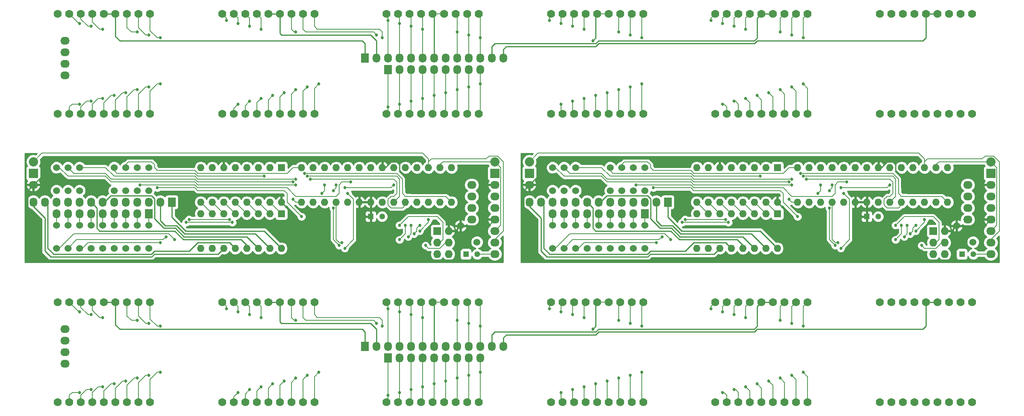
<source format=gbr>
G04 #@! TF.FileFunction,Copper,L2,Bot,Signal*
%FSLAX46Y46*%
G04 Gerber Fmt 4.6, Leading zero omitted, Abs format (unit mm)*
G04 Created by KiCad (PCBNEW 4.0.4-1.fc25-product) date Wed Feb 22 20:12:38 2017*
%MOMM*%
%LPD*%
G01*
G04 APERTURE LIST*
%ADD10C,0.100000*%
%ADD11R,1.300000X1.300000*%
%ADD12C,1.300000*%
%ADD13O,1.600000X1.600000*%
%ADD14R,1.727200X1.727200*%
%ADD15O,1.727200X1.727200*%
%ADD16R,1.727200X2.032000*%
%ADD17O,1.727200X2.032000*%
%ADD18C,1.524000*%
%ADD19O,2.032000X1.727200*%
%ADD20R,2.032000X2.032000*%
%ADD21O,2.032000X2.032000*%
%ADD22R,1.600000X1.600000*%
%ADD23C,1.778000*%
%ADD24C,0.685800*%
%ADD25C,0.254000*%
%ADD26C,0.152400*%
G04 APERTURE END LIST*
D10*
D11*
X173990000Y-131445000D03*
D12*
X176490000Y-131445000D03*
D13*
X191770000Y-120650000D03*
X189230000Y-120650000D03*
X186690000Y-120650000D03*
X184150000Y-120650000D03*
X181610000Y-120650000D03*
X179070000Y-120650000D03*
X176530000Y-120650000D03*
X173990000Y-120650000D03*
X171450000Y-120650000D03*
X168910000Y-120650000D03*
X166370000Y-120650000D03*
X163830000Y-120650000D03*
X161290000Y-120650000D03*
X158750000Y-120650000D03*
X158750000Y-128270000D03*
X161290000Y-128270000D03*
X163830000Y-128270000D03*
X166370000Y-128270000D03*
X168910000Y-128270000D03*
X171450000Y-128270000D03*
X173990000Y-128270000D03*
X176530000Y-128270000D03*
X179070000Y-128270000D03*
X181610000Y-128270000D03*
X184150000Y-128270000D03*
X186690000Y-128270000D03*
X189230000Y-128270000D03*
X191770000Y-128270000D03*
D11*
X194945000Y-139700000D03*
D12*
X197445000Y-139700000D03*
D14*
X188595000Y-134620000D03*
D15*
X191135000Y-134620000D03*
X191135000Y-137160000D03*
X188595000Y-137160000D03*
X191135000Y-139700000D03*
X188595000Y-139700000D03*
D16*
X130175000Y-128270000D03*
D17*
X127635000Y-128270000D03*
X125095000Y-128270000D03*
X122555000Y-128270000D03*
X120015000Y-128270000D03*
X117475000Y-128270000D03*
X114935000Y-128270000D03*
X112395000Y-128270000D03*
X109855000Y-128270000D03*
X107315000Y-128270000D03*
X104775000Y-128270000D03*
X102235000Y-128270000D03*
X99695000Y-128270000D03*
D16*
X125095000Y-130810000D03*
D17*
X122555000Y-130810000D03*
X120015000Y-130810000D03*
X117475000Y-130810000D03*
X114935000Y-130810000D03*
X112395000Y-130810000D03*
X109855000Y-130810000D03*
X107315000Y-130810000D03*
X104775000Y-130810000D03*
D18*
X125095000Y-133350000D03*
X125095000Y-138430000D03*
X122555000Y-133350000D03*
X122555000Y-138430000D03*
X120015000Y-133350000D03*
X120015000Y-138430000D03*
X117475000Y-133350000D03*
X117475000Y-138430000D03*
X114935000Y-133350000D03*
X114935000Y-138430000D03*
X112395000Y-133350000D03*
X112395000Y-138430000D03*
X109855000Y-133350000D03*
X109855000Y-138430000D03*
X107315000Y-133350000D03*
X107315000Y-138430000D03*
X104775000Y-133350000D03*
X104775000Y-138430000D03*
X125095000Y-125730000D03*
X125095000Y-120650000D03*
X122555000Y-125730000D03*
X122555000Y-120650000D03*
X120015000Y-125730000D03*
X120015000Y-120650000D03*
X117475000Y-125730000D03*
X117475000Y-120650000D03*
X109855000Y-125730000D03*
X109855000Y-120650000D03*
X107315000Y-125730000D03*
X107315000Y-120650000D03*
X104775000Y-125730000D03*
X104775000Y-120650000D03*
X197376051Y-137051051D03*
X193783949Y-133458949D03*
D19*
X201295000Y-127000000D03*
X201295000Y-129540000D03*
X201295000Y-132080000D03*
X201295000Y-134620000D03*
X201295000Y-137160000D03*
X201295000Y-139700000D03*
D20*
X201295000Y-121920000D03*
D21*
X201295000Y-119380000D03*
D20*
X99695000Y-121920000D03*
D21*
X99695000Y-119380000D03*
D22*
X154305000Y-120650000D03*
D13*
X136525000Y-128270000D03*
X151765000Y-120650000D03*
X139065000Y-128270000D03*
X149225000Y-120650000D03*
X141605000Y-128270000D03*
X146685000Y-120650000D03*
X144145000Y-128270000D03*
X144145000Y-120650000D03*
X146685000Y-128270000D03*
X141605000Y-120650000D03*
X149225000Y-128270000D03*
X139065000Y-120650000D03*
X151765000Y-128270000D03*
X136525000Y-120650000D03*
X154305000Y-128270000D03*
D22*
X154305000Y-130810000D03*
D13*
X136525000Y-138430000D03*
X151765000Y-130810000D03*
X139065000Y-138430000D03*
X149225000Y-130810000D03*
X141605000Y-138430000D03*
X146685000Y-130810000D03*
X144145000Y-138430000D03*
X144145000Y-130810000D03*
X146685000Y-138430000D03*
X141605000Y-130810000D03*
X149225000Y-138430000D03*
X139065000Y-130810000D03*
X151765000Y-138430000D03*
X136525000Y-130810000D03*
X154305000Y-138430000D03*
D19*
X196215000Y-132080000D03*
X196215000Y-129540000D03*
X196215000Y-127000000D03*
X196215000Y-124460000D03*
X201295000Y-124460000D03*
X99695000Y-124460000D03*
D11*
X283210000Y-131445000D03*
D12*
X285710000Y-131445000D03*
D13*
X300990000Y-120650000D03*
X298450000Y-120650000D03*
X295910000Y-120650000D03*
X293370000Y-120650000D03*
X290830000Y-120650000D03*
X288290000Y-120650000D03*
X285750000Y-120650000D03*
X283210000Y-120650000D03*
X280670000Y-120650000D03*
X278130000Y-120650000D03*
X275590000Y-120650000D03*
X273050000Y-120650000D03*
X270510000Y-120650000D03*
X267970000Y-120650000D03*
X267970000Y-128270000D03*
X270510000Y-128270000D03*
X273050000Y-128270000D03*
X275590000Y-128270000D03*
X278130000Y-128270000D03*
X280670000Y-128270000D03*
X283210000Y-128270000D03*
X285750000Y-128270000D03*
X288290000Y-128270000D03*
X290830000Y-128270000D03*
X293370000Y-128270000D03*
X295910000Y-128270000D03*
X298450000Y-128270000D03*
X300990000Y-128270000D03*
D11*
X304165000Y-139700000D03*
D12*
X306665000Y-139700000D03*
D14*
X297815000Y-134620000D03*
D15*
X300355000Y-134620000D03*
X300355000Y-137160000D03*
X297815000Y-137160000D03*
X300355000Y-139700000D03*
X297815000Y-139700000D03*
D16*
X239395000Y-128270000D03*
D17*
X236855000Y-128270000D03*
X234315000Y-128270000D03*
X231775000Y-128270000D03*
X229235000Y-128270000D03*
X226695000Y-128270000D03*
X224155000Y-128270000D03*
X221615000Y-128270000D03*
X219075000Y-128270000D03*
X216535000Y-128270000D03*
X213995000Y-128270000D03*
X211455000Y-128270000D03*
X208915000Y-128270000D03*
D16*
X234315000Y-130810000D03*
D17*
X231775000Y-130810000D03*
X229235000Y-130810000D03*
X226695000Y-130810000D03*
X224155000Y-130810000D03*
X221615000Y-130810000D03*
X219075000Y-130810000D03*
X216535000Y-130810000D03*
X213995000Y-130810000D03*
D18*
X234315000Y-133350000D03*
X234315000Y-138430000D03*
X231775000Y-133350000D03*
X231775000Y-138430000D03*
X229235000Y-133350000D03*
X229235000Y-138430000D03*
X226695000Y-133350000D03*
X226695000Y-138430000D03*
X224155000Y-133350000D03*
X224155000Y-138430000D03*
X221615000Y-133350000D03*
X221615000Y-138430000D03*
X219075000Y-133350000D03*
X219075000Y-138430000D03*
X216535000Y-133350000D03*
X216535000Y-138430000D03*
X213995000Y-133350000D03*
X213995000Y-138430000D03*
X234315000Y-125730000D03*
X234315000Y-120650000D03*
X231775000Y-125730000D03*
X231775000Y-120650000D03*
X229235000Y-125730000D03*
X229235000Y-120650000D03*
X226695000Y-125730000D03*
X226695000Y-120650000D03*
X219075000Y-125730000D03*
X219075000Y-120650000D03*
X216535000Y-125730000D03*
X216535000Y-120650000D03*
X213995000Y-125730000D03*
X213995000Y-120650000D03*
X306596051Y-137051051D03*
X303003949Y-133458949D03*
D19*
X310515000Y-127000000D03*
X310515000Y-129540000D03*
X310515000Y-132080000D03*
X310515000Y-134620000D03*
X310515000Y-137160000D03*
X310515000Y-139700000D03*
D20*
X310515000Y-121920000D03*
D21*
X310515000Y-119380000D03*
D20*
X208915000Y-121920000D03*
D21*
X208915000Y-119380000D03*
D22*
X263525000Y-120650000D03*
D13*
X245745000Y-128270000D03*
X260985000Y-120650000D03*
X248285000Y-128270000D03*
X258445000Y-120650000D03*
X250825000Y-128270000D03*
X255905000Y-120650000D03*
X253365000Y-128270000D03*
X253365000Y-120650000D03*
X255905000Y-128270000D03*
X250825000Y-120650000D03*
X258445000Y-128270000D03*
X248285000Y-120650000D03*
X260985000Y-128270000D03*
X245745000Y-120650000D03*
X263525000Y-128270000D03*
D22*
X263525000Y-130810000D03*
D13*
X245745000Y-138430000D03*
X260985000Y-130810000D03*
X248285000Y-138430000D03*
X258445000Y-130810000D03*
X250825000Y-138430000D03*
X255905000Y-130810000D03*
X253365000Y-138430000D03*
X253365000Y-130810000D03*
X255905000Y-138430000D03*
X250825000Y-130810000D03*
X258445000Y-138430000D03*
X248285000Y-130810000D03*
X260985000Y-138430000D03*
X245745000Y-130810000D03*
X263525000Y-138430000D03*
D19*
X305435000Y-132080000D03*
X305435000Y-129540000D03*
X305435000Y-127000000D03*
X305435000Y-124460000D03*
X310515000Y-124460000D03*
X208915000Y-124460000D03*
X106680000Y-100330000D03*
X106680000Y-97790000D03*
X106680000Y-95250000D03*
X106680000Y-92710000D03*
D23*
X105092500Y-108790000D03*
X107632500Y-108790000D03*
X110172500Y-108790000D03*
X112712500Y-108790000D03*
X115252500Y-108790000D03*
X117792500Y-108790000D03*
X120332500Y-108790000D03*
X122872500Y-108790000D03*
X125412500Y-108790000D03*
X105092500Y-86790000D03*
X107632500Y-86790000D03*
X110172500Y-86790000D03*
X112712500Y-86790000D03*
X115252500Y-86790000D03*
X117792500Y-86790000D03*
X120332500Y-86790000D03*
X122872500Y-86790000D03*
X125412500Y-86790000D03*
X141287500Y-108790000D03*
X143827500Y-108790000D03*
X146367500Y-108790000D03*
X148907500Y-108790000D03*
X151447500Y-108790000D03*
X153987500Y-108790000D03*
X156527500Y-108790000D03*
X159067500Y-108790000D03*
X161607500Y-108790000D03*
X141287500Y-86790000D03*
X143827500Y-86790000D03*
X146367500Y-86790000D03*
X148907500Y-86790000D03*
X151447500Y-86790000D03*
X153987500Y-86790000D03*
X156527500Y-86790000D03*
X159067500Y-86790000D03*
X161607500Y-86790000D03*
X286067500Y-108790000D03*
X288607500Y-108790000D03*
X291147500Y-108790000D03*
X293687500Y-108790000D03*
X296227500Y-108790000D03*
X298767500Y-108790000D03*
X301307500Y-108790000D03*
X303847500Y-108790000D03*
X306387500Y-108790000D03*
X286067500Y-86790000D03*
X288607500Y-86790000D03*
X291147500Y-86790000D03*
X293687500Y-86790000D03*
X296227500Y-86790000D03*
X298767500Y-86790000D03*
X301307500Y-86790000D03*
X303847500Y-86790000D03*
X306387500Y-86790000D03*
X177482500Y-108790000D03*
X180022500Y-108790000D03*
X182562500Y-108790000D03*
X185102500Y-108790000D03*
X187642500Y-108790000D03*
X190182500Y-108790000D03*
X192722500Y-108790000D03*
X195262500Y-108790000D03*
X197802500Y-108790000D03*
X177482500Y-86790000D03*
X180022500Y-86790000D03*
X182562500Y-86790000D03*
X185102500Y-86790000D03*
X187642500Y-86790000D03*
X190182500Y-86790000D03*
X192722500Y-86790000D03*
X195262500Y-86790000D03*
X197802500Y-86790000D03*
X213677500Y-108790000D03*
X216217500Y-108790000D03*
X218757500Y-108790000D03*
X221297500Y-108790000D03*
X223837500Y-108790000D03*
X226377500Y-108790000D03*
X228917500Y-108790000D03*
X231457500Y-108790000D03*
X233997500Y-108790000D03*
X213677500Y-86790000D03*
X216217500Y-86790000D03*
X218757500Y-86790000D03*
X221297500Y-86790000D03*
X223837500Y-86790000D03*
X226377500Y-86790000D03*
X228917500Y-86790000D03*
X231457500Y-86790000D03*
X233997500Y-86790000D03*
X249872500Y-108790000D03*
X252412500Y-108790000D03*
X254952500Y-108790000D03*
X257492500Y-108790000D03*
X260032500Y-108790000D03*
X262572500Y-108790000D03*
X265112500Y-108790000D03*
X267652500Y-108790000D03*
X270192500Y-108790000D03*
X249872500Y-86790000D03*
X252412500Y-86790000D03*
X254952500Y-86790000D03*
X257492500Y-86790000D03*
X260032500Y-86790000D03*
X262572500Y-86790000D03*
X265112500Y-86790000D03*
X267652500Y-86790000D03*
X270192500Y-86790000D03*
D16*
X172720000Y-96520000D03*
D17*
X175260000Y-96520000D03*
X177800000Y-96520000D03*
X180340000Y-96520000D03*
X182880000Y-96520000D03*
X185420000Y-96520000D03*
X187960000Y-96520000D03*
X190500000Y-96520000D03*
X193040000Y-96520000D03*
X195580000Y-96520000D03*
X198120000Y-96520000D03*
X200660000Y-96520000D03*
X203200000Y-96520000D03*
D16*
X177800000Y-99060000D03*
D17*
X180340000Y-99060000D03*
X182880000Y-99060000D03*
X185420000Y-99060000D03*
X187960000Y-99060000D03*
X190500000Y-99060000D03*
X193040000Y-99060000D03*
X195580000Y-99060000D03*
X198120000Y-99060000D03*
D19*
X106680000Y-163830000D03*
X106680000Y-161290000D03*
X106680000Y-158750000D03*
X106680000Y-156210000D03*
D23*
X105092500Y-172290000D03*
X107632500Y-172290000D03*
X110172500Y-172290000D03*
X112712500Y-172290000D03*
X115252500Y-172290000D03*
X117792500Y-172290000D03*
X120332500Y-172290000D03*
X122872500Y-172290000D03*
X125412500Y-172290000D03*
X105092500Y-150290000D03*
X107632500Y-150290000D03*
X110172500Y-150290000D03*
X112712500Y-150290000D03*
X115252500Y-150290000D03*
X117792500Y-150290000D03*
X120332500Y-150290000D03*
X122872500Y-150290000D03*
X125412500Y-150290000D03*
X141287500Y-172290000D03*
X143827500Y-172290000D03*
X146367500Y-172290000D03*
X148907500Y-172290000D03*
X151447500Y-172290000D03*
X153987500Y-172290000D03*
X156527500Y-172290000D03*
X159067500Y-172290000D03*
X161607500Y-172290000D03*
X141287500Y-150290000D03*
X143827500Y-150290000D03*
X146367500Y-150290000D03*
X148907500Y-150290000D03*
X151447500Y-150290000D03*
X153987500Y-150290000D03*
X156527500Y-150290000D03*
X159067500Y-150290000D03*
X161607500Y-150290000D03*
X286067500Y-172290000D03*
X288607500Y-172290000D03*
X291147500Y-172290000D03*
X293687500Y-172290000D03*
X296227500Y-172290000D03*
X298767500Y-172290000D03*
X301307500Y-172290000D03*
X303847500Y-172290000D03*
X306387500Y-172290000D03*
X286067500Y-150290000D03*
X288607500Y-150290000D03*
X291147500Y-150290000D03*
X293687500Y-150290000D03*
X296227500Y-150290000D03*
X298767500Y-150290000D03*
X301307500Y-150290000D03*
X303847500Y-150290000D03*
X306387500Y-150290000D03*
X177482500Y-172290000D03*
X180022500Y-172290000D03*
X182562500Y-172290000D03*
X185102500Y-172290000D03*
X187642500Y-172290000D03*
X190182500Y-172290000D03*
X192722500Y-172290000D03*
X195262500Y-172290000D03*
X197802500Y-172290000D03*
X177482500Y-150290000D03*
X180022500Y-150290000D03*
X182562500Y-150290000D03*
X185102500Y-150290000D03*
X187642500Y-150290000D03*
X190182500Y-150290000D03*
X192722500Y-150290000D03*
X195262500Y-150290000D03*
X197802500Y-150290000D03*
X213677500Y-172290000D03*
X216217500Y-172290000D03*
X218757500Y-172290000D03*
X221297500Y-172290000D03*
X223837500Y-172290000D03*
X226377500Y-172290000D03*
X228917500Y-172290000D03*
X231457500Y-172290000D03*
X233997500Y-172290000D03*
X213677500Y-150290000D03*
X216217500Y-150290000D03*
X218757500Y-150290000D03*
X221297500Y-150290000D03*
X223837500Y-150290000D03*
X226377500Y-150290000D03*
X228917500Y-150290000D03*
X231457500Y-150290000D03*
X233997500Y-150290000D03*
X249872500Y-172290000D03*
X252412500Y-172290000D03*
X254952500Y-172290000D03*
X257492500Y-172290000D03*
X260032500Y-172290000D03*
X262572500Y-172290000D03*
X265112500Y-172290000D03*
X267652500Y-172290000D03*
X270192500Y-172290000D03*
X249872500Y-150290000D03*
X252412500Y-150290000D03*
X254952500Y-150290000D03*
X257492500Y-150290000D03*
X260032500Y-150290000D03*
X262572500Y-150290000D03*
X265112500Y-150290000D03*
X267652500Y-150290000D03*
X270192500Y-150290000D03*
D16*
X172720000Y-160020000D03*
D17*
X175260000Y-160020000D03*
X177800000Y-160020000D03*
X180340000Y-160020000D03*
X182880000Y-160020000D03*
X185420000Y-160020000D03*
X187960000Y-160020000D03*
X190500000Y-160020000D03*
X193040000Y-160020000D03*
X195580000Y-160020000D03*
X198120000Y-160020000D03*
X200660000Y-160020000D03*
X203200000Y-160020000D03*
D16*
X177800000Y-162560000D03*
D17*
X180340000Y-162560000D03*
X182880000Y-162560000D03*
X185420000Y-162560000D03*
X187960000Y-162560000D03*
X190500000Y-162560000D03*
X193040000Y-162560000D03*
X195580000Y-162560000D03*
X198120000Y-162560000D03*
D24*
X127635000Y-137160000D03*
X183515000Y-135255000D03*
X184785000Y-133350000D03*
X236855000Y-137160000D03*
X292735000Y-135255000D03*
X294005000Y-133350000D03*
X130810000Y-136525000D03*
X180340000Y-136525000D03*
X181610000Y-133350000D03*
X240030000Y-136525000D03*
X289560000Y-136525000D03*
X290830000Y-133350000D03*
X123190000Y-124460000D03*
X169545000Y-123825000D03*
X232410000Y-124460000D03*
X278765000Y-123825000D03*
X168910000Y-126365000D03*
X168275000Y-138430000D03*
X278130000Y-126365000D03*
X277495000Y-138430000D03*
X150495000Y-122555000D03*
X156845000Y-127635000D03*
X259715000Y-122555000D03*
X266065000Y-127635000D03*
X133985000Y-132080000D03*
X142875000Y-132080000D03*
X243205000Y-132080000D03*
X252095000Y-132080000D03*
X143510000Y-132715000D03*
X133350000Y-132715000D03*
X167005000Y-137795000D03*
X165735000Y-129540000D03*
X186055000Y-137795000D03*
X252730000Y-132715000D03*
X242570000Y-132715000D03*
X276225000Y-137795000D03*
X274955000Y-129540000D03*
X295275000Y-137795000D03*
X167640000Y-137160000D03*
X276860000Y-137160000D03*
X127000000Y-125095000D03*
X158750000Y-131445000D03*
X180340000Y-133350000D03*
X236220000Y-125095000D03*
X267970000Y-131445000D03*
X289560000Y-133350000D03*
X160020000Y-122555000D03*
X156845000Y-123825000D03*
X269240000Y-122555000D03*
X266065000Y-123825000D03*
X160655000Y-123190000D03*
X157480000Y-124460000D03*
X269875000Y-123190000D03*
X266700000Y-124460000D03*
X182880000Y-133350000D03*
X182245000Y-135890000D03*
X128905000Y-135890000D03*
X292100000Y-133350000D03*
X291465000Y-135890000D03*
X238125000Y-135890000D03*
X184785000Y-134620000D03*
X186690000Y-132080000D03*
X294005000Y-134620000D03*
X295910000Y-132080000D03*
X157480000Y-123190000D03*
X159385000Y-121920000D03*
X266700000Y-123190000D03*
X268605000Y-121920000D03*
X179070000Y-124460000D03*
X168275000Y-125095000D03*
X288290000Y-124460000D03*
X277495000Y-125095000D03*
X165735000Y-125730000D03*
X166370000Y-124460000D03*
X274955000Y-125730000D03*
X275590000Y-124460000D03*
X163195000Y-126365000D03*
X163830000Y-124460000D03*
X272415000Y-126365000D03*
X273050000Y-124460000D03*
X177800000Y-107315000D03*
X177800000Y-170815000D03*
X109855000Y-106680000D03*
X144780000Y-106680000D03*
X251460000Y-106680000D03*
X215900000Y-106680000D03*
X180340000Y-106680000D03*
X109855000Y-170180000D03*
X144780000Y-170180000D03*
X251460000Y-170180000D03*
X215900000Y-170180000D03*
X180340000Y-170180000D03*
X112395000Y-106045000D03*
X147320000Y-106045000D03*
X254000000Y-106045000D03*
X218440000Y-106045000D03*
X182880000Y-106045000D03*
X112395000Y-169545000D03*
X147320000Y-169545000D03*
X254000000Y-169545000D03*
X218440000Y-169545000D03*
X182880000Y-169545000D03*
X114935000Y-105410000D03*
X149860000Y-105410000D03*
X256540000Y-105410000D03*
X220980000Y-105410000D03*
X185420000Y-105410000D03*
X114935000Y-168910000D03*
X149860000Y-168910000D03*
X256540000Y-168910000D03*
X220980000Y-168910000D03*
X185420000Y-168910000D03*
X117475000Y-104775000D03*
X152400000Y-104775000D03*
X259080000Y-104775000D03*
X223520000Y-104775000D03*
X187960000Y-104775000D03*
X117475000Y-168275000D03*
X152400000Y-168275000D03*
X259080000Y-168275000D03*
X223520000Y-168275000D03*
X187960000Y-168275000D03*
X120015000Y-104140000D03*
X154940000Y-104140000D03*
X261620000Y-104140000D03*
X226060000Y-104140000D03*
X190500000Y-104140000D03*
X120015000Y-167640000D03*
X154940000Y-167640000D03*
X261620000Y-167640000D03*
X226060000Y-167640000D03*
X190500000Y-167640000D03*
X122555000Y-103505000D03*
X157480000Y-103505000D03*
X264160000Y-103505000D03*
X228600000Y-103505000D03*
X193040000Y-103505000D03*
X122555000Y-167005000D03*
X157480000Y-167005000D03*
X264160000Y-167005000D03*
X228600000Y-167005000D03*
X193040000Y-167005000D03*
X125095000Y-102870000D03*
X160020000Y-102870000D03*
X266700000Y-102870000D03*
X231140000Y-102870000D03*
X195580000Y-102870000D03*
X125095000Y-166370000D03*
X160020000Y-166370000D03*
X266700000Y-166370000D03*
X231140000Y-166370000D03*
X195580000Y-166370000D03*
X127635000Y-102235000D03*
X162560000Y-102235000D03*
X269240000Y-102235000D03*
X233680000Y-102235000D03*
X198120000Y-102235000D03*
X127635000Y-165735000D03*
X162560000Y-165735000D03*
X269240000Y-165735000D03*
X233680000Y-165735000D03*
X198120000Y-165735000D03*
X142240000Y-88265000D03*
X248920000Y-88265000D03*
X213360000Y-88265000D03*
X177800000Y-88265000D03*
X142240000Y-151765000D03*
X248920000Y-151765000D03*
X213360000Y-151765000D03*
X177800000Y-151765000D03*
X109855000Y-88900000D03*
X144780000Y-88900000D03*
X251460000Y-88900000D03*
X215900000Y-88900000D03*
X180340000Y-88900000D03*
X109855000Y-152400000D03*
X144780000Y-152400000D03*
X251460000Y-152400000D03*
X215900000Y-152400000D03*
X180340000Y-152400000D03*
X112395000Y-89535000D03*
X147320000Y-89535000D03*
X254000000Y-89535000D03*
X218440000Y-89535000D03*
X182880000Y-89535000D03*
X112395000Y-153035000D03*
X147320000Y-153035000D03*
X254000000Y-153035000D03*
X218440000Y-153035000D03*
X182880000Y-153035000D03*
X114935000Y-90170000D03*
X149860000Y-90170000D03*
X256540000Y-90170000D03*
X220980000Y-90170000D03*
X185420000Y-90170000D03*
X114935000Y-153670000D03*
X149860000Y-153670000D03*
X256540000Y-153670000D03*
X220980000Y-153670000D03*
X185420000Y-153670000D03*
X122555000Y-90805000D03*
X157480000Y-90805000D03*
X264160000Y-90805000D03*
X228600000Y-90805000D03*
X193040000Y-90805000D03*
X122555000Y-154305000D03*
X157480000Y-154305000D03*
X264160000Y-154305000D03*
X228600000Y-154305000D03*
X193040000Y-154305000D03*
X125095000Y-91440000D03*
X175260000Y-91440000D03*
X266700000Y-91440000D03*
X231140000Y-91440000D03*
X195580000Y-91440000D03*
X125095000Y-154940000D03*
X175260000Y-154940000D03*
X266700000Y-154940000D03*
X231140000Y-154940000D03*
X195580000Y-154940000D03*
X127635000Y-92075000D03*
X176530000Y-92075000D03*
X269240000Y-92075000D03*
X233680000Y-92075000D03*
X198120000Y-92075000D03*
X127635000Y-155575000D03*
X176530000Y-155575000D03*
X269240000Y-155575000D03*
X233680000Y-155575000D03*
X198120000Y-155575000D03*
X222885000Y-92710000D03*
X222885000Y-156210000D03*
D25*
X173990000Y-131445000D02*
X173990000Y-128270000D01*
X171450000Y-128270000D02*
X173990000Y-128270000D01*
X176530000Y-120650000D02*
X176530000Y-119380000D01*
X101600000Y-122555000D02*
X99695000Y-124460000D01*
X101600000Y-121920000D02*
X101600000Y-122555000D01*
X104775000Y-118745000D02*
X101600000Y-121920000D01*
X175895000Y-118745000D02*
X104775000Y-118745000D01*
X176530000Y-119380000D02*
X175895000Y-118745000D01*
X193783949Y-133458949D02*
X193783949Y-127743949D01*
X178435000Y-119380000D02*
X177165000Y-120650000D01*
X179705000Y-119380000D02*
X178435000Y-119380000D01*
X180340000Y-120015000D02*
X179705000Y-119380000D01*
X180340000Y-121285000D02*
X180340000Y-120015000D01*
X181610000Y-122555000D02*
X180340000Y-121285000D01*
X181610000Y-125095000D02*
X181610000Y-122555000D01*
X182880000Y-126365000D02*
X181610000Y-125095000D01*
X192405000Y-126365000D02*
X182880000Y-126365000D01*
X193783949Y-127743949D02*
X192405000Y-126365000D01*
X177165000Y-120650000D02*
X176530000Y-120650000D01*
X154305000Y-128270000D02*
X156845000Y-130810000D01*
X156845000Y-130810000D02*
X156845000Y-140335000D01*
X149860000Y-140970000D02*
X99060000Y-140970000D01*
X99060000Y-140970000D02*
X98425000Y-140335000D01*
X98425000Y-140335000D02*
X98425000Y-125730000D01*
X98425000Y-125730000D02*
X99695000Y-124460000D01*
X156210000Y-140970000D02*
X149860000Y-140970000D01*
X156845000Y-140335000D02*
X156845000Y-140970000D01*
X156210000Y-140970000D02*
X156845000Y-140335000D01*
X157480000Y-140970000D02*
X156845000Y-140970000D01*
X156845000Y-140970000D02*
X156210000Y-140970000D01*
X170180000Y-140970000D02*
X157480000Y-140970000D01*
X157480000Y-140970000D02*
X156845000Y-140335000D01*
X193783949Y-133458949D02*
X193566051Y-133458949D01*
X193566051Y-133458949D02*
X193040000Y-133985000D01*
X193040000Y-133985000D02*
X193040000Y-140335000D01*
X201295000Y-124460000D02*
X200025000Y-124460000D01*
X200025000Y-132080000D02*
X201295000Y-132080000D01*
X199390000Y-131445000D02*
X200025000Y-132080000D01*
X199390000Y-125095000D02*
X199390000Y-131445000D01*
X200025000Y-124460000D02*
X199390000Y-125095000D01*
X191135000Y-134620000D02*
X192622898Y-134620000D01*
X192622898Y-134620000D02*
X193783949Y-133458949D01*
X193783949Y-133458949D02*
X199916051Y-133458949D01*
X199916051Y-133458949D02*
X201295000Y-132080000D01*
X171450000Y-130810000D02*
X171450000Y-128270000D01*
X171450000Y-139700000D02*
X171450000Y-140970000D01*
X171450000Y-139700000D02*
X170180000Y-140970000D01*
X172720000Y-140970000D02*
X171450000Y-140970000D01*
X171450000Y-140970000D02*
X170180000Y-140970000D01*
X172720000Y-140970000D02*
X171450000Y-139700000D01*
X192405000Y-140970000D02*
X172720000Y-140970000D01*
X193040000Y-140335000D02*
X192405000Y-140970000D01*
X171450000Y-139700000D02*
X171450000Y-130810000D01*
X283210000Y-131445000D02*
X283210000Y-128270000D01*
X280670000Y-128270000D02*
X283210000Y-128270000D01*
X285750000Y-120650000D02*
X285750000Y-119380000D01*
X210820000Y-122555000D02*
X208915000Y-124460000D01*
X210820000Y-121920000D02*
X210820000Y-122555000D01*
X213995000Y-118745000D02*
X210820000Y-121920000D01*
X285115000Y-118745000D02*
X213995000Y-118745000D01*
X285750000Y-119380000D02*
X285115000Y-118745000D01*
X303003949Y-133458949D02*
X303003949Y-127743949D01*
X287655000Y-119380000D02*
X286385000Y-120650000D01*
X288925000Y-119380000D02*
X287655000Y-119380000D01*
X289560000Y-120015000D02*
X288925000Y-119380000D01*
X289560000Y-121285000D02*
X289560000Y-120015000D01*
X290830000Y-122555000D02*
X289560000Y-121285000D01*
X290830000Y-125095000D02*
X290830000Y-122555000D01*
X292100000Y-126365000D02*
X290830000Y-125095000D01*
X301625000Y-126365000D02*
X292100000Y-126365000D01*
X303003949Y-127743949D02*
X301625000Y-126365000D01*
X286385000Y-120650000D02*
X285750000Y-120650000D01*
X263525000Y-128270000D02*
X266065000Y-130810000D01*
X266065000Y-130810000D02*
X266065000Y-140335000D01*
X259080000Y-140970000D02*
X208280000Y-140970000D01*
X208280000Y-140970000D02*
X207645000Y-140335000D01*
X207645000Y-140335000D02*
X207645000Y-125730000D01*
X207645000Y-125730000D02*
X208915000Y-124460000D01*
X265430000Y-140970000D02*
X259080000Y-140970000D01*
X266065000Y-140335000D02*
X266065000Y-140970000D01*
X265430000Y-140970000D02*
X266065000Y-140335000D01*
X266700000Y-140970000D02*
X266065000Y-140970000D01*
X266065000Y-140970000D02*
X265430000Y-140970000D01*
X279400000Y-140970000D02*
X266700000Y-140970000D01*
X266700000Y-140970000D02*
X266065000Y-140335000D01*
X303003949Y-133458949D02*
X302786051Y-133458949D01*
X302786051Y-133458949D02*
X302260000Y-133985000D01*
X302260000Y-133985000D02*
X302260000Y-140335000D01*
X310515000Y-124460000D02*
X309245000Y-124460000D01*
X309245000Y-132080000D02*
X310515000Y-132080000D01*
X308610000Y-131445000D02*
X309245000Y-132080000D01*
X308610000Y-125095000D02*
X308610000Y-131445000D01*
X309245000Y-124460000D02*
X308610000Y-125095000D01*
X300355000Y-134620000D02*
X301842898Y-134620000D01*
X301842898Y-134620000D02*
X303003949Y-133458949D01*
X303003949Y-133458949D02*
X309136051Y-133458949D01*
X309136051Y-133458949D02*
X310515000Y-132080000D01*
X280670000Y-130810000D02*
X280670000Y-128270000D01*
X280670000Y-139700000D02*
X280670000Y-140970000D01*
X280670000Y-139700000D02*
X279400000Y-140970000D01*
X281940000Y-140970000D02*
X280670000Y-140970000D01*
X280670000Y-140970000D02*
X279400000Y-140970000D01*
X281940000Y-140970000D02*
X280670000Y-139700000D01*
X301625000Y-140970000D02*
X281940000Y-140970000D01*
X302260000Y-140335000D02*
X301625000Y-140970000D01*
X280670000Y-139700000D02*
X280670000Y-130810000D01*
D26*
X201295000Y-139700000D02*
X197445000Y-139700000D01*
X310515000Y-139700000D02*
X306665000Y-139700000D01*
X201295000Y-134620000D02*
X202565000Y-133350000D01*
X202565000Y-120650000D02*
X201295000Y-119380000D01*
X202565000Y-133350000D02*
X202565000Y-120650000D01*
X201295000Y-119380000D02*
X199390000Y-119380000D01*
X189865000Y-119380000D02*
X189230000Y-120015000D01*
X199390000Y-119380000D02*
X189865000Y-119380000D01*
X189230000Y-120015000D02*
X189230000Y-120650000D01*
X310515000Y-134620000D02*
X311785000Y-133350000D01*
X311785000Y-120650000D02*
X310515000Y-119380000D01*
X311785000Y-133350000D02*
X311785000Y-120650000D01*
X310515000Y-119380000D02*
X308610000Y-119380000D01*
X299085000Y-119380000D02*
X298450000Y-120015000D01*
X308610000Y-119380000D02*
X299085000Y-119380000D01*
X298450000Y-120015000D02*
X298450000Y-120650000D01*
X186690000Y-120650000D02*
X186690000Y-118745000D01*
X101600000Y-117475000D02*
X99695000Y-119380000D01*
X185420000Y-117475000D02*
X101600000Y-117475000D01*
X186690000Y-118745000D02*
X185420000Y-117475000D01*
X186690000Y-120650000D02*
X186690000Y-119380000D01*
X203200000Y-134620000D02*
X203200000Y-119380000D01*
X203200000Y-119380000D02*
X201930000Y-118110000D01*
X201930000Y-118110000D02*
X200025000Y-118110000D01*
X200025000Y-118110000D02*
X199390000Y-118745000D01*
X199390000Y-118745000D02*
X187325000Y-118745000D01*
X187325000Y-118745000D02*
X186690000Y-119380000D01*
X201295000Y-136525000D02*
X203200000Y-134620000D01*
X100330000Y-118745000D02*
X99695000Y-119380000D01*
X201295000Y-137160000D02*
X201295000Y-136525000D01*
X295910000Y-120650000D02*
X295910000Y-118745000D01*
X210820000Y-117475000D02*
X208915000Y-119380000D01*
X294640000Y-117475000D02*
X210820000Y-117475000D01*
X295910000Y-118745000D02*
X294640000Y-117475000D01*
X295910000Y-120650000D02*
X295910000Y-119380000D01*
X312420000Y-134620000D02*
X312420000Y-119380000D01*
X312420000Y-119380000D02*
X311150000Y-118110000D01*
X311150000Y-118110000D02*
X309245000Y-118110000D01*
X309245000Y-118110000D02*
X308610000Y-118745000D01*
X308610000Y-118745000D02*
X296545000Y-118745000D01*
X296545000Y-118745000D02*
X295910000Y-119380000D01*
X310515000Y-136525000D02*
X312420000Y-134620000D01*
X209550000Y-118745000D02*
X208915000Y-119380000D01*
X310515000Y-137160000D02*
X310515000Y-136525000D01*
X109855000Y-138430000D02*
X110490000Y-138430000D01*
X110490000Y-138430000D02*
X111760000Y-137160000D01*
X111760000Y-137160000D02*
X127635000Y-137160000D01*
X183515000Y-135255000D02*
X184150000Y-134620000D01*
X184150000Y-134620000D02*
X184150000Y-133985000D01*
X184150000Y-133985000D02*
X184785000Y-133350000D01*
X219075000Y-138430000D02*
X219710000Y-138430000D01*
X219710000Y-138430000D02*
X220980000Y-137160000D01*
X220980000Y-137160000D02*
X236855000Y-137160000D01*
X292735000Y-135255000D02*
X293370000Y-134620000D01*
X293370000Y-134620000D02*
X293370000Y-133985000D01*
X293370000Y-133985000D02*
X294005000Y-133350000D01*
X104775000Y-138430000D02*
X105410000Y-138430000D01*
X105410000Y-138430000D02*
X108585000Y-135255000D01*
X108585000Y-135255000D02*
X129540000Y-135255000D01*
X129540000Y-135255000D02*
X130810000Y-136525000D01*
X180340000Y-136525000D02*
X181610000Y-135255000D01*
X181610000Y-135255000D02*
X181610000Y-133350000D01*
X213995000Y-138430000D02*
X214630000Y-138430000D01*
X214630000Y-138430000D02*
X217805000Y-135255000D01*
X217805000Y-135255000D02*
X238760000Y-135255000D01*
X238760000Y-135255000D02*
X240030000Y-136525000D01*
X289560000Y-136525000D02*
X290830000Y-135255000D01*
X290830000Y-135255000D02*
X290830000Y-133350000D01*
X135255000Y-124460000D02*
X123190000Y-124460000D01*
X135890000Y-125095000D02*
X135255000Y-124460000D01*
X155575000Y-125095000D02*
X135890000Y-125095000D01*
X157480000Y-127000000D02*
X155575000Y-125095000D01*
X166370000Y-127000000D02*
X157480000Y-127000000D01*
X167005000Y-126365000D02*
X166370000Y-127000000D01*
X167005000Y-124460000D02*
X167005000Y-126365000D01*
X167640000Y-123825000D02*
X167005000Y-124460000D01*
X169545000Y-123825000D02*
X167640000Y-123825000D01*
X244475000Y-124460000D02*
X232410000Y-124460000D01*
X245110000Y-125095000D02*
X244475000Y-124460000D01*
X264795000Y-125095000D02*
X245110000Y-125095000D01*
X266700000Y-127000000D02*
X264795000Y-125095000D01*
X275590000Y-127000000D02*
X266700000Y-127000000D01*
X276225000Y-126365000D02*
X275590000Y-127000000D01*
X276225000Y-124460000D02*
X276225000Y-126365000D01*
X276860000Y-123825000D02*
X276225000Y-124460000D01*
X278765000Y-123825000D02*
X276860000Y-123825000D01*
X170180000Y-127635000D02*
X168910000Y-126365000D01*
X170180000Y-136525000D02*
X170180000Y-127635000D01*
X168275000Y-138430000D02*
X170180000Y-136525000D01*
X279400000Y-127635000D02*
X278130000Y-126365000D01*
X279400000Y-136525000D02*
X279400000Y-127635000D01*
X277495000Y-138430000D02*
X279400000Y-136525000D01*
D25*
X130175000Y-128270000D02*
X130175000Y-131572000D01*
X150495000Y-134620000D02*
X154305000Y-138430000D01*
X133223000Y-134620000D02*
X150495000Y-134620000D01*
X130175000Y-131572000D02*
X133223000Y-134620000D01*
D26*
X154305000Y-138430000D02*
X153670000Y-138430000D01*
D25*
X239395000Y-128270000D02*
X239395000Y-131572000D01*
X259715000Y-134620000D02*
X263525000Y-138430000D01*
X242443000Y-134620000D02*
X259715000Y-134620000D01*
X239395000Y-131572000D02*
X242443000Y-134620000D01*
D26*
X263525000Y-138430000D02*
X262890000Y-138430000D01*
D25*
X127635000Y-128270000D02*
X127635000Y-132334000D01*
X148590000Y-135255000D02*
X151765000Y-138430000D01*
X132969000Y-135255000D02*
X148590000Y-135255000D01*
X131191000Y-133477000D02*
X132969000Y-135255000D01*
X128778000Y-133477000D02*
X131191000Y-133477000D01*
X127635000Y-132334000D02*
X128778000Y-133477000D01*
D26*
X151765000Y-138430000D02*
X151765000Y-137795000D01*
D25*
X236855000Y-128270000D02*
X236855000Y-132334000D01*
X257810000Y-135255000D02*
X260985000Y-138430000D01*
X242189000Y-135255000D02*
X257810000Y-135255000D01*
X240411000Y-133477000D02*
X242189000Y-135255000D01*
X237998000Y-133477000D02*
X240411000Y-133477000D01*
X236855000Y-132334000D02*
X237998000Y-133477000D01*
D26*
X260985000Y-138430000D02*
X260985000Y-137795000D01*
D25*
X114935000Y-128270000D02*
X115316000Y-128270000D01*
X115316000Y-128270000D02*
X116713000Y-126873000D01*
X116713000Y-126873000D02*
X125730000Y-126873000D01*
X125730000Y-126873000D02*
X126365000Y-127508000D01*
X126365000Y-127508000D02*
X126365000Y-131953000D01*
X126365000Y-131953000D02*
X128397000Y-133985000D01*
X128397000Y-133985000D02*
X130937000Y-133985000D01*
X130937000Y-133985000D02*
X132842000Y-135890000D01*
X132842000Y-135890000D02*
X146685000Y-135890000D01*
X146685000Y-135890000D02*
X149225000Y-138430000D01*
D26*
X149225000Y-138430000D02*
X149225000Y-137795000D01*
D25*
X224155000Y-128270000D02*
X224536000Y-128270000D01*
X224536000Y-128270000D02*
X225933000Y-126873000D01*
X225933000Y-126873000D02*
X234950000Y-126873000D01*
X234950000Y-126873000D02*
X235585000Y-127508000D01*
X235585000Y-127508000D02*
X235585000Y-131953000D01*
X235585000Y-131953000D02*
X237617000Y-133985000D01*
X237617000Y-133985000D02*
X240157000Y-133985000D01*
X240157000Y-133985000D02*
X242062000Y-135890000D01*
X242062000Y-135890000D02*
X255905000Y-135890000D01*
X255905000Y-135890000D02*
X258445000Y-138430000D01*
D26*
X258445000Y-138430000D02*
X258445000Y-137795000D01*
X135255000Y-121285000D02*
X127000000Y-121285000D01*
X158750000Y-120650000D02*
X156845000Y-120650000D01*
X155575000Y-121920000D02*
X156845000Y-120650000D01*
X135890000Y-121920000D02*
X155575000Y-121920000D01*
X135255000Y-121285000D02*
X135890000Y-121920000D01*
X125730000Y-119380000D02*
X126365000Y-120015000D01*
X120650000Y-119380000D02*
X125730000Y-119380000D01*
X120650000Y-119380000D02*
X120015000Y-120015000D01*
X126365000Y-120650000D02*
X126365000Y-120015000D01*
X127000000Y-121285000D02*
X126365000Y-120650000D01*
X120015000Y-120650000D02*
X120015000Y-120015000D01*
X244475000Y-121285000D02*
X236220000Y-121285000D01*
X267970000Y-120650000D02*
X266065000Y-120650000D01*
X264795000Y-121920000D02*
X266065000Y-120650000D01*
X245110000Y-121920000D02*
X264795000Y-121920000D01*
X244475000Y-121285000D02*
X245110000Y-121920000D01*
X234950000Y-119380000D02*
X235585000Y-120015000D01*
X229870000Y-119380000D02*
X234950000Y-119380000D01*
X229870000Y-119380000D02*
X229235000Y-120015000D01*
X235585000Y-120650000D02*
X235585000Y-120015000D01*
X236220000Y-121285000D02*
X235585000Y-120650000D01*
X229235000Y-120650000D02*
X229235000Y-120015000D01*
X135890000Y-122555000D02*
X150495000Y-122555000D01*
X135255000Y-121920000D02*
X135890000Y-122555000D01*
X118110000Y-121920000D02*
X135255000Y-121920000D01*
X117475000Y-121285000D02*
X118110000Y-121920000D01*
X157480000Y-128270000D02*
X158750000Y-128270000D01*
X156845000Y-127635000D02*
X157480000Y-128270000D01*
X117475000Y-120650000D02*
X117475000Y-121285000D01*
X158115000Y-128270000D02*
X158750000Y-128270000D01*
X245110000Y-122555000D02*
X259715000Y-122555000D01*
X244475000Y-121920000D02*
X245110000Y-122555000D01*
X227330000Y-121920000D02*
X244475000Y-121920000D01*
X226695000Y-121285000D02*
X227330000Y-121920000D01*
X266700000Y-128270000D02*
X267970000Y-128270000D01*
X266065000Y-127635000D02*
X266700000Y-128270000D01*
X226695000Y-120650000D02*
X226695000Y-121285000D01*
X267335000Y-128270000D02*
X267970000Y-128270000D01*
X133985000Y-132080000D02*
X142875000Y-132080000D01*
X243205000Y-132080000D02*
X252095000Y-132080000D01*
X143510000Y-132715000D02*
X133350000Y-132715000D01*
X165735000Y-136525000D02*
X165735000Y-129540000D01*
X167005000Y-137795000D02*
X165735000Y-136525000D01*
X186690000Y-138430000D02*
X186055000Y-137795000D01*
X189230000Y-138430000D02*
X186690000Y-138430000D01*
X189230000Y-138430000D02*
X190500000Y-137160000D01*
X191135000Y-137160000D02*
X190500000Y-137160000D01*
X252730000Y-132715000D02*
X242570000Y-132715000D01*
X274955000Y-136525000D02*
X274955000Y-129540000D01*
X276225000Y-137795000D02*
X274955000Y-136525000D01*
X295910000Y-138430000D02*
X295275000Y-137795000D01*
X298450000Y-138430000D02*
X295910000Y-138430000D01*
X298450000Y-138430000D02*
X299720000Y-137160000D01*
X300355000Y-137160000D02*
X299720000Y-137160000D01*
X167005000Y-137160000D02*
X167640000Y-137160000D01*
X167005000Y-137160000D02*
X166370000Y-136525000D01*
X166370000Y-128270000D02*
X166370000Y-136525000D01*
X276225000Y-137160000D02*
X276860000Y-137160000D01*
X276225000Y-137160000D02*
X275590000Y-136525000D01*
X275590000Y-128270000D02*
X275590000Y-136525000D01*
X135255000Y-125095000D02*
X127000000Y-125095000D01*
X135890000Y-125730000D02*
X135255000Y-125095000D01*
X154940000Y-125730000D02*
X135890000Y-125730000D01*
X155575000Y-126365000D02*
X154940000Y-125730000D01*
X155575000Y-128270000D02*
X155575000Y-126365000D01*
X158750000Y-131445000D02*
X155575000Y-128270000D01*
X182245000Y-131445000D02*
X180340000Y-133350000D01*
X188595000Y-131445000D02*
X182245000Y-131445000D01*
X189865000Y-132715000D02*
X188595000Y-131445000D01*
X189865000Y-136525000D02*
X189865000Y-132715000D01*
X189230000Y-137160000D02*
X189865000Y-136525000D01*
X188595000Y-137160000D02*
X189230000Y-137160000D01*
X244475000Y-125095000D02*
X236220000Y-125095000D01*
X245110000Y-125730000D02*
X244475000Y-125095000D01*
X264160000Y-125730000D02*
X245110000Y-125730000D01*
X264795000Y-126365000D02*
X264160000Y-125730000D01*
X264795000Y-128270000D02*
X264795000Y-126365000D01*
X267970000Y-131445000D02*
X264795000Y-128270000D01*
X291465000Y-131445000D02*
X289560000Y-133350000D01*
X297815000Y-131445000D02*
X291465000Y-131445000D01*
X299085000Y-132715000D02*
X297815000Y-131445000D01*
X299085000Y-136525000D02*
X299085000Y-132715000D01*
X298450000Y-137160000D02*
X299085000Y-136525000D01*
X297815000Y-137160000D02*
X298450000Y-137160000D01*
X172085000Y-122555000D02*
X179705000Y-122555000D01*
X134620000Y-123190000D02*
X135255000Y-123190000D01*
X116840000Y-123190000D02*
X134620000Y-123190000D01*
X115570000Y-121920000D02*
X116840000Y-123190000D01*
X108585000Y-121920000D02*
X115570000Y-121920000D01*
X107315000Y-120650000D02*
X108585000Y-121920000D01*
X160020000Y-122555000D02*
X172085000Y-122555000D01*
X135890000Y-123825000D02*
X156845000Y-123825000D01*
X135255000Y-123190000D02*
X135890000Y-123825000D01*
X180340000Y-127000000D02*
X179070000Y-128270000D01*
X180340000Y-123190000D02*
X180340000Y-127000000D01*
X179705000Y-122555000D02*
X180340000Y-123190000D01*
X281305000Y-122555000D02*
X288925000Y-122555000D01*
X243840000Y-123190000D02*
X244475000Y-123190000D01*
X226060000Y-123190000D02*
X243840000Y-123190000D01*
X224790000Y-121920000D02*
X226060000Y-123190000D01*
X217805000Y-121920000D02*
X224790000Y-121920000D01*
X216535000Y-120650000D02*
X217805000Y-121920000D01*
X269240000Y-122555000D02*
X281305000Y-122555000D01*
X245110000Y-123825000D02*
X266065000Y-123825000D01*
X244475000Y-123190000D02*
X245110000Y-123825000D01*
X289560000Y-127000000D02*
X288290000Y-128270000D01*
X289560000Y-123190000D02*
X289560000Y-127000000D01*
X288925000Y-122555000D02*
X289560000Y-123190000D01*
X172720000Y-123190000D02*
X179070000Y-123190000D01*
X160655000Y-123190000D02*
X172085000Y-123190000D01*
X135890000Y-124460000D02*
X157480000Y-124460000D01*
X135255000Y-123825000D02*
X135890000Y-124460000D01*
X116840000Y-123825000D02*
X135255000Y-123825000D01*
X115570000Y-122555000D02*
X116840000Y-123825000D01*
X107315000Y-122555000D02*
X115570000Y-122555000D01*
X105410000Y-120650000D02*
X107315000Y-122555000D01*
X172085000Y-123190000D02*
X172720000Y-123190000D01*
X180975000Y-129540000D02*
X181610000Y-128905000D01*
X178435000Y-129540000D02*
X180975000Y-129540000D01*
X177800000Y-128905000D02*
X178435000Y-129540000D01*
X177800000Y-127635000D02*
X177800000Y-128905000D01*
X178435000Y-127000000D02*
X177800000Y-127635000D01*
X179070000Y-127000000D02*
X178435000Y-127000000D01*
X179705000Y-126365000D02*
X179070000Y-127000000D01*
X179705000Y-123825000D02*
X179705000Y-126365000D01*
X179070000Y-123190000D02*
X179705000Y-123825000D01*
X181610000Y-128905000D02*
X181610000Y-128270000D01*
X104775000Y-120650000D02*
X105410000Y-120650000D01*
X281940000Y-123190000D02*
X288290000Y-123190000D01*
X269875000Y-123190000D02*
X281305000Y-123190000D01*
X245110000Y-124460000D02*
X266700000Y-124460000D01*
X244475000Y-123825000D02*
X245110000Y-124460000D01*
X226060000Y-123825000D02*
X244475000Y-123825000D01*
X224790000Y-122555000D02*
X226060000Y-123825000D01*
X216535000Y-122555000D02*
X224790000Y-122555000D01*
X214630000Y-120650000D02*
X216535000Y-122555000D01*
X281305000Y-123190000D02*
X281940000Y-123190000D01*
X290195000Y-129540000D02*
X290830000Y-128905000D01*
X287655000Y-129540000D02*
X290195000Y-129540000D01*
X287020000Y-128905000D02*
X287655000Y-129540000D01*
X287020000Y-127635000D02*
X287020000Y-128905000D01*
X287655000Y-127000000D02*
X287020000Y-127635000D01*
X288290000Y-127000000D02*
X287655000Y-127000000D01*
X288925000Y-126365000D02*
X288290000Y-127000000D01*
X288925000Y-123825000D02*
X288925000Y-126365000D01*
X288290000Y-123190000D02*
X288925000Y-123825000D01*
X290830000Y-128905000D02*
X290830000Y-128270000D01*
X213995000Y-120650000D02*
X214630000Y-120650000D01*
X107315000Y-138430000D02*
X109220000Y-136525000D01*
X182880000Y-135255000D02*
X182880000Y-133350000D01*
X182245000Y-135890000D02*
X182880000Y-135255000D01*
X128270000Y-136525000D02*
X128905000Y-135890000D01*
X109220000Y-136525000D02*
X128270000Y-136525000D01*
X216535000Y-138430000D02*
X218440000Y-136525000D01*
X292100000Y-135255000D02*
X292100000Y-133350000D01*
X291465000Y-135890000D02*
X292100000Y-135255000D01*
X237490000Y-136525000D02*
X238125000Y-135890000D01*
X218440000Y-136525000D02*
X237490000Y-136525000D01*
X184785000Y-134620000D02*
X186690000Y-132715000D01*
X186690000Y-132715000D02*
X186690000Y-132080000D01*
X294005000Y-134620000D02*
X295910000Y-132715000D01*
X295910000Y-132715000D02*
X295910000Y-132080000D01*
X179705000Y-121920000D02*
X180975000Y-123190000D01*
X109855000Y-120650000D02*
X115570000Y-120650000D01*
X115570000Y-120650000D02*
X117475000Y-122555000D01*
X117475000Y-122555000D02*
X135255000Y-122555000D01*
X135255000Y-122555000D02*
X135890000Y-123190000D01*
X135890000Y-123190000D02*
X157480000Y-123190000D01*
X177800000Y-121920000D02*
X179705000Y-121920000D01*
X159385000Y-121920000D02*
X172720000Y-121920000D01*
X172720000Y-121920000D02*
X177800000Y-121920000D01*
X190500000Y-127000000D02*
X191770000Y-128270000D01*
X181610000Y-127000000D02*
X190500000Y-127000000D01*
X180975000Y-126365000D02*
X181610000Y-127000000D01*
X180975000Y-123190000D02*
X180975000Y-126365000D01*
X288925000Y-121920000D02*
X290195000Y-123190000D01*
X219075000Y-120650000D02*
X224790000Y-120650000D01*
X224790000Y-120650000D02*
X226695000Y-122555000D01*
X226695000Y-122555000D02*
X244475000Y-122555000D01*
X244475000Y-122555000D02*
X245110000Y-123190000D01*
X245110000Y-123190000D02*
X266700000Y-123190000D01*
X287020000Y-121920000D02*
X288925000Y-121920000D01*
X268605000Y-121920000D02*
X281940000Y-121920000D01*
X281940000Y-121920000D02*
X287020000Y-121920000D01*
X299720000Y-127000000D02*
X300990000Y-128270000D01*
X290830000Y-127000000D02*
X299720000Y-127000000D01*
X290195000Y-126365000D02*
X290830000Y-127000000D01*
X290195000Y-123190000D02*
X290195000Y-126365000D01*
X177165000Y-125095000D02*
X169545000Y-125095000D01*
X177165000Y-125095000D02*
X178435000Y-125095000D01*
X178435000Y-125095000D02*
X179070000Y-124460000D01*
X168275000Y-125095000D02*
X169545000Y-125095000D01*
X154305000Y-120650000D02*
X154305000Y-120015000D01*
X179070000Y-120015000D02*
X179070000Y-120650000D01*
X286385000Y-125095000D02*
X278765000Y-125095000D01*
X286385000Y-125095000D02*
X287655000Y-125095000D01*
X287655000Y-125095000D02*
X288290000Y-124460000D01*
X277495000Y-125095000D02*
X278765000Y-125095000D01*
X263525000Y-120650000D02*
X263525000Y-120015000D01*
X288290000Y-120015000D02*
X288290000Y-120650000D01*
X165735000Y-125730000D02*
X166370000Y-125095000D01*
X166370000Y-125095000D02*
X166370000Y-124460000D01*
X274955000Y-125730000D02*
X275590000Y-125095000D01*
X275590000Y-125095000D02*
X275590000Y-124460000D01*
X163195000Y-126365000D02*
X163830000Y-125730000D01*
X163830000Y-125730000D02*
X163830000Y-124460000D01*
X272415000Y-126365000D02*
X273050000Y-125730000D01*
X273050000Y-125730000D02*
X273050000Y-124460000D01*
D25*
X128270000Y-134620000D02*
X114300000Y-134620000D01*
X113665000Y-133985000D02*
X113665000Y-131445000D01*
X114300000Y-134620000D02*
X113665000Y-133985000D01*
X130810000Y-134620000D02*
X128270000Y-134620000D01*
X128270000Y-134620000D02*
X128016000Y-134620000D01*
X145415000Y-136525000D02*
X132715000Y-136525000D01*
X132715000Y-136525000D02*
X130810000Y-134620000D01*
X146685000Y-137795000D02*
X145415000Y-136525000D01*
X113665000Y-129540000D02*
X112395000Y-128270000D01*
X113665000Y-131445000D02*
X113665000Y-129540000D01*
X113665000Y-131699000D02*
X113665000Y-131445000D01*
X146685000Y-138430000D02*
X146685000Y-137795000D01*
X237490000Y-134620000D02*
X223520000Y-134620000D01*
X222885000Y-133985000D02*
X222885000Y-131445000D01*
X223520000Y-134620000D02*
X222885000Y-133985000D01*
X240030000Y-134620000D02*
X237490000Y-134620000D01*
X237490000Y-134620000D02*
X237236000Y-134620000D01*
X254635000Y-136525000D02*
X241935000Y-136525000D01*
X241935000Y-136525000D02*
X240030000Y-134620000D01*
X255905000Y-137795000D02*
X254635000Y-136525000D01*
X222885000Y-129540000D02*
X221615000Y-128270000D01*
X222885000Y-131445000D02*
X222885000Y-129540000D01*
X222885000Y-131699000D02*
X222885000Y-131445000D01*
X255905000Y-138430000D02*
X255905000Y-137795000D01*
X144145000Y-138430000D02*
X142875000Y-137160000D01*
X102870000Y-138430000D02*
X102870000Y-128905000D01*
X103505000Y-139065000D02*
X102870000Y-138430000D01*
X104140000Y-139700000D02*
X103505000Y-139065000D01*
X125730000Y-139700000D02*
X104140000Y-139700000D01*
X126365000Y-139065000D02*
X125730000Y-139700000D01*
X133985000Y-139065000D02*
X126365000Y-139065000D01*
X134620000Y-138430000D02*
X133985000Y-139065000D01*
X135890000Y-137160000D02*
X134620000Y-138430000D01*
X142875000Y-137160000D02*
X135890000Y-137160000D01*
D26*
X102870000Y-128905000D02*
X102235000Y-128270000D01*
D25*
X253365000Y-138430000D02*
X252095000Y-137160000D01*
X212090000Y-138430000D02*
X212090000Y-128905000D01*
X212725000Y-139065000D02*
X212090000Y-138430000D01*
X213360000Y-139700000D02*
X212725000Y-139065000D01*
X234950000Y-139700000D02*
X213360000Y-139700000D01*
X235585000Y-139065000D02*
X234950000Y-139700000D01*
X243205000Y-139065000D02*
X235585000Y-139065000D01*
X243840000Y-138430000D02*
X243205000Y-139065000D01*
X245110000Y-137160000D02*
X243840000Y-138430000D01*
X252095000Y-137160000D02*
X245110000Y-137160000D01*
D26*
X212090000Y-128905000D02*
X211455000Y-128270000D01*
D25*
X141605000Y-138430000D02*
X140335000Y-139700000D01*
X102235000Y-131724398D02*
X99695000Y-129184398D01*
X102235000Y-139065000D02*
X102235000Y-131724398D01*
X103505000Y-140335000D02*
X102235000Y-139065000D01*
X125730000Y-140335000D02*
X103505000Y-140335000D01*
X126365000Y-139700000D02*
X125730000Y-140335000D01*
X140335000Y-139700000D02*
X126365000Y-139700000D01*
X99695000Y-129184398D02*
X99695000Y-128270000D01*
X250825000Y-138430000D02*
X249555000Y-139700000D01*
X211455000Y-131724398D02*
X208915000Y-129184398D01*
X211455000Y-139065000D02*
X211455000Y-131724398D01*
X212725000Y-140335000D02*
X211455000Y-139065000D01*
X234950000Y-140335000D02*
X212725000Y-140335000D01*
X235585000Y-139700000D02*
X234950000Y-140335000D01*
X249555000Y-139700000D02*
X235585000Y-139700000D01*
X208915000Y-129184398D02*
X208915000Y-128270000D01*
D26*
X125095000Y-130810000D02*
X125095000Y-133350000D01*
X234315000Y-130810000D02*
X234315000Y-133350000D01*
X122555000Y-133350000D02*
X122555000Y-130810000D01*
X231775000Y-133350000D02*
X231775000Y-130810000D01*
X120015000Y-130810000D02*
X120015000Y-133350000D01*
X229235000Y-130810000D02*
X229235000Y-133350000D01*
X117475000Y-133350000D02*
X117475000Y-130810000D01*
X226695000Y-133350000D02*
X226695000Y-130810000D01*
X114935000Y-130810000D02*
X114935000Y-133350000D01*
X224155000Y-130810000D02*
X224155000Y-133350000D01*
X112395000Y-133350000D02*
X112395000Y-130810000D01*
X221615000Y-133350000D02*
X221615000Y-130810000D01*
X109855000Y-130810000D02*
X109855000Y-133350000D01*
X219075000Y-130810000D02*
X219075000Y-133350000D01*
X107315000Y-133350000D02*
X107315000Y-130810000D01*
X216535000Y-133350000D02*
X216535000Y-130810000D01*
X104775000Y-130810000D02*
X104775000Y-133350000D01*
X213995000Y-130810000D02*
X213995000Y-133350000D01*
X136525000Y-128270000D02*
X139065000Y-130810000D01*
X245745000Y-128270000D02*
X248285000Y-130810000D01*
X139065000Y-128270000D02*
X141605000Y-130810000D01*
X248285000Y-128270000D02*
X250825000Y-130810000D01*
X141605000Y-128270000D02*
X144145000Y-130810000D01*
X250825000Y-128270000D02*
X253365000Y-130810000D01*
X144145000Y-128270000D02*
X146685000Y-130810000D01*
X253365000Y-128270000D02*
X255905000Y-130810000D01*
X146685000Y-128270000D02*
X149225000Y-130810000D01*
X255905000Y-128270000D02*
X258445000Y-130810000D01*
X149225000Y-128270000D02*
X151765000Y-130810000D01*
X258445000Y-128270000D02*
X260985000Y-130810000D01*
X151765000Y-128270000D02*
X154305000Y-130810000D01*
X260985000Y-128270000D02*
X263525000Y-130810000D01*
X177800000Y-107315000D02*
X177800000Y-108790000D01*
X177800000Y-99060000D02*
X177800000Y-107315000D01*
X177800000Y-170815000D02*
X177800000Y-172290000D01*
X177800000Y-162560000D02*
X177800000Y-170815000D01*
X109855000Y-106680000D02*
X108267500Y-106680000D01*
X107632500Y-107315000D02*
X107632500Y-108790000D01*
X108267500Y-106680000D02*
X107632500Y-107315000D01*
X144780000Y-106680000D02*
X143827500Y-107632500D01*
X143827500Y-107632500D02*
X143827500Y-108790000D01*
X251460000Y-106680000D02*
X251777500Y-106680000D01*
X252412500Y-107315000D02*
X252412500Y-108790000D01*
X251777500Y-106680000D02*
X252412500Y-107315000D01*
X215900000Y-108790000D02*
X215900000Y-106680000D01*
X180340000Y-106680000D02*
X180340000Y-108790000D01*
X180340000Y-99060000D02*
X180340000Y-106680000D01*
X109855000Y-170180000D02*
X108267500Y-170180000D01*
X107632500Y-170815000D02*
X107632500Y-172290000D01*
X108267500Y-170180000D02*
X107632500Y-170815000D01*
X144780000Y-170180000D02*
X143827500Y-171132500D01*
X143827500Y-171132500D02*
X143827500Y-172290000D01*
X251460000Y-170180000D02*
X251777500Y-170180000D01*
X252412500Y-170815000D02*
X252412500Y-172290000D01*
X251777500Y-170180000D02*
X252412500Y-170815000D01*
X215900000Y-172290000D02*
X215900000Y-170180000D01*
X180340000Y-170180000D02*
X180340000Y-172290000D01*
X180340000Y-162560000D02*
X180340000Y-170180000D01*
X112395000Y-106045000D02*
X111442500Y-106045000D01*
X110172500Y-107315000D02*
X110172500Y-108790000D01*
X111442500Y-106045000D02*
X110172500Y-107315000D01*
X147320000Y-106045000D02*
X146367500Y-106997500D01*
X146367500Y-106997500D02*
X146367500Y-108790000D01*
X254000000Y-106045000D02*
X254317500Y-106045000D01*
X254952500Y-106680000D02*
X254952500Y-108790000D01*
X254317500Y-106045000D02*
X254952500Y-106680000D01*
X218440000Y-108790000D02*
X218440000Y-106045000D01*
X182880000Y-106045000D02*
X182880000Y-108790000D01*
X182880000Y-99060000D02*
X182880000Y-106045000D01*
X112395000Y-169545000D02*
X111442500Y-169545000D01*
X110172500Y-170815000D02*
X110172500Y-172290000D01*
X111442500Y-169545000D02*
X110172500Y-170815000D01*
X147320000Y-169545000D02*
X146367500Y-170497500D01*
X146367500Y-170497500D02*
X146367500Y-172290000D01*
X254000000Y-169545000D02*
X254317500Y-169545000D01*
X254952500Y-170180000D02*
X254952500Y-172290000D01*
X254317500Y-169545000D02*
X254952500Y-170180000D01*
X218440000Y-172290000D02*
X218440000Y-169545000D01*
X182880000Y-169545000D02*
X182880000Y-172290000D01*
X182880000Y-162560000D02*
X182880000Y-169545000D01*
X114935000Y-105410000D02*
X113982500Y-105410000D01*
X112712500Y-106680000D02*
X112712500Y-108790000D01*
X113982500Y-105410000D02*
X112712500Y-106680000D01*
X149860000Y-105410000D02*
X148907500Y-106362500D01*
X148907500Y-106362500D02*
X148907500Y-108790000D01*
X256540000Y-105410000D02*
X257492500Y-106362500D01*
X257492500Y-106362500D02*
X257492500Y-108790000D01*
X220980000Y-108790000D02*
X220980000Y-105410000D01*
X185420000Y-105410000D02*
X185420000Y-108790000D01*
X185420000Y-99060000D02*
X185420000Y-105410000D01*
X114935000Y-168910000D02*
X113982500Y-168910000D01*
X112712500Y-170180000D02*
X112712500Y-172290000D01*
X113982500Y-168910000D02*
X112712500Y-170180000D01*
X149860000Y-168910000D02*
X148907500Y-169862500D01*
X148907500Y-169862500D02*
X148907500Y-172290000D01*
X256540000Y-168910000D02*
X257492500Y-169862500D01*
X257492500Y-169862500D02*
X257492500Y-172290000D01*
X220980000Y-172290000D02*
X220980000Y-168910000D01*
X185420000Y-168910000D02*
X185420000Y-172290000D01*
X185420000Y-162560000D02*
X185420000Y-168910000D01*
X117475000Y-104775000D02*
X116840000Y-104775000D01*
X115252500Y-106362500D02*
X115252500Y-108790000D01*
X116840000Y-104775000D02*
X115252500Y-106362500D01*
X152400000Y-104775000D02*
X151447500Y-105727500D01*
X151447500Y-105727500D02*
X151447500Y-108790000D01*
X259080000Y-104775000D02*
X260032500Y-105727500D01*
X260032500Y-105727500D02*
X260032500Y-108790000D01*
X223520000Y-108790000D02*
X223520000Y-104775000D01*
X187960000Y-104775000D02*
X187960000Y-108790000D01*
X187960000Y-99060000D02*
X187960000Y-104775000D01*
X117475000Y-168275000D02*
X116840000Y-168275000D01*
X115252500Y-169862500D02*
X115252500Y-172290000D01*
X116840000Y-168275000D02*
X115252500Y-169862500D01*
X152400000Y-168275000D02*
X151447500Y-169227500D01*
X151447500Y-169227500D02*
X151447500Y-172290000D01*
X259080000Y-168275000D02*
X260032500Y-169227500D01*
X260032500Y-169227500D02*
X260032500Y-172290000D01*
X223520000Y-172290000D02*
X223520000Y-168275000D01*
X187960000Y-168275000D02*
X187960000Y-172290000D01*
X187960000Y-162560000D02*
X187960000Y-168275000D01*
X120015000Y-104140000D02*
X119380000Y-104140000D01*
X117792500Y-105727500D02*
X117792500Y-108790000D01*
X119380000Y-104140000D02*
X117792500Y-105727500D01*
X154940000Y-104140000D02*
X153987500Y-105092500D01*
X153987500Y-105092500D02*
X153987500Y-108790000D01*
X261620000Y-104140000D02*
X262572500Y-105092500D01*
X262572500Y-105092500D02*
X262572500Y-108790000D01*
X226060000Y-108790000D02*
X226060000Y-104140000D01*
X190500000Y-104140000D02*
X190500000Y-108790000D01*
X190500000Y-99060000D02*
X190500000Y-104140000D01*
X120015000Y-167640000D02*
X119380000Y-167640000D01*
X117792500Y-169227500D02*
X117792500Y-172290000D01*
X119380000Y-167640000D02*
X117792500Y-169227500D01*
X154940000Y-167640000D02*
X153987500Y-168592500D01*
X153987500Y-168592500D02*
X153987500Y-172290000D01*
X261620000Y-167640000D02*
X262572500Y-168592500D01*
X262572500Y-168592500D02*
X262572500Y-172290000D01*
X226060000Y-172290000D02*
X226060000Y-167640000D01*
X190500000Y-167640000D02*
X190500000Y-172290000D01*
X190500000Y-162560000D02*
X190500000Y-167640000D01*
X122555000Y-103505000D02*
X121920000Y-103505000D01*
X120332500Y-105092500D02*
X120332500Y-108790000D01*
X121920000Y-103505000D02*
X120332500Y-105092500D01*
X157480000Y-103505000D02*
X156527500Y-104457500D01*
X156527500Y-104457500D02*
X156527500Y-108790000D01*
X264160000Y-103505000D02*
X265112500Y-104457500D01*
X265112500Y-104457500D02*
X265112500Y-108790000D01*
X228600000Y-108790000D02*
X228600000Y-103505000D01*
X193040000Y-103505000D02*
X193040000Y-108790000D01*
X193040000Y-99060000D02*
X193040000Y-103505000D01*
X122555000Y-167005000D02*
X121920000Y-167005000D01*
X120332500Y-168592500D02*
X120332500Y-172290000D01*
X121920000Y-167005000D02*
X120332500Y-168592500D01*
X157480000Y-167005000D02*
X156527500Y-167957500D01*
X156527500Y-167957500D02*
X156527500Y-172290000D01*
X264160000Y-167005000D02*
X265112500Y-167957500D01*
X265112500Y-167957500D02*
X265112500Y-172290000D01*
X228600000Y-172290000D02*
X228600000Y-167005000D01*
X193040000Y-167005000D02*
X193040000Y-172290000D01*
X193040000Y-162560000D02*
X193040000Y-167005000D01*
X125095000Y-102870000D02*
X124460000Y-102870000D01*
X122872500Y-104457500D02*
X122872500Y-108790000D01*
X124460000Y-102870000D02*
X122872500Y-104457500D01*
X160020000Y-102870000D02*
X159067500Y-103822500D01*
X159067500Y-103822500D02*
X159067500Y-108790000D01*
X266700000Y-102870000D02*
X267652500Y-103822500D01*
X267652500Y-103822500D02*
X267652500Y-108790000D01*
X231140000Y-108790000D02*
X231140000Y-102870000D01*
X195580000Y-102870000D02*
X195580000Y-108790000D01*
X195580000Y-99060000D02*
X195580000Y-102870000D01*
X125095000Y-166370000D02*
X124460000Y-166370000D01*
X122872500Y-167957500D02*
X122872500Y-172290000D01*
X124460000Y-166370000D02*
X122872500Y-167957500D01*
X160020000Y-166370000D02*
X159067500Y-167322500D01*
X159067500Y-167322500D02*
X159067500Y-172290000D01*
X266700000Y-166370000D02*
X267652500Y-167322500D01*
X267652500Y-167322500D02*
X267652500Y-172290000D01*
X231140000Y-172290000D02*
X231140000Y-166370000D01*
X195580000Y-166370000D02*
X195580000Y-172290000D01*
X195580000Y-162560000D02*
X195580000Y-166370000D01*
X127635000Y-102235000D02*
X127000000Y-102235000D01*
X125412500Y-103822500D02*
X125412500Y-108790000D01*
X127000000Y-102235000D02*
X125412500Y-103822500D01*
X162560000Y-102235000D02*
X161607500Y-103187500D01*
X161607500Y-103187500D02*
X161607500Y-108790000D01*
X269240000Y-102235000D02*
X270192500Y-103187500D01*
X270192500Y-103187500D02*
X270192500Y-108790000D01*
X233680000Y-108790000D02*
X233680000Y-102235000D01*
X198120000Y-99060000D02*
X198120000Y-102235000D01*
X198120000Y-102235000D02*
X198120000Y-108790000D01*
X127635000Y-165735000D02*
X127000000Y-165735000D01*
X125412500Y-167322500D02*
X125412500Y-172290000D01*
X127000000Y-165735000D02*
X125412500Y-167322500D01*
X162560000Y-165735000D02*
X161607500Y-166687500D01*
X161607500Y-166687500D02*
X161607500Y-172290000D01*
X269240000Y-165735000D02*
X270192500Y-166687500D01*
X270192500Y-166687500D02*
X270192500Y-172290000D01*
X233680000Y-172290000D02*
X233680000Y-165735000D01*
X198120000Y-162560000D02*
X198120000Y-165735000D01*
X198120000Y-165735000D02*
X198120000Y-172290000D01*
X142240000Y-88265000D02*
X142240000Y-87742500D01*
X142240000Y-87742500D02*
X141287500Y-86790000D01*
X248920000Y-88265000D02*
X248920000Y-87742500D01*
X248920000Y-87742500D02*
X249872500Y-86790000D01*
X213360000Y-86790000D02*
X213360000Y-88265000D01*
X177800000Y-88265000D02*
X177800000Y-86790000D01*
X177800000Y-96520000D02*
X177800000Y-88265000D01*
X142240000Y-151765000D02*
X142240000Y-151242500D01*
X142240000Y-151242500D02*
X141287500Y-150290000D01*
X248920000Y-151765000D02*
X248920000Y-151242500D01*
X248920000Y-151242500D02*
X249872500Y-150290000D01*
X213360000Y-150290000D02*
X213360000Y-151765000D01*
X177800000Y-151765000D02*
X177800000Y-150290000D01*
X177800000Y-160020000D02*
X177800000Y-151765000D01*
X109855000Y-88900000D02*
X109742500Y-88900000D01*
X109742500Y-88900000D02*
X107632500Y-86790000D01*
X144780000Y-88900000D02*
X144780000Y-87742500D01*
X144780000Y-87742500D02*
X143827500Y-86790000D01*
X251460000Y-88900000D02*
X251460000Y-87742500D01*
X251460000Y-87742500D02*
X252412500Y-86790000D01*
X215900000Y-86790000D02*
X215900000Y-88900000D01*
X180340000Y-88900000D02*
X180340000Y-86790000D01*
X180340000Y-96520000D02*
X180340000Y-88900000D01*
X109855000Y-152400000D02*
X109742500Y-152400000D01*
X109742500Y-152400000D02*
X107632500Y-150290000D01*
X144780000Y-152400000D02*
X144780000Y-151242500D01*
X144780000Y-151242500D02*
X143827500Y-150290000D01*
X251460000Y-152400000D02*
X251460000Y-151242500D01*
X251460000Y-151242500D02*
X252412500Y-150290000D01*
X215900000Y-150290000D02*
X215900000Y-152400000D01*
X180340000Y-152400000D02*
X180340000Y-150290000D01*
X180340000Y-160020000D02*
X180340000Y-152400000D01*
X112395000Y-89535000D02*
X111760000Y-89535000D01*
X110172500Y-87947500D02*
X110172500Y-86790000D01*
X111760000Y-89535000D02*
X110172500Y-87947500D01*
X147320000Y-89535000D02*
X147320000Y-87742500D01*
X147320000Y-87742500D02*
X146367500Y-86790000D01*
X254000000Y-89535000D02*
X254000000Y-87742500D01*
X254000000Y-87742500D02*
X254952500Y-86790000D01*
X218440000Y-86790000D02*
X218440000Y-89535000D01*
X182880000Y-89535000D02*
X182880000Y-86790000D01*
X182880000Y-96520000D02*
X182880000Y-89535000D01*
X112395000Y-153035000D02*
X111760000Y-153035000D01*
X110172500Y-151447500D02*
X110172500Y-150290000D01*
X111760000Y-153035000D02*
X110172500Y-151447500D01*
X147320000Y-153035000D02*
X147320000Y-151242500D01*
X147320000Y-151242500D02*
X146367500Y-150290000D01*
X254000000Y-153035000D02*
X254000000Y-151242500D01*
X254000000Y-151242500D02*
X254952500Y-150290000D01*
X218440000Y-150290000D02*
X218440000Y-153035000D01*
X182880000Y-153035000D02*
X182880000Y-150290000D01*
X182880000Y-160020000D02*
X182880000Y-153035000D01*
X114935000Y-90170000D02*
X114300000Y-90170000D01*
X112712500Y-88582500D02*
X112712500Y-86790000D01*
X114300000Y-90170000D02*
X112712500Y-88582500D01*
X149860000Y-90170000D02*
X149860000Y-87742500D01*
X149860000Y-87742500D02*
X148907500Y-86790000D01*
X256540000Y-90170000D02*
X256540000Y-87742500D01*
X256540000Y-87742500D02*
X257492500Y-86790000D01*
X220980000Y-86790000D02*
X220980000Y-90170000D01*
X185420000Y-90170000D02*
X185420000Y-86790000D01*
X185420000Y-96520000D02*
X185420000Y-90170000D01*
X114935000Y-153670000D02*
X114300000Y-153670000D01*
X112712500Y-152082500D02*
X112712500Y-150290000D01*
X114300000Y-153670000D02*
X112712500Y-152082500D01*
X149860000Y-153670000D02*
X149860000Y-151242500D01*
X149860000Y-151242500D02*
X148907500Y-150290000D01*
X256540000Y-153670000D02*
X256540000Y-151242500D01*
X256540000Y-151242500D02*
X257492500Y-150290000D01*
X220980000Y-150290000D02*
X220980000Y-153670000D01*
X185420000Y-153670000D02*
X185420000Y-150290000D01*
X185420000Y-160020000D02*
X185420000Y-153670000D01*
X122555000Y-90805000D02*
X121285000Y-90805000D01*
X120332500Y-89852500D02*
X120332500Y-86790000D01*
X121285000Y-90805000D02*
X120332500Y-89852500D01*
X157480000Y-90805000D02*
X157162500Y-90805000D01*
X156527500Y-90170000D02*
X156527500Y-86790000D01*
X157162500Y-90805000D02*
X156527500Y-90170000D01*
X264160000Y-90805000D02*
X264160000Y-87742500D01*
X264160000Y-87742500D02*
X265112500Y-86790000D01*
X228600000Y-86790000D02*
X228600000Y-90805000D01*
X193040000Y-90805000D02*
X193040000Y-86790000D01*
X193040000Y-96520000D02*
X193040000Y-90805000D01*
X122555000Y-154305000D02*
X121285000Y-154305000D01*
X120332500Y-153352500D02*
X120332500Y-150290000D01*
X121285000Y-154305000D02*
X120332500Y-153352500D01*
X157480000Y-154305000D02*
X157162500Y-154305000D01*
X156527500Y-153670000D02*
X156527500Y-150290000D01*
X157162500Y-154305000D02*
X156527500Y-153670000D01*
X264160000Y-154305000D02*
X264160000Y-151242500D01*
X264160000Y-151242500D02*
X265112500Y-150290000D01*
X228600000Y-150290000D02*
X228600000Y-154305000D01*
X193040000Y-154305000D02*
X193040000Y-150290000D01*
X193040000Y-160020000D02*
X193040000Y-154305000D01*
X125095000Y-91440000D02*
X124460000Y-91440000D01*
X122872500Y-89852500D02*
X122872500Y-86790000D01*
X124460000Y-91440000D02*
X122872500Y-89852500D01*
X160655000Y-90805000D02*
X159702500Y-90805000D01*
X160655000Y-90805000D02*
X174625000Y-90805000D01*
X175260000Y-91440000D02*
X174625000Y-90805000D01*
X159067500Y-90170000D02*
X159067500Y-86790000D01*
X159702500Y-90805000D02*
X159067500Y-90170000D01*
X266700000Y-91440000D02*
X266700000Y-87742500D01*
X266700000Y-87742500D02*
X267652500Y-86790000D01*
X231140000Y-86790000D02*
X231140000Y-91440000D01*
X195580000Y-91440000D02*
X195580000Y-86790000D01*
X195580000Y-96520000D02*
X195580000Y-91440000D01*
X125095000Y-154940000D02*
X124460000Y-154940000D01*
X122872500Y-153352500D02*
X122872500Y-150290000D01*
X124460000Y-154940000D02*
X122872500Y-153352500D01*
X160655000Y-154305000D02*
X159702500Y-154305000D01*
X160655000Y-154305000D02*
X174625000Y-154305000D01*
X175260000Y-154940000D02*
X174625000Y-154305000D01*
X159067500Y-153670000D02*
X159067500Y-150290000D01*
X159702500Y-154305000D02*
X159067500Y-153670000D01*
X266700000Y-154940000D02*
X266700000Y-151242500D01*
X266700000Y-151242500D02*
X267652500Y-150290000D01*
X231140000Y-150290000D02*
X231140000Y-154940000D01*
X195580000Y-154940000D02*
X195580000Y-150290000D01*
X195580000Y-160020000D02*
X195580000Y-154940000D01*
X127635000Y-92075000D02*
X127000000Y-92075000D01*
X125412500Y-90487500D02*
X125412500Y-86790000D01*
X127000000Y-92075000D02*
X125412500Y-90487500D01*
X163195000Y-90170000D02*
X162242500Y-90170000D01*
X163195000Y-90170000D02*
X175895000Y-90170000D01*
X175895000Y-90170000D02*
X176530000Y-90805000D01*
X176530000Y-92075000D02*
X176530000Y-90805000D01*
X161607500Y-89535000D02*
X161607500Y-86790000D01*
X162242500Y-90170000D02*
X161607500Y-89535000D01*
X269240000Y-92075000D02*
X269240000Y-87742500D01*
X269240000Y-87742500D02*
X270192500Y-86790000D01*
X233680000Y-86790000D02*
X233680000Y-92075000D01*
X198120000Y-92075000D02*
X198120000Y-86790000D01*
X198120000Y-96520000D02*
X198120000Y-92075000D01*
X127635000Y-155575000D02*
X127000000Y-155575000D01*
X125412500Y-153987500D02*
X125412500Y-150290000D01*
X127000000Y-155575000D02*
X125412500Y-153987500D01*
X163195000Y-153670000D02*
X162242500Y-153670000D01*
X163195000Y-153670000D02*
X175895000Y-153670000D01*
X175895000Y-153670000D02*
X176530000Y-154305000D01*
X176530000Y-155575000D02*
X176530000Y-154305000D01*
X161607500Y-153035000D02*
X161607500Y-150290000D01*
X162242500Y-153670000D02*
X161607500Y-153035000D01*
X269240000Y-155575000D02*
X269240000Y-151242500D01*
X269240000Y-151242500D02*
X270192500Y-150290000D01*
X233680000Y-150290000D02*
X233680000Y-155575000D01*
X198120000Y-155575000D02*
X198120000Y-150290000D01*
X198120000Y-160020000D02*
X198120000Y-155575000D01*
D25*
X120015000Y-92710000D02*
X118745000Y-92710000D01*
X172085000Y-92710000D02*
X120015000Y-92710000D01*
X172720000Y-93345000D02*
X172085000Y-92710000D01*
X172720000Y-96520000D02*
X172720000Y-93345000D01*
X117792500Y-91757500D02*
X117792500Y-86790000D01*
X118745000Y-92710000D02*
X117792500Y-91757500D01*
X117792500Y-86790000D02*
X115252500Y-86790000D01*
X120015000Y-156210000D02*
X118745000Y-156210000D01*
X172085000Y-156210000D02*
X120015000Y-156210000D01*
X172720000Y-156845000D02*
X172085000Y-156210000D01*
X172720000Y-160020000D02*
X172720000Y-156845000D01*
X117792500Y-155257500D02*
X117792500Y-150290000D01*
X118745000Y-156210000D02*
X117792500Y-155257500D01*
X117792500Y-150290000D02*
X115252500Y-150290000D01*
X153987500Y-86790000D02*
X151447500Y-86790000D01*
X155575000Y-91440000D02*
X154305000Y-91440000D01*
X173990000Y-91440000D02*
X155575000Y-91440000D01*
X175260000Y-92710000D02*
X173990000Y-91440000D01*
X175260000Y-96520000D02*
X175260000Y-92710000D01*
X153987500Y-91122500D02*
X153987500Y-86790000D01*
X154305000Y-91440000D02*
X153987500Y-91122500D01*
X153987500Y-150290000D02*
X151447500Y-150290000D01*
X155575000Y-154940000D02*
X154305000Y-154940000D01*
X173990000Y-154940000D02*
X155575000Y-154940000D01*
X175260000Y-156210000D02*
X173990000Y-154940000D01*
X175260000Y-160020000D02*
X175260000Y-156210000D01*
X153987500Y-154622500D02*
X153987500Y-150290000D01*
X154305000Y-154940000D02*
X153987500Y-154622500D01*
X187960000Y-96520000D02*
X187960000Y-86790000D01*
D26*
X187960000Y-86790000D02*
X190500000Y-86790000D01*
D25*
X187960000Y-160020000D02*
X187960000Y-150290000D01*
D26*
X187960000Y-150290000D02*
X190500000Y-150290000D01*
D25*
X222885000Y-92710000D02*
X223520000Y-92075000D01*
X223520000Y-92075000D02*
X223520000Y-86790000D01*
D26*
X223520000Y-86790000D02*
X226060000Y-86790000D01*
D25*
X222885000Y-156210000D02*
X223520000Y-155575000D01*
X223520000Y-155575000D02*
X223520000Y-150290000D01*
D26*
X223520000Y-150290000D02*
X226060000Y-150290000D01*
D25*
X260032500Y-86790000D02*
X262572500Y-86790000D01*
X259080000Y-92075000D02*
X259080000Y-87742500D01*
X258445000Y-92710000D02*
X259080000Y-92075000D01*
X224155000Y-92710000D02*
X258445000Y-92710000D01*
X223520000Y-93345000D02*
X224155000Y-92710000D01*
X201295000Y-93345000D02*
X223520000Y-93345000D01*
X200660000Y-93980000D02*
X201295000Y-93345000D01*
X200660000Y-96520000D02*
X200660000Y-93980000D01*
X259080000Y-87742500D02*
X260032500Y-86790000D01*
D26*
X200660000Y-96520000D02*
X200660000Y-95885000D01*
D25*
X260032500Y-150290000D02*
X262572500Y-150290000D01*
X259080000Y-155575000D02*
X259080000Y-151242500D01*
X258445000Y-156210000D02*
X259080000Y-155575000D01*
X224155000Y-156210000D02*
X258445000Y-156210000D01*
X223520000Y-156845000D02*
X224155000Y-156210000D01*
X201295000Y-156845000D02*
X223520000Y-156845000D01*
X200660000Y-157480000D02*
X201295000Y-156845000D01*
X200660000Y-160020000D02*
X200660000Y-157480000D01*
X259080000Y-151242500D02*
X260032500Y-150290000D01*
D26*
X200660000Y-160020000D02*
X200660000Y-159385000D01*
D25*
X294005000Y-92710000D02*
X295592500Y-92710000D01*
X259080000Y-92710000D02*
X294005000Y-92710000D01*
X258445000Y-93345000D02*
X259080000Y-92710000D01*
X224155000Y-93345000D02*
X258445000Y-93345000D01*
X223520000Y-93980000D02*
X224155000Y-93345000D01*
X203835000Y-93980000D02*
X223520000Y-93980000D01*
X203200000Y-94615000D02*
X203835000Y-93980000D01*
X203200000Y-96520000D02*
X203200000Y-94615000D01*
X296227500Y-92075000D02*
X296227500Y-86790000D01*
X295592500Y-92710000D02*
X296227500Y-92075000D01*
X296227500Y-86790000D02*
X298767500Y-86790000D01*
X294005000Y-156210000D02*
X295592500Y-156210000D01*
X259080000Y-156210000D02*
X294005000Y-156210000D01*
X258445000Y-156845000D02*
X259080000Y-156210000D01*
X224155000Y-156845000D02*
X258445000Y-156845000D01*
X223520000Y-157480000D02*
X224155000Y-156845000D01*
X203835000Y-157480000D02*
X223520000Y-157480000D01*
X203200000Y-158115000D02*
X203835000Y-157480000D01*
X203200000Y-160020000D02*
X203200000Y-158115000D01*
X296227500Y-155575000D02*
X296227500Y-150290000D01*
X295592500Y-156210000D02*
X296227500Y-155575000D01*
X296227500Y-150290000D02*
X298767500Y-150290000D01*
G36*
X100260143Y-117809069D02*
X99695000Y-117696655D01*
X99063190Y-117822330D01*
X98527567Y-118180222D01*
X98169675Y-118715845D01*
X98044000Y-119347655D01*
X98044000Y-119412345D01*
X98169675Y-120044155D01*
X98372004Y-120346962D01*
X98227559Y-120439910D01*
X98082569Y-120652110D01*
X98031560Y-120904000D01*
X98031560Y-122936000D01*
X98075838Y-123171317D01*
X98214910Y-123387441D01*
X98396361Y-123511421D01*
X98344268Y-123557964D01*
X98090291Y-124085209D01*
X98087642Y-124100974D01*
X98208783Y-124333000D01*
X99568000Y-124333000D01*
X99568000Y-124313000D01*
X99822000Y-124313000D01*
X99822000Y-124333000D01*
X101181217Y-124333000D01*
X101302358Y-124100974D01*
X101299709Y-124085209D01*
X101045732Y-123557964D01*
X100991876Y-123509846D01*
X101162441Y-123400090D01*
X101307431Y-123187890D01*
X101358440Y-122936000D01*
X101358440Y-120904000D01*
X101314162Y-120668683D01*
X101175090Y-120452559D01*
X101018794Y-120345767D01*
X101220325Y-120044155D01*
X101346000Y-119412345D01*
X101346000Y-119347655D01*
X101244319Y-118836469D01*
X101894588Y-118186200D01*
X185125412Y-118186200D01*
X185978800Y-119039589D01*
X185978800Y-119404398D01*
X185675302Y-119607189D01*
X185420000Y-119989275D01*
X185164698Y-119607189D01*
X184699151Y-119296120D01*
X184150000Y-119186887D01*
X183600849Y-119296120D01*
X183135302Y-119607189D01*
X182880000Y-119989275D01*
X182624698Y-119607189D01*
X182159151Y-119296120D01*
X181610000Y-119186887D01*
X181060849Y-119296120D01*
X180595302Y-119607189D01*
X180340000Y-119989275D01*
X180084698Y-119607189D01*
X179619151Y-119296120D01*
X179070000Y-119186887D01*
X178520849Y-119296120D01*
X178055302Y-119607189D01*
X177785014Y-120011703D01*
X177682389Y-119794866D01*
X177267423Y-119418959D01*
X176879039Y-119258096D01*
X176657000Y-119380085D01*
X176657000Y-120523000D01*
X176677000Y-120523000D01*
X176677000Y-120777000D01*
X176657000Y-120777000D01*
X176657000Y-120797000D01*
X176403000Y-120797000D01*
X176403000Y-120777000D01*
X176383000Y-120777000D01*
X176383000Y-120523000D01*
X176403000Y-120523000D01*
X176403000Y-119380085D01*
X176180961Y-119258096D01*
X175792577Y-119418959D01*
X175377611Y-119794866D01*
X175274986Y-120011703D01*
X175004698Y-119607189D01*
X174539151Y-119296120D01*
X173990000Y-119186887D01*
X173440849Y-119296120D01*
X172975302Y-119607189D01*
X172720000Y-119989275D01*
X172464698Y-119607189D01*
X171999151Y-119296120D01*
X171450000Y-119186887D01*
X170900849Y-119296120D01*
X170435302Y-119607189D01*
X170180000Y-119989275D01*
X169924698Y-119607189D01*
X169459151Y-119296120D01*
X168910000Y-119186887D01*
X168360849Y-119296120D01*
X167895302Y-119607189D01*
X167640000Y-119989275D01*
X167384698Y-119607189D01*
X166919151Y-119296120D01*
X166370000Y-119186887D01*
X165820849Y-119296120D01*
X165355302Y-119607189D01*
X165100000Y-119989275D01*
X164844698Y-119607189D01*
X164379151Y-119296120D01*
X163830000Y-119186887D01*
X163280849Y-119296120D01*
X162815302Y-119607189D01*
X162560000Y-119989275D01*
X162304698Y-119607189D01*
X161839151Y-119296120D01*
X161290000Y-119186887D01*
X160740849Y-119296120D01*
X160275302Y-119607189D01*
X160020000Y-119989275D01*
X159764698Y-119607189D01*
X159299151Y-119296120D01*
X158750000Y-119186887D01*
X158200849Y-119296120D01*
X157735302Y-119607189D01*
X157513726Y-119938800D01*
X156845000Y-119938800D01*
X156617990Y-119983955D01*
X156572835Y-119992937D01*
X156342105Y-120147106D01*
X155752440Y-120736771D01*
X155752440Y-119850000D01*
X155708162Y-119614683D01*
X155569090Y-119398559D01*
X155356890Y-119253569D01*
X155105000Y-119202560D01*
X153505000Y-119202560D01*
X153269683Y-119246838D01*
X153053559Y-119385910D01*
X152908569Y-119598110D01*
X152877185Y-119753089D01*
X152779698Y-119607189D01*
X152314151Y-119296120D01*
X151765000Y-119186887D01*
X151215849Y-119296120D01*
X150750302Y-119607189D01*
X150495000Y-119989275D01*
X150239698Y-119607189D01*
X149774151Y-119296120D01*
X149225000Y-119186887D01*
X148675849Y-119296120D01*
X148210302Y-119607189D01*
X147955000Y-119989275D01*
X147699698Y-119607189D01*
X147234151Y-119296120D01*
X146685000Y-119186887D01*
X146135849Y-119296120D01*
X145670302Y-119607189D01*
X145415000Y-119989275D01*
X145159698Y-119607189D01*
X144694151Y-119296120D01*
X144145000Y-119186887D01*
X143595849Y-119296120D01*
X143130302Y-119607189D01*
X142860014Y-120011703D01*
X142757389Y-119794866D01*
X142342423Y-119418959D01*
X141954039Y-119258096D01*
X141732000Y-119380085D01*
X141732000Y-120523000D01*
X141752000Y-120523000D01*
X141752000Y-120777000D01*
X141732000Y-120777000D01*
X141732000Y-120797000D01*
X141478000Y-120797000D01*
X141478000Y-120777000D01*
X141458000Y-120777000D01*
X141458000Y-120523000D01*
X141478000Y-120523000D01*
X141478000Y-119380085D01*
X141255961Y-119258096D01*
X140867577Y-119418959D01*
X140452611Y-119794866D01*
X140349986Y-120011703D01*
X140079698Y-119607189D01*
X139614151Y-119296120D01*
X139065000Y-119186887D01*
X138515849Y-119296120D01*
X138050302Y-119607189D01*
X137795000Y-119989275D01*
X137539698Y-119607189D01*
X137074151Y-119296120D01*
X136525000Y-119186887D01*
X135975849Y-119296120D01*
X135510302Y-119607189D01*
X135199233Y-120072736D01*
X135099565Y-120573800D01*
X127294589Y-120573800D01*
X127076200Y-120355412D01*
X127076200Y-120015000D01*
X127022063Y-119742836D01*
X126961478Y-119652164D01*
X126867895Y-119512106D01*
X126232894Y-118877106D01*
X126002165Y-118722937D01*
X125730000Y-118668800D01*
X120650000Y-118668800D01*
X120377836Y-118722937D01*
X120147106Y-118877105D01*
X119771425Y-119252787D01*
X119738339Y-119252758D01*
X119224697Y-119464990D01*
X118831371Y-119857630D01*
X118745051Y-120065512D01*
X118660010Y-119859697D01*
X118267370Y-119466371D01*
X117754100Y-119253243D01*
X117198339Y-119252758D01*
X116684697Y-119464990D01*
X116291371Y-119857630D01*
X116142336Y-120216548D01*
X116072894Y-120147106D01*
X115842165Y-119992937D01*
X115570000Y-119938800D01*
X111072695Y-119938800D01*
X111040010Y-119859697D01*
X110647370Y-119466371D01*
X110134100Y-119253243D01*
X109578339Y-119252758D01*
X109064697Y-119464990D01*
X108671371Y-119857630D01*
X108585051Y-120065512D01*
X108500010Y-119859697D01*
X108107370Y-119466371D01*
X107594100Y-119253243D01*
X107038339Y-119252758D01*
X106524697Y-119464990D01*
X106131371Y-119857630D01*
X106045051Y-120065512D01*
X105960010Y-119859697D01*
X105567370Y-119466371D01*
X105054100Y-119253243D01*
X104498339Y-119252758D01*
X103984697Y-119464990D01*
X103591371Y-119857630D01*
X103378243Y-120370900D01*
X103377758Y-120926661D01*
X103589990Y-121440303D01*
X103982630Y-121833629D01*
X104495900Y-122046757D01*
X105051661Y-122047242D01*
X105565303Y-121835010D01*
X105577273Y-121823061D01*
X106812106Y-123057894D01*
X107042835Y-123212063D01*
X107315000Y-123266200D01*
X115275412Y-123266200D01*
X116337105Y-124327894D01*
X116567835Y-124482063D01*
X116612990Y-124491045D01*
X116749526Y-124518203D01*
X116684697Y-124544990D01*
X116291371Y-124937630D01*
X116078243Y-125450900D01*
X116077758Y-126006661D01*
X116204671Y-126313814D01*
X116174184Y-126334185D01*
X115687817Y-126820552D01*
X115508489Y-126700729D01*
X114935000Y-126586655D01*
X114361511Y-126700729D01*
X113875330Y-127025585D01*
X113665000Y-127340366D01*
X113454670Y-127025585D01*
X112968489Y-126700729D01*
X112395000Y-126586655D01*
X111821511Y-126700729D01*
X111335330Y-127025585D01*
X111125000Y-127340366D01*
X110914670Y-127025585D01*
X110686955Y-126873431D01*
X111038629Y-126522370D01*
X111251757Y-126009100D01*
X111252242Y-125453339D01*
X111040010Y-124939697D01*
X110647370Y-124546371D01*
X110134100Y-124333243D01*
X109578339Y-124332758D01*
X109064697Y-124544990D01*
X108671371Y-124937630D01*
X108585051Y-125145512D01*
X108500010Y-124939697D01*
X108107370Y-124546371D01*
X107594100Y-124333243D01*
X107038339Y-124332758D01*
X106524697Y-124544990D01*
X106131371Y-124937630D01*
X106045051Y-125145512D01*
X105960010Y-124939697D01*
X105567370Y-124546371D01*
X105054100Y-124333243D01*
X104498339Y-124332758D01*
X103984697Y-124544990D01*
X103591371Y-124937630D01*
X103378243Y-125450900D01*
X103377758Y-126006661D01*
X103589990Y-126520303D01*
X103942719Y-126873648D01*
X103715330Y-127025585D01*
X103505000Y-127340366D01*
X103294670Y-127025585D01*
X102808489Y-126700729D01*
X102235000Y-126586655D01*
X101661511Y-126700729D01*
X101175330Y-127025585D01*
X100965000Y-127340366D01*
X100754670Y-127025585D01*
X100268489Y-126700729D01*
X99695000Y-126586655D01*
X99121511Y-126700729D01*
X98635330Y-127025585D01*
X98310474Y-127511766D01*
X98196400Y-128085255D01*
X98196400Y-128454745D01*
X98310474Y-129028234D01*
X98635330Y-129514415D01*
X99121511Y-129839271D01*
X99309670Y-129876698D01*
X101473000Y-132040029D01*
X101473000Y-139065000D01*
X101531004Y-139356605D01*
X101578906Y-139428295D01*
X101696185Y-139603815D01*
X102966184Y-140873815D01*
X103132918Y-140985223D01*
X103213395Y-141038996D01*
X103505000Y-141097000D01*
X125730000Y-141097000D01*
X126021605Y-141038996D01*
X126268815Y-140873815D01*
X126680631Y-140462000D01*
X140335000Y-140462000D01*
X140626605Y-140403996D01*
X140873815Y-140238815D01*
X141283473Y-139829157D01*
X141605000Y-139893113D01*
X142154151Y-139783880D01*
X142619698Y-139472811D01*
X142875000Y-139090725D01*
X143130302Y-139472811D01*
X143595849Y-139783880D01*
X144145000Y-139893113D01*
X144694151Y-139783880D01*
X145159698Y-139472811D01*
X145415000Y-139090725D01*
X145670302Y-139472811D01*
X146135849Y-139783880D01*
X146685000Y-139893113D01*
X147234151Y-139783880D01*
X147699698Y-139472811D01*
X147955000Y-139090725D01*
X148210302Y-139472811D01*
X148675849Y-139783880D01*
X149225000Y-139893113D01*
X149774151Y-139783880D01*
X150239698Y-139472811D01*
X150495000Y-139090725D01*
X150750302Y-139472811D01*
X151215849Y-139783880D01*
X151765000Y-139893113D01*
X152314151Y-139783880D01*
X152779698Y-139472811D01*
X153035000Y-139090725D01*
X153290302Y-139472811D01*
X153755849Y-139783880D01*
X154305000Y-139893113D01*
X154854151Y-139783880D01*
X155319698Y-139472811D01*
X155630767Y-139007264D01*
X155740000Y-138458113D01*
X155740000Y-138401887D01*
X155630767Y-137852736D01*
X155319698Y-137387189D01*
X154854151Y-137076120D01*
X154305000Y-136966887D01*
X153983473Y-137030843D01*
X151033815Y-134081185D01*
X150889864Y-133985000D01*
X150786605Y-133916004D01*
X150495000Y-133858000D01*
X133538630Y-133858000D01*
X133373551Y-133692921D01*
X133543663Y-133693069D01*
X133903212Y-133544507D01*
X134021726Y-133426200D01*
X142838206Y-133426200D01*
X142955341Y-133543540D01*
X143314630Y-133692730D01*
X143703663Y-133693069D01*
X144063212Y-133544507D01*
X144338540Y-133269659D01*
X144487730Y-132910370D01*
X144488069Y-132521337D01*
X144367240Y-132228907D01*
X144694151Y-132163880D01*
X145159698Y-131852811D01*
X145415000Y-131470725D01*
X145670302Y-131852811D01*
X146135849Y-132163880D01*
X146685000Y-132273113D01*
X147234151Y-132163880D01*
X147699698Y-131852811D01*
X147955000Y-131470725D01*
X148210302Y-131852811D01*
X148675849Y-132163880D01*
X149225000Y-132273113D01*
X149774151Y-132163880D01*
X150239698Y-131852811D01*
X150495000Y-131470725D01*
X150750302Y-131852811D01*
X151215849Y-132163880D01*
X151765000Y-132273113D01*
X152314151Y-132163880D01*
X152779698Y-131852811D01*
X152876101Y-131708535D01*
X152901838Y-131845317D01*
X153040910Y-132061441D01*
X153253110Y-132206431D01*
X153505000Y-132257440D01*
X155105000Y-132257440D01*
X155340317Y-132213162D01*
X155556441Y-132074090D01*
X155701431Y-131861890D01*
X155752440Y-131610000D01*
X155752440Y-130010000D01*
X155708162Y-129774683D01*
X155569090Y-129558559D01*
X155356890Y-129413569D01*
X155178796Y-129377504D01*
X155440052Y-129140840D01*
X157772075Y-131472863D01*
X157771931Y-131638663D01*
X157920493Y-131998212D01*
X158195341Y-132273540D01*
X158554630Y-132422730D01*
X158943663Y-132423069D01*
X159303212Y-132274507D01*
X159578540Y-131999659D01*
X159727730Y-131640370D01*
X159728069Y-131251337D01*
X159579507Y-130891788D01*
X159304659Y-130616460D01*
X158945370Y-130467270D01*
X158777912Y-130467124D01*
X157245304Y-128934516D01*
X157480000Y-128981200D01*
X157513726Y-128981200D01*
X157735302Y-129312811D01*
X158200849Y-129623880D01*
X158750000Y-129733113D01*
X159299151Y-129623880D01*
X159764698Y-129312811D01*
X160020000Y-128930725D01*
X160275302Y-129312811D01*
X160740849Y-129623880D01*
X161290000Y-129733113D01*
X161839151Y-129623880D01*
X162304698Y-129312811D01*
X162560000Y-128930725D01*
X162815302Y-129312811D01*
X163280849Y-129623880D01*
X163830000Y-129733113D01*
X164379151Y-129623880D01*
X164757247Y-129371244D01*
X164756931Y-129733663D01*
X164905493Y-130093212D01*
X165023800Y-130211726D01*
X165023800Y-136525000D01*
X165077937Y-136797165D01*
X165232106Y-137027894D01*
X166027075Y-137822864D01*
X166026931Y-137988663D01*
X166175493Y-138348212D01*
X166450341Y-138623540D01*
X166809630Y-138772730D01*
X167198663Y-138773069D01*
X167335331Y-138716599D01*
X167445493Y-138983212D01*
X167720341Y-139258540D01*
X168079630Y-139407730D01*
X168468663Y-139408069D01*
X168828212Y-139259507D01*
X169103540Y-138984659D01*
X169252730Y-138625370D01*
X169252876Y-138457912D01*
X170682894Y-137027894D01*
X170837063Y-136797165D01*
X170891200Y-136525000D01*
X170891200Y-133543663D01*
X179361931Y-133543663D01*
X179510493Y-133903212D01*
X179785341Y-134178540D01*
X180144630Y-134327730D01*
X180533663Y-134328069D01*
X180893212Y-134179507D01*
X180898800Y-134173929D01*
X180898800Y-134960411D01*
X180312136Y-135547075D01*
X180146337Y-135546931D01*
X179786788Y-135695493D01*
X179511460Y-135970341D01*
X179362270Y-136329630D01*
X179361931Y-136718663D01*
X179510493Y-137078212D01*
X179785341Y-137353540D01*
X180144630Y-137502730D01*
X180533663Y-137503069D01*
X180893212Y-137354507D01*
X181168540Y-137079659D01*
X181317730Y-136720370D01*
X181317876Y-136552912D01*
X181421529Y-136449259D01*
X181690341Y-136718540D01*
X182049630Y-136867730D01*
X182438663Y-136868069D01*
X182798212Y-136719507D01*
X183073540Y-136444659D01*
X183184790Y-136176739D01*
X183319630Y-136232730D01*
X183708663Y-136233069D01*
X184068212Y-136084507D01*
X184343540Y-135809659D01*
X184454790Y-135541739D01*
X184589630Y-135597730D01*
X184978663Y-135598069D01*
X185338212Y-135449507D01*
X185613540Y-135174659D01*
X185762730Y-134815370D01*
X185762876Y-134647912D01*
X187192894Y-133217894D01*
X187347063Y-132987165D01*
X187392068Y-132760911D01*
X187518540Y-132634659D01*
X187667730Y-132275370D01*
X187667834Y-132156200D01*
X188300412Y-132156200D01*
X189153800Y-133009589D01*
X189153800Y-133108960D01*
X187731400Y-133108960D01*
X187496083Y-133153238D01*
X187279959Y-133292310D01*
X187134969Y-133504510D01*
X187083960Y-133756400D01*
X187083960Y-135483600D01*
X187128238Y-135718917D01*
X187267310Y-135935041D01*
X187479510Y-136080031D01*
X187523345Y-136088908D01*
X187210474Y-136557152D01*
X187096400Y-137130641D01*
X187096400Y-137189359D01*
X187201712Y-137718800D01*
X187032967Y-137718800D01*
X187033069Y-137601337D01*
X186884507Y-137241788D01*
X186609659Y-136966460D01*
X186250370Y-136817270D01*
X185861337Y-136816931D01*
X185501788Y-136965493D01*
X185226460Y-137240341D01*
X185077270Y-137599630D01*
X185076931Y-137988663D01*
X185225493Y-138348212D01*
X185500341Y-138623540D01*
X185859630Y-138772730D01*
X186027087Y-138772876D01*
X186187106Y-138932895D01*
X186417836Y-139087063D01*
X186690000Y-139141200D01*
X187201712Y-139141200D01*
X187096400Y-139670641D01*
X187096400Y-139729359D01*
X187210474Y-140302848D01*
X187535330Y-140789029D01*
X188021511Y-141113885D01*
X188595000Y-141227959D01*
X189168489Y-141113885D01*
X189654670Y-140789029D01*
X189865000Y-140474248D01*
X190075330Y-140789029D01*
X190561511Y-141113885D01*
X191135000Y-141227959D01*
X191708489Y-141113885D01*
X192194670Y-140789029D01*
X192519526Y-140302848D01*
X192633600Y-139729359D01*
X192633600Y-139670641D01*
X192519526Y-139097152D01*
X192194670Y-138610971D01*
X191923828Y-138430000D01*
X192194670Y-138249029D01*
X192519526Y-137762848D01*
X192633600Y-137189359D01*
X192633600Y-137130641D01*
X192519526Y-136557152D01*
X192194670Y-136070971D01*
X191923839Y-135890008D01*
X192341821Y-135508490D01*
X192589968Y-134979027D01*
X192469469Y-134747000D01*
X191262000Y-134747000D01*
X191262000Y-134767000D01*
X191008000Y-134767000D01*
X191008000Y-134747000D01*
X190988000Y-134747000D01*
X190988000Y-134493000D01*
X191008000Y-134493000D01*
X191008000Y-133286183D01*
X191262000Y-133286183D01*
X191262000Y-134493000D01*
X192469469Y-134493000D01*
X192589968Y-134260973D01*
X192376882Y-133806318D01*
X192402587Y-133806318D01*
X192640669Y-134308500D01*
X193052805Y-134681346D01*
X193436580Y-134840311D01*
X193656949Y-134718180D01*
X193656949Y-133585949D01*
X193910949Y-133585949D01*
X193910949Y-134718180D01*
X194131318Y-134840311D01*
X194633500Y-134602229D01*
X195006346Y-134190093D01*
X195165311Y-133806318D01*
X195043180Y-133585949D01*
X193910949Y-133585949D01*
X193656949Y-133585949D01*
X192524718Y-133585949D01*
X192402587Y-133806318D01*
X192376882Y-133806318D01*
X192341821Y-133731510D01*
X191909947Y-133337312D01*
X191494026Y-133165042D01*
X191262000Y-133286183D01*
X191008000Y-133286183D01*
X190775974Y-133165042D01*
X190576200Y-133247786D01*
X190576200Y-133111580D01*
X192402587Y-133111580D01*
X192524718Y-133331949D01*
X193656949Y-133331949D01*
X193656949Y-133265200D01*
X193798090Y-133265200D01*
X193977698Y-133444808D01*
X194090557Y-133331949D01*
X195043180Y-133331949D01*
X195101328Y-133227029D01*
X195456766Y-133464526D01*
X196030255Y-133578600D01*
X196399745Y-133578600D01*
X196973234Y-133464526D01*
X197459415Y-133139670D01*
X197784271Y-132653489D01*
X197898345Y-132080000D01*
X197784271Y-131506511D01*
X197459415Y-131020330D01*
X197144634Y-130810000D01*
X197459415Y-130599670D01*
X197784271Y-130113489D01*
X197898345Y-129540000D01*
X197784271Y-128966511D01*
X197459415Y-128480330D01*
X197144634Y-128270000D01*
X197459415Y-128059670D01*
X197784271Y-127573489D01*
X197898345Y-127000000D01*
X197784271Y-126426511D01*
X197459415Y-125940330D01*
X197144634Y-125730000D01*
X197459415Y-125519670D01*
X197784271Y-125033489D01*
X197898345Y-124460000D01*
X197784271Y-123886511D01*
X197459415Y-123400330D01*
X196973234Y-123075474D01*
X196399745Y-122961400D01*
X196030255Y-122961400D01*
X195456766Y-123075474D01*
X194970585Y-123400330D01*
X194645729Y-123886511D01*
X194531655Y-124460000D01*
X194645729Y-125033489D01*
X194970585Y-125519670D01*
X195285366Y-125730000D01*
X194970585Y-125940330D01*
X194645729Y-126426511D01*
X194531655Y-127000000D01*
X194645729Y-127573489D01*
X194970585Y-128059670D01*
X195285366Y-128270000D01*
X194970585Y-128480330D01*
X194645729Y-128966511D01*
X194531655Y-129540000D01*
X194645729Y-130113489D01*
X194970585Y-130599670D01*
X195285366Y-130810000D01*
X194970585Y-131020330D01*
X194645729Y-131506511D01*
X194531655Y-132080000D01*
X194573263Y-132289176D01*
X194515093Y-132236552D01*
X194131318Y-132077587D01*
X193910949Y-132199718D01*
X193910949Y-133152341D01*
X193798090Y-133265200D01*
X193656949Y-133265200D01*
X193656949Y-132199718D01*
X193436580Y-132077587D01*
X192934398Y-132315669D01*
X192561552Y-132727805D01*
X192402587Y-133111580D01*
X190576200Y-133111580D01*
X190576200Y-132715000D01*
X190522063Y-132442836D01*
X190522063Y-132442835D01*
X190367894Y-132212105D01*
X189097894Y-130942106D01*
X188867165Y-130787937D01*
X188595000Y-130733800D01*
X182245000Y-130733800D01*
X181972835Y-130787937D01*
X181742106Y-130942106D01*
X180312137Y-132372075D01*
X180146337Y-132371931D01*
X179786788Y-132520493D01*
X179511460Y-132795341D01*
X179362270Y-133154630D01*
X179361931Y-133543663D01*
X170891200Y-133543663D01*
X170891200Y-131730750D01*
X172705000Y-131730750D01*
X172705000Y-132221310D01*
X172801673Y-132454699D01*
X172980302Y-132633327D01*
X173213691Y-132730000D01*
X173704250Y-132730000D01*
X173863000Y-132571250D01*
X173863000Y-131572000D01*
X172863750Y-131572000D01*
X172705000Y-131730750D01*
X170891200Y-131730750D01*
X170891200Y-130668690D01*
X172705000Y-130668690D01*
X172705000Y-131159250D01*
X172863750Y-131318000D01*
X173863000Y-131318000D01*
X173863000Y-130318750D01*
X174117000Y-130318750D01*
X174117000Y-131318000D01*
X174137000Y-131318000D01*
X174137000Y-131572000D01*
X174117000Y-131572000D01*
X174117000Y-132571250D01*
X174275750Y-132730000D01*
X174766309Y-132730000D01*
X174999698Y-132633327D01*
X175178327Y-132454699D01*
X175275000Y-132221310D01*
X175275000Y-131869433D01*
X175399995Y-132171943D01*
X175761155Y-132533735D01*
X176233276Y-132729777D01*
X176744481Y-132730223D01*
X177216943Y-132535005D01*
X177578735Y-132173845D01*
X177774777Y-131701724D01*
X177775223Y-131190519D01*
X177580005Y-130718057D01*
X177218845Y-130356265D01*
X176746724Y-130160223D01*
X176235519Y-130159777D01*
X175763057Y-130354995D01*
X175401265Y-130716155D01*
X175275000Y-131020235D01*
X175275000Y-130668690D01*
X175178327Y-130435301D01*
X174999698Y-130256673D01*
X174766309Y-130160000D01*
X174275750Y-130160000D01*
X174117000Y-130318750D01*
X173863000Y-130318750D01*
X173704250Y-130160000D01*
X173213691Y-130160000D01*
X172980302Y-130256673D01*
X172801673Y-130435301D01*
X172705000Y-130668690D01*
X170891200Y-130668690D01*
X170891200Y-129575024D01*
X171100961Y-129661904D01*
X171323000Y-129539915D01*
X171323000Y-128397000D01*
X171577000Y-128397000D01*
X171577000Y-129539915D01*
X171799039Y-129661904D01*
X172187423Y-129501041D01*
X172602389Y-129125134D01*
X172720000Y-128876633D01*
X172837611Y-129125134D01*
X173252577Y-129501041D01*
X173640961Y-129661904D01*
X173863000Y-129539915D01*
X173863000Y-128397000D01*
X171577000Y-128397000D01*
X171323000Y-128397000D01*
X171303000Y-128397000D01*
X171303000Y-128143000D01*
X171323000Y-128143000D01*
X171323000Y-127000085D01*
X171577000Y-127000085D01*
X171577000Y-128143000D01*
X173863000Y-128143000D01*
X173863000Y-127000085D01*
X173640961Y-126878096D01*
X173252577Y-127038959D01*
X172837611Y-127414866D01*
X172720000Y-127663367D01*
X172602389Y-127414866D01*
X172187423Y-127038959D01*
X171799039Y-126878096D01*
X171577000Y-127000085D01*
X171323000Y-127000085D01*
X171100961Y-126878096D01*
X170712577Y-127038959D01*
X170648129Y-127097340D01*
X169887925Y-126337136D01*
X169888069Y-126171337D01*
X169739507Y-125811788D01*
X169733929Y-125806200D01*
X178435000Y-125806200D01*
X178707165Y-125752063D01*
X178937894Y-125597894D01*
X178993800Y-125541988D01*
X178993800Y-126070411D01*
X178775412Y-126288800D01*
X178435000Y-126288800D01*
X178162836Y-126342937D01*
X177932106Y-126497105D01*
X177339279Y-127089933D01*
X177079151Y-126916120D01*
X176530000Y-126806887D01*
X175980849Y-126916120D01*
X175515302Y-127227189D01*
X175245014Y-127631703D01*
X175142389Y-127414866D01*
X174727423Y-127038959D01*
X174339039Y-126878096D01*
X174117000Y-127000085D01*
X174117000Y-128143000D01*
X174137000Y-128143000D01*
X174137000Y-128397000D01*
X174117000Y-128397000D01*
X174117000Y-129539915D01*
X174339039Y-129661904D01*
X174727423Y-129501041D01*
X175142389Y-129125134D01*
X175245014Y-128908297D01*
X175515302Y-129312811D01*
X175980849Y-129623880D01*
X176530000Y-129733113D01*
X177079151Y-129623880D01*
X177339279Y-129450067D01*
X177932106Y-130042895D01*
X178162836Y-130197063D01*
X178435000Y-130251200D01*
X180975000Y-130251200D01*
X181247165Y-130197063D01*
X181477894Y-130042894D01*
X181831793Y-129688996D01*
X182159151Y-129623880D01*
X182624698Y-129312811D01*
X182880000Y-128930725D01*
X183135302Y-129312811D01*
X183600849Y-129623880D01*
X184150000Y-129733113D01*
X184699151Y-129623880D01*
X185164698Y-129312811D01*
X185420000Y-128930725D01*
X185675302Y-129312811D01*
X186140849Y-129623880D01*
X186690000Y-129733113D01*
X187239151Y-129623880D01*
X187704698Y-129312811D01*
X187960000Y-128930725D01*
X188215302Y-129312811D01*
X188680849Y-129623880D01*
X189230000Y-129733113D01*
X189779151Y-129623880D01*
X190244698Y-129312811D01*
X190500000Y-128930725D01*
X190755302Y-129312811D01*
X191220849Y-129623880D01*
X191770000Y-129733113D01*
X192319151Y-129623880D01*
X192784698Y-129312811D01*
X193095767Y-128847264D01*
X193205000Y-128298113D01*
X193205000Y-128241887D01*
X193095767Y-127692736D01*
X192784698Y-127227189D01*
X192319151Y-126916120D01*
X191770000Y-126806887D01*
X191388550Y-126882762D01*
X191002894Y-126497106D01*
X190772165Y-126342937D01*
X190500000Y-126288800D01*
X181904589Y-126288800D01*
X181686200Y-126070412D01*
X181686200Y-123190000D01*
X181632063Y-122917836D01*
X181632063Y-122917835D01*
X181477894Y-122687105D01*
X180244475Y-121453687D01*
X180340000Y-121310725D01*
X180595302Y-121692811D01*
X181060849Y-122003880D01*
X181610000Y-122113113D01*
X182159151Y-122003880D01*
X182624698Y-121692811D01*
X182880000Y-121310725D01*
X183135302Y-121692811D01*
X183600849Y-122003880D01*
X184150000Y-122113113D01*
X184699151Y-122003880D01*
X185164698Y-121692811D01*
X185420000Y-121310725D01*
X185675302Y-121692811D01*
X186140849Y-122003880D01*
X186690000Y-122113113D01*
X187239151Y-122003880D01*
X187704698Y-121692811D01*
X187960000Y-121310725D01*
X188215302Y-121692811D01*
X188680849Y-122003880D01*
X189230000Y-122113113D01*
X189779151Y-122003880D01*
X190244698Y-121692811D01*
X190500000Y-121310725D01*
X190755302Y-121692811D01*
X191220849Y-122003880D01*
X191770000Y-122113113D01*
X192319151Y-122003880D01*
X192784698Y-121692811D01*
X193095767Y-121227264D01*
X193205000Y-120678113D01*
X193205000Y-120621887D01*
X193099440Y-120091200D01*
X199801109Y-120091200D01*
X199972004Y-120346962D01*
X199827559Y-120439910D01*
X199682569Y-120652110D01*
X199631560Y-120904000D01*
X199631560Y-122936000D01*
X199675838Y-123171317D01*
X199814910Y-123387441D01*
X199996361Y-123511421D01*
X199944268Y-123557964D01*
X199690291Y-124085209D01*
X199687642Y-124100974D01*
X199808783Y-124333000D01*
X201168000Y-124333000D01*
X201168000Y-124313000D01*
X201422000Y-124313000D01*
X201422000Y-124333000D01*
X201442000Y-124333000D01*
X201442000Y-124587000D01*
X201422000Y-124587000D01*
X201422000Y-124607000D01*
X201168000Y-124607000D01*
X201168000Y-124587000D01*
X199808783Y-124587000D01*
X199687642Y-124819026D01*
X199690291Y-124834791D01*
X199944268Y-125362036D01*
X200360069Y-125733539D01*
X200050585Y-125940330D01*
X199725729Y-126426511D01*
X199611655Y-127000000D01*
X199725729Y-127573489D01*
X200050585Y-128059670D01*
X200365366Y-128270000D01*
X200050585Y-128480330D01*
X199725729Y-128966511D01*
X199611655Y-129540000D01*
X199725729Y-130113489D01*
X200050585Y-130599670D01*
X200360069Y-130806461D01*
X199944268Y-131177964D01*
X199690291Y-131705209D01*
X199687642Y-131720974D01*
X199808783Y-131953000D01*
X201168000Y-131953000D01*
X201168000Y-131933000D01*
X201422000Y-131933000D01*
X201422000Y-131953000D01*
X201442000Y-131953000D01*
X201442000Y-132207000D01*
X201422000Y-132207000D01*
X201422000Y-132227000D01*
X201168000Y-132227000D01*
X201168000Y-132207000D01*
X199808783Y-132207000D01*
X199687642Y-132439026D01*
X199690291Y-132454791D01*
X199944268Y-132982036D01*
X200360069Y-133353539D01*
X200050585Y-133560330D01*
X199725729Y-134046511D01*
X199611655Y-134620000D01*
X199725729Y-135193489D01*
X200050585Y-135679670D01*
X200365366Y-135890000D01*
X200050585Y-136100330D01*
X199725729Y-136586511D01*
X199611655Y-137160000D01*
X199725729Y-137733489D01*
X200050585Y-138219670D01*
X200365366Y-138430000D01*
X200050585Y-138640330D01*
X199817745Y-138988800D01*
X198541510Y-138988800D01*
X198535005Y-138973057D01*
X198173845Y-138611265D01*
X197717198Y-138421648D01*
X198166354Y-138236061D01*
X198559680Y-137843421D01*
X198772808Y-137330151D01*
X198773293Y-136774390D01*
X198561061Y-136260748D01*
X198168421Y-135867422D01*
X197655151Y-135654294D01*
X197099390Y-135653809D01*
X196585748Y-135866041D01*
X196192422Y-136258681D01*
X195979294Y-136771951D01*
X195978809Y-137327712D01*
X196191041Y-137841354D01*
X196583681Y-138234680D01*
X197096951Y-138447808D01*
X197110549Y-138447820D01*
X196718057Y-138609995D01*
X196356265Y-138971155D01*
X196242440Y-139245276D01*
X196242440Y-139050000D01*
X196198162Y-138814683D01*
X196059090Y-138598559D01*
X195846890Y-138453569D01*
X195595000Y-138402560D01*
X194295000Y-138402560D01*
X194059683Y-138446838D01*
X193843559Y-138585910D01*
X193698569Y-138798110D01*
X193647560Y-139050000D01*
X193647560Y-140350000D01*
X193691838Y-140585317D01*
X193830910Y-140801441D01*
X194043110Y-140946431D01*
X194295000Y-140997440D01*
X195595000Y-140997440D01*
X195830317Y-140953162D01*
X196046441Y-140814090D01*
X196191431Y-140601890D01*
X196242440Y-140350000D01*
X196242440Y-140154540D01*
X196354995Y-140426943D01*
X196716155Y-140788735D01*
X197188276Y-140984777D01*
X197699481Y-140985223D01*
X198171943Y-140790005D01*
X198533735Y-140428845D01*
X198541062Y-140411200D01*
X199817745Y-140411200D01*
X200050585Y-140759670D01*
X200536766Y-141084526D01*
X201110255Y-141198600D01*
X201479745Y-141198600D01*
X202053234Y-141084526D01*
X202539415Y-140759670D01*
X202864271Y-140273489D01*
X202978345Y-139700000D01*
X202864271Y-139126511D01*
X202539415Y-138640330D01*
X202224634Y-138430000D01*
X202539415Y-138219670D01*
X202864271Y-137733489D01*
X202978345Y-137160000D01*
X202864271Y-136586511D01*
X202613933Y-136211855D01*
X203125000Y-135700788D01*
X203125000Y-141530000D01*
X97865000Y-141530000D01*
X97865000Y-124819026D01*
X98087642Y-124819026D01*
X98090291Y-124834791D01*
X98344268Y-125362036D01*
X98780680Y-125751954D01*
X99333087Y-125945184D01*
X99568000Y-125800924D01*
X99568000Y-124587000D01*
X99822000Y-124587000D01*
X99822000Y-125800924D01*
X100056913Y-125945184D01*
X100609320Y-125751954D01*
X101045732Y-125362036D01*
X101299709Y-124834791D01*
X101302358Y-124819026D01*
X101181217Y-124587000D01*
X99822000Y-124587000D01*
X99568000Y-124587000D01*
X98208783Y-124587000D01*
X98087642Y-124819026D01*
X97865000Y-124819026D01*
X97865000Y-117550000D01*
X100519212Y-117550000D01*
X100260143Y-117809069D01*
X100260143Y-117809069D01*
G37*
X100260143Y-117809069D02*
X99695000Y-117696655D01*
X99063190Y-117822330D01*
X98527567Y-118180222D01*
X98169675Y-118715845D01*
X98044000Y-119347655D01*
X98044000Y-119412345D01*
X98169675Y-120044155D01*
X98372004Y-120346962D01*
X98227559Y-120439910D01*
X98082569Y-120652110D01*
X98031560Y-120904000D01*
X98031560Y-122936000D01*
X98075838Y-123171317D01*
X98214910Y-123387441D01*
X98396361Y-123511421D01*
X98344268Y-123557964D01*
X98090291Y-124085209D01*
X98087642Y-124100974D01*
X98208783Y-124333000D01*
X99568000Y-124333000D01*
X99568000Y-124313000D01*
X99822000Y-124313000D01*
X99822000Y-124333000D01*
X101181217Y-124333000D01*
X101302358Y-124100974D01*
X101299709Y-124085209D01*
X101045732Y-123557964D01*
X100991876Y-123509846D01*
X101162441Y-123400090D01*
X101307431Y-123187890D01*
X101358440Y-122936000D01*
X101358440Y-120904000D01*
X101314162Y-120668683D01*
X101175090Y-120452559D01*
X101018794Y-120345767D01*
X101220325Y-120044155D01*
X101346000Y-119412345D01*
X101346000Y-119347655D01*
X101244319Y-118836469D01*
X101894588Y-118186200D01*
X185125412Y-118186200D01*
X185978800Y-119039589D01*
X185978800Y-119404398D01*
X185675302Y-119607189D01*
X185420000Y-119989275D01*
X185164698Y-119607189D01*
X184699151Y-119296120D01*
X184150000Y-119186887D01*
X183600849Y-119296120D01*
X183135302Y-119607189D01*
X182880000Y-119989275D01*
X182624698Y-119607189D01*
X182159151Y-119296120D01*
X181610000Y-119186887D01*
X181060849Y-119296120D01*
X180595302Y-119607189D01*
X180340000Y-119989275D01*
X180084698Y-119607189D01*
X179619151Y-119296120D01*
X179070000Y-119186887D01*
X178520849Y-119296120D01*
X178055302Y-119607189D01*
X177785014Y-120011703D01*
X177682389Y-119794866D01*
X177267423Y-119418959D01*
X176879039Y-119258096D01*
X176657000Y-119380085D01*
X176657000Y-120523000D01*
X176677000Y-120523000D01*
X176677000Y-120777000D01*
X176657000Y-120777000D01*
X176657000Y-120797000D01*
X176403000Y-120797000D01*
X176403000Y-120777000D01*
X176383000Y-120777000D01*
X176383000Y-120523000D01*
X176403000Y-120523000D01*
X176403000Y-119380085D01*
X176180961Y-119258096D01*
X175792577Y-119418959D01*
X175377611Y-119794866D01*
X175274986Y-120011703D01*
X175004698Y-119607189D01*
X174539151Y-119296120D01*
X173990000Y-119186887D01*
X173440849Y-119296120D01*
X172975302Y-119607189D01*
X172720000Y-119989275D01*
X172464698Y-119607189D01*
X171999151Y-119296120D01*
X171450000Y-119186887D01*
X170900849Y-119296120D01*
X170435302Y-119607189D01*
X170180000Y-119989275D01*
X169924698Y-119607189D01*
X169459151Y-119296120D01*
X168910000Y-119186887D01*
X168360849Y-119296120D01*
X167895302Y-119607189D01*
X167640000Y-119989275D01*
X167384698Y-119607189D01*
X166919151Y-119296120D01*
X166370000Y-119186887D01*
X165820849Y-119296120D01*
X165355302Y-119607189D01*
X165100000Y-119989275D01*
X164844698Y-119607189D01*
X164379151Y-119296120D01*
X163830000Y-119186887D01*
X163280849Y-119296120D01*
X162815302Y-119607189D01*
X162560000Y-119989275D01*
X162304698Y-119607189D01*
X161839151Y-119296120D01*
X161290000Y-119186887D01*
X160740849Y-119296120D01*
X160275302Y-119607189D01*
X160020000Y-119989275D01*
X159764698Y-119607189D01*
X159299151Y-119296120D01*
X158750000Y-119186887D01*
X158200849Y-119296120D01*
X157735302Y-119607189D01*
X157513726Y-119938800D01*
X156845000Y-119938800D01*
X156617990Y-119983955D01*
X156572835Y-119992937D01*
X156342105Y-120147106D01*
X155752440Y-120736771D01*
X155752440Y-119850000D01*
X155708162Y-119614683D01*
X155569090Y-119398559D01*
X155356890Y-119253569D01*
X155105000Y-119202560D01*
X153505000Y-119202560D01*
X153269683Y-119246838D01*
X153053559Y-119385910D01*
X152908569Y-119598110D01*
X152877185Y-119753089D01*
X152779698Y-119607189D01*
X152314151Y-119296120D01*
X151765000Y-119186887D01*
X151215849Y-119296120D01*
X150750302Y-119607189D01*
X150495000Y-119989275D01*
X150239698Y-119607189D01*
X149774151Y-119296120D01*
X149225000Y-119186887D01*
X148675849Y-119296120D01*
X148210302Y-119607189D01*
X147955000Y-119989275D01*
X147699698Y-119607189D01*
X147234151Y-119296120D01*
X146685000Y-119186887D01*
X146135849Y-119296120D01*
X145670302Y-119607189D01*
X145415000Y-119989275D01*
X145159698Y-119607189D01*
X144694151Y-119296120D01*
X144145000Y-119186887D01*
X143595849Y-119296120D01*
X143130302Y-119607189D01*
X142860014Y-120011703D01*
X142757389Y-119794866D01*
X142342423Y-119418959D01*
X141954039Y-119258096D01*
X141732000Y-119380085D01*
X141732000Y-120523000D01*
X141752000Y-120523000D01*
X141752000Y-120777000D01*
X141732000Y-120777000D01*
X141732000Y-120797000D01*
X141478000Y-120797000D01*
X141478000Y-120777000D01*
X141458000Y-120777000D01*
X141458000Y-120523000D01*
X141478000Y-120523000D01*
X141478000Y-119380085D01*
X141255961Y-119258096D01*
X140867577Y-119418959D01*
X140452611Y-119794866D01*
X140349986Y-120011703D01*
X140079698Y-119607189D01*
X139614151Y-119296120D01*
X139065000Y-119186887D01*
X138515849Y-119296120D01*
X138050302Y-119607189D01*
X137795000Y-119989275D01*
X137539698Y-119607189D01*
X137074151Y-119296120D01*
X136525000Y-119186887D01*
X135975849Y-119296120D01*
X135510302Y-119607189D01*
X135199233Y-120072736D01*
X135099565Y-120573800D01*
X127294589Y-120573800D01*
X127076200Y-120355412D01*
X127076200Y-120015000D01*
X127022063Y-119742836D01*
X126961478Y-119652164D01*
X126867895Y-119512106D01*
X126232894Y-118877106D01*
X126002165Y-118722937D01*
X125730000Y-118668800D01*
X120650000Y-118668800D01*
X120377836Y-118722937D01*
X120147106Y-118877105D01*
X119771425Y-119252787D01*
X119738339Y-119252758D01*
X119224697Y-119464990D01*
X118831371Y-119857630D01*
X118745051Y-120065512D01*
X118660010Y-119859697D01*
X118267370Y-119466371D01*
X117754100Y-119253243D01*
X117198339Y-119252758D01*
X116684697Y-119464990D01*
X116291371Y-119857630D01*
X116142336Y-120216548D01*
X116072894Y-120147106D01*
X115842165Y-119992937D01*
X115570000Y-119938800D01*
X111072695Y-119938800D01*
X111040010Y-119859697D01*
X110647370Y-119466371D01*
X110134100Y-119253243D01*
X109578339Y-119252758D01*
X109064697Y-119464990D01*
X108671371Y-119857630D01*
X108585051Y-120065512D01*
X108500010Y-119859697D01*
X108107370Y-119466371D01*
X107594100Y-119253243D01*
X107038339Y-119252758D01*
X106524697Y-119464990D01*
X106131371Y-119857630D01*
X106045051Y-120065512D01*
X105960010Y-119859697D01*
X105567370Y-119466371D01*
X105054100Y-119253243D01*
X104498339Y-119252758D01*
X103984697Y-119464990D01*
X103591371Y-119857630D01*
X103378243Y-120370900D01*
X103377758Y-120926661D01*
X103589990Y-121440303D01*
X103982630Y-121833629D01*
X104495900Y-122046757D01*
X105051661Y-122047242D01*
X105565303Y-121835010D01*
X105577273Y-121823061D01*
X106812106Y-123057894D01*
X107042835Y-123212063D01*
X107315000Y-123266200D01*
X115275412Y-123266200D01*
X116337105Y-124327894D01*
X116567835Y-124482063D01*
X116612990Y-124491045D01*
X116749526Y-124518203D01*
X116684697Y-124544990D01*
X116291371Y-124937630D01*
X116078243Y-125450900D01*
X116077758Y-126006661D01*
X116204671Y-126313814D01*
X116174184Y-126334185D01*
X115687817Y-126820552D01*
X115508489Y-126700729D01*
X114935000Y-126586655D01*
X114361511Y-126700729D01*
X113875330Y-127025585D01*
X113665000Y-127340366D01*
X113454670Y-127025585D01*
X112968489Y-126700729D01*
X112395000Y-126586655D01*
X111821511Y-126700729D01*
X111335330Y-127025585D01*
X111125000Y-127340366D01*
X110914670Y-127025585D01*
X110686955Y-126873431D01*
X111038629Y-126522370D01*
X111251757Y-126009100D01*
X111252242Y-125453339D01*
X111040010Y-124939697D01*
X110647370Y-124546371D01*
X110134100Y-124333243D01*
X109578339Y-124332758D01*
X109064697Y-124544990D01*
X108671371Y-124937630D01*
X108585051Y-125145512D01*
X108500010Y-124939697D01*
X108107370Y-124546371D01*
X107594100Y-124333243D01*
X107038339Y-124332758D01*
X106524697Y-124544990D01*
X106131371Y-124937630D01*
X106045051Y-125145512D01*
X105960010Y-124939697D01*
X105567370Y-124546371D01*
X105054100Y-124333243D01*
X104498339Y-124332758D01*
X103984697Y-124544990D01*
X103591371Y-124937630D01*
X103378243Y-125450900D01*
X103377758Y-126006661D01*
X103589990Y-126520303D01*
X103942719Y-126873648D01*
X103715330Y-127025585D01*
X103505000Y-127340366D01*
X103294670Y-127025585D01*
X102808489Y-126700729D01*
X102235000Y-126586655D01*
X101661511Y-126700729D01*
X101175330Y-127025585D01*
X100965000Y-127340366D01*
X100754670Y-127025585D01*
X100268489Y-126700729D01*
X99695000Y-126586655D01*
X99121511Y-126700729D01*
X98635330Y-127025585D01*
X98310474Y-127511766D01*
X98196400Y-128085255D01*
X98196400Y-128454745D01*
X98310474Y-129028234D01*
X98635330Y-129514415D01*
X99121511Y-129839271D01*
X99309670Y-129876698D01*
X101473000Y-132040029D01*
X101473000Y-139065000D01*
X101531004Y-139356605D01*
X101578906Y-139428295D01*
X101696185Y-139603815D01*
X102966184Y-140873815D01*
X103132918Y-140985223D01*
X103213395Y-141038996D01*
X103505000Y-141097000D01*
X125730000Y-141097000D01*
X126021605Y-141038996D01*
X126268815Y-140873815D01*
X126680631Y-140462000D01*
X140335000Y-140462000D01*
X140626605Y-140403996D01*
X140873815Y-140238815D01*
X141283473Y-139829157D01*
X141605000Y-139893113D01*
X142154151Y-139783880D01*
X142619698Y-139472811D01*
X142875000Y-139090725D01*
X143130302Y-139472811D01*
X143595849Y-139783880D01*
X144145000Y-139893113D01*
X144694151Y-139783880D01*
X145159698Y-139472811D01*
X145415000Y-139090725D01*
X145670302Y-139472811D01*
X146135849Y-139783880D01*
X146685000Y-139893113D01*
X147234151Y-139783880D01*
X147699698Y-139472811D01*
X147955000Y-139090725D01*
X148210302Y-139472811D01*
X148675849Y-139783880D01*
X149225000Y-139893113D01*
X149774151Y-139783880D01*
X150239698Y-139472811D01*
X150495000Y-139090725D01*
X150750302Y-139472811D01*
X151215849Y-139783880D01*
X151765000Y-139893113D01*
X152314151Y-139783880D01*
X152779698Y-139472811D01*
X153035000Y-139090725D01*
X153290302Y-139472811D01*
X153755849Y-139783880D01*
X154305000Y-139893113D01*
X154854151Y-139783880D01*
X155319698Y-139472811D01*
X155630767Y-139007264D01*
X155740000Y-138458113D01*
X155740000Y-138401887D01*
X155630767Y-137852736D01*
X155319698Y-137387189D01*
X154854151Y-137076120D01*
X154305000Y-136966887D01*
X153983473Y-137030843D01*
X151033815Y-134081185D01*
X150889864Y-133985000D01*
X150786605Y-133916004D01*
X150495000Y-133858000D01*
X133538630Y-133858000D01*
X133373551Y-133692921D01*
X133543663Y-133693069D01*
X133903212Y-133544507D01*
X134021726Y-133426200D01*
X142838206Y-133426200D01*
X142955341Y-133543540D01*
X143314630Y-133692730D01*
X143703663Y-133693069D01*
X144063212Y-133544507D01*
X144338540Y-133269659D01*
X144487730Y-132910370D01*
X144488069Y-132521337D01*
X144367240Y-132228907D01*
X144694151Y-132163880D01*
X145159698Y-131852811D01*
X145415000Y-131470725D01*
X145670302Y-131852811D01*
X146135849Y-132163880D01*
X146685000Y-132273113D01*
X147234151Y-132163880D01*
X147699698Y-131852811D01*
X147955000Y-131470725D01*
X148210302Y-131852811D01*
X148675849Y-132163880D01*
X149225000Y-132273113D01*
X149774151Y-132163880D01*
X150239698Y-131852811D01*
X150495000Y-131470725D01*
X150750302Y-131852811D01*
X151215849Y-132163880D01*
X151765000Y-132273113D01*
X152314151Y-132163880D01*
X152779698Y-131852811D01*
X152876101Y-131708535D01*
X152901838Y-131845317D01*
X153040910Y-132061441D01*
X153253110Y-132206431D01*
X153505000Y-132257440D01*
X155105000Y-132257440D01*
X155340317Y-132213162D01*
X155556441Y-132074090D01*
X155701431Y-131861890D01*
X155752440Y-131610000D01*
X155752440Y-130010000D01*
X155708162Y-129774683D01*
X155569090Y-129558559D01*
X155356890Y-129413569D01*
X155178796Y-129377504D01*
X155440052Y-129140840D01*
X157772075Y-131472863D01*
X157771931Y-131638663D01*
X157920493Y-131998212D01*
X158195341Y-132273540D01*
X158554630Y-132422730D01*
X158943663Y-132423069D01*
X159303212Y-132274507D01*
X159578540Y-131999659D01*
X159727730Y-131640370D01*
X159728069Y-131251337D01*
X159579507Y-130891788D01*
X159304659Y-130616460D01*
X158945370Y-130467270D01*
X158777912Y-130467124D01*
X157245304Y-128934516D01*
X157480000Y-128981200D01*
X157513726Y-128981200D01*
X157735302Y-129312811D01*
X158200849Y-129623880D01*
X158750000Y-129733113D01*
X159299151Y-129623880D01*
X159764698Y-129312811D01*
X160020000Y-128930725D01*
X160275302Y-129312811D01*
X160740849Y-129623880D01*
X161290000Y-129733113D01*
X161839151Y-129623880D01*
X162304698Y-129312811D01*
X162560000Y-128930725D01*
X162815302Y-129312811D01*
X163280849Y-129623880D01*
X163830000Y-129733113D01*
X164379151Y-129623880D01*
X164757247Y-129371244D01*
X164756931Y-129733663D01*
X164905493Y-130093212D01*
X165023800Y-130211726D01*
X165023800Y-136525000D01*
X165077937Y-136797165D01*
X165232106Y-137027894D01*
X166027075Y-137822864D01*
X166026931Y-137988663D01*
X166175493Y-138348212D01*
X166450341Y-138623540D01*
X166809630Y-138772730D01*
X167198663Y-138773069D01*
X167335331Y-138716599D01*
X167445493Y-138983212D01*
X167720341Y-139258540D01*
X168079630Y-139407730D01*
X168468663Y-139408069D01*
X168828212Y-139259507D01*
X169103540Y-138984659D01*
X169252730Y-138625370D01*
X169252876Y-138457912D01*
X170682894Y-137027894D01*
X170837063Y-136797165D01*
X170891200Y-136525000D01*
X170891200Y-133543663D01*
X179361931Y-133543663D01*
X179510493Y-133903212D01*
X179785341Y-134178540D01*
X180144630Y-134327730D01*
X180533663Y-134328069D01*
X180893212Y-134179507D01*
X180898800Y-134173929D01*
X180898800Y-134960411D01*
X180312136Y-135547075D01*
X180146337Y-135546931D01*
X179786788Y-135695493D01*
X179511460Y-135970341D01*
X179362270Y-136329630D01*
X179361931Y-136718663D01*
X179510493Y-137078212D01*
X179785341Y-137353540D01*
X180144630Y-137502730D01*
X180533663Y-137503069D01*
X180893212Y-137354507D01*
X181168540Y-137079659D01*
X181317730Y-136720370D01*
X181317876Y-136552912D01*
X181421529Y-136449259D01*
X181690341Y-136718540D01*
X182049630Y-136867730D01*
X182438663Y-136868069D01*
X182798212Y-136719507D01*
X183073540Y-136444659D01*
X183184790Y-136176739D01*
X183319630Y-136232730D01*
X183708663Y-136233069D01*
X184068212Y-136084507D01*
X184343540Y-135809659D01*
X184454790Y-135541739D01*
X184589630Y-135597730D01*
X184978663Y-135598069D01*
X185338212Y-135449507D01*
X185613540Y-135174659D01*
X185762730Y-134815370D01*
X185762876Y-134647912D01*
X187192894Y-133217894D01*
X187347063Y-132987165D01*
X187392068Y-132760911D01*
X187518540Y-132634659D01*
X187667730Y-132275370D01*
X187667834Y-132156200D01*
X188300412Y-132156200D01*
X189153800Y-133009589D01*
X189153800Y-133108960D01*
X187731400Y-133108960D01*
X187496083Y-133153238D01*
X187279959Y-133292310D01*
X187134969Y-133504510D01*
X187083960Y-133756400D01*
X187083960Y-135483600D01*
X187128238Y-135718917D01*
X187267310Y-135935041D01*
X187479510Y-136080031D01*
X187523345Y-136088908D01*
X187210474Y-136557152D01*
X187096400Y-137130641D01*
X187096400Y-137189359D01*
X187201712Y-137718800D01*
X187032967Y-137718800D01*
X187033069Y-137601337D01*
X186884507Y-137241788D01*
X186609659Y-136966460D01*
X186250370Y-136817270D01*
X185861337Y-136816931D01*
X185501788Y-136965493D01*
X185226460Y-137240341D01*
X185077270Y-137599630D01*
X185076931Y-137988663D01*
X185225493Y-138348212D01*
X185500341Y-138623540D01*
X185859630Y-138772730D01*
X186027087Y-138772876D01*
X186187106Y-138932895D01*
X186417836Y-139087063D01*
X186690000Y-139141200D01*
X187201712Y-139141200D01*
X187096400Y-139670641D01*
X187096400Y-139729359D01*
X187210474Y-140302848D01*
X187535330Y-140789029D01*
X188021511Y-141113885D01*
X188595000Y-141227959D01*
X189168489Y-141113885D01*
X189654670Y-140789029D01*
X189865000Y-140474248D01*
X190075330Y-140789029D01*
X190561511Y-141113885D01*
X191135000Y-141227959D01*
X191708489Y-141113885D01*
X192194670Y-140789029D01*
X192519526Y-140302848D01*
X192633600Y-139729359D01*
X192633600Y-139670641D01*
X192519526Y-139097152D01*
X192194670Y-138610971D01*
X191923828Y-138430000D01*
X192194670Y-138249029D01*
X192519526Y-137762848D01*
X192633600Y-137189359D01*
X192633600Y-137130641D01*
X192519526Y-136557152D01*
X192194670Y-136070971D01*
X191923839Y-135890008D01*
X192341821Y-135508490D01*
X192589968Y-134979027D01*
X192469469Y-134747000D01*
X191262000Y-134747000D01*
X191262000Y-134767000D01*
X191008000Y-134767000D01*
X191008000Y-134747000D01*
X190988000Y-134747000D01*
X190988000Y-134493000D01*
X191008000Y-134493000D01*
X191008000Y-133286183D01*
X191262000Y-133286183D01*
X191262000Y-134493000D01*
X192469469Y-134493000D01*
X192589968Y-134260973D01*
X192376882Y-133806318D01*
X192402587Y-133806318D01*
X192640669Y-134308500D01*
X193052805Y-134681346D01*
X193436580Y-134840311D01*
X193656949Y-134718180D01*
X193656949Y-133585949D01*
X193910949Y-133585949D01*
X193910949Y-134718180D01*
X194131318Y-134840311D01*
X194633500Y-134602229D01*
X195006346Y-134190093D01*
X195165311Y-133806318D01*
X195043180Y-133585949D01*
X193910949Y-133585949D01*
X193656949Y-133585949D01*
X192524718Y-133585949D01*
X192402587Y-133806318D01*
X192376882Y-133806318D01*
X192341821Y-133731510D01*
X191909947Y-133337312D01*
X191494026Y-133165042D01*
X191262000Y-133286183D01*
X191008000Y-133286183D01*
X190775974Y-133165042D01*
X190576200Y-133247786D01*
X190576200Y-133111580D01*
X192402587Y-133111580D01*
X192524718Y-133331949D01*
X193656949Y-133331949D01*
X193656949Y-133265200D01*
X193798090Y-133265200D01*
X193977698Y-133444808D01*
X194090557Y-133331949D01*
X195043180Y-133331949D01*
X195101328Y-133227029D01*
X195456766Y-133464526D01*
X196030255Y-133578600D01*
X196399745Y-133578600D01*
X196973234Y-133464526D01*
X197459415Y-133139670D01*
X197784271Y-132653489D01*
X197898345Y-132080000D01*
X197784271Y-131506511D01*
X197459415Y-131020330D01*
X197144634Y-130810000D01*
X197459415Y-130599670D01*
X197784271Y-130113489D01*
X197898345Y-129540000D01*
X197784271Y-128966511D01*
X197459415Y-128480330D01*
X197144634Y-128270000D01*
X197459415Y-128059670D01*
X197784271Y-127573489D01*
X197898345Y-127000000D01*
X197784271Y-126426511D01*
X197459415Y-125940330D01*
X197144634Y-125730000D01*
X197459415Y-125519670D01*
X197784271Y-125033489D01*
X197898345Y-124460000D01*
X197784271Y-123886511D01*
X197459415Y-123400330D01*
X196973234Y-123075474D01*
X196399745Y-122961400D01*
X196030255Y-122961400D01*
X195456766Y-123075474D01*
X194970585Y-123400330D01*
X194645729Y-123886511D01*
X194531655Y-124460000D01*
X194645729Y-125033489D01*
X194970585Y-125519670D01*
X195285366Y-125730000D01*
X194970585Y-125940330D01*
X194645729Y-126426511D01*
X194531655Y-127000000D01*
X194645729Y-127573489D01*
X194970585Y-128059670D01*
X195285366Y-128270000D01*
X194970585Y-128480330D01*
X194645729Y-128966511D01*
X194531655Y-129540000D01*
X194645729Y-130113489D01*
X194970585Y-130599670D01*
X195285366Y-130810000D01*
X194970585Y-131020330D01*
X194645729Y-131506511D01*
X194531655Y-132080000D01*
X194573263Y-132289176D01*
X194515093Y-132236552D01*
X194131318Y-132077587D01*
X193910949Y-132199718D01*
X193910949Y-133152341D01*
X193798090Y-133265200D01*
X193656949Y-133265200D01*
X193656949Y-132199718D01*
X193436580Y-132077587D01*
X192934398Y-132315669D01*
X192561552Y-132727805D01*
X192402587Y-133111580D01*
X190576200Y-133111580D01*
X190576200Y-132715000D01*
X190522063Y-132442836D01*
X190522063Y-132442835D01*
X190367894Y-132212105D01*
X189097894Y-130942106D01*
X188867165Y-130787937D01*
X188595000Y-130733800D01*
X182245000Y-130733800D01*
X181972835Y-130787937D01*
X181742106Y-130942106D01*
X180312137Y-132372075D01*
X180146337Y-132371931D01*
X179786788Y-132520493D01*
X179511460Y-132795341D01*
X179362270Y-133154630D01*
X179361931Y-133543663D01*
X170891200Y-133543663D01*
X170891200Y-131730750D01*
X172705000Y-131730750D01*
X172705000Y-132221310D01*
X172801673Y-132454699D01*
X172980302Y-132633327D01*
X173213691Y-132730000D01*
X173704250Y-132730000D01*
X173863000Y-132571250D01*
X173863000Y-131572000D01*
X172863750Y-131572000D01*
X172705000Y-131730750D01*
X170891200Y-131730750D01*
X170891200Y-130668690D01*
X172705000Y-130668690D01*
X172705000Y-131159250D01*
X172863750Y-131318000D01*
X173863000Y-131318000D01*
X173863000Y-130318750D01*
X174117000Y-130318750D01*
X174117000Y-131318000D01*
X174137000Y-131318000D01*
X174137000Y-131572000D01*
X174117000Y-131572000D01*
X174117000Y-132571250D01*
X174275750Y-132730000D01*
X174766309Y-132730000D01*
X174999698Y-132633327D01*
X175178327Y-132454699D01*
X175275000Y-132221310D01*
X175275000Y-131869433D01*
X175399995Y-132171943D01*
X175761155Y-132533735D01*
X176233276Y-132729777D01*
X176744481Y-132730223D01*
X177216943Y-132535005D01*
X177578735Y-132173845D01*
X177774777Y-131701724D01*
X177775223Y-131190519D01*
X177580005Y-130718057D01*
X177218845Y-130356265D01*
X176746724Y-130160223D01*
X176235519Y-130159777D01*
X175763057Y-130354995D01*
X175401265Y-130716155D01*
X175275000Y-131020235D01*
X175275000Y-130668690D01*
X175178327Y-130435301D01*
X174999698Y-130256673D01*
X174766309Y-130160000D01*
X174275750Y-130160000D01*
X174117000Y-130318750D01*
X173863000Y-130318750D01*
X173704250Y-130160000D01*
X173213691Y-130160000D01*
X172980302Y-130256673D01*
X172801673Y-130435301D01*
X172705000Y-130668690D01*
X170891200Y-130668690D01*
X170891200Y-129575024D01*
X171100961Y-129661904D01*
X171323000Y-129539915D01*
X171323000Y-128397000D01*
X171577000Y-128397000D01*
X171577000Y-129539915D01*
X171799039Y-129661904D01*
X172187423Y-129501041D01*
X172602389Y-129125134D01*
X172720000Y-128876633D01*
X172837611Y-129125134D01*
X173252577Y-129501041D01*
X173640961Y-129661904D01*
X173863000Y-129539915D01*
X173863000Y-128397000D01*
X171577000Y-128397000D01*
X171323000Y-128397000D01*
X171303000Y-128397000D01*
X171303000Y-128143000D01*
X171323000Y-128143000D01*
X171323000Y-127000085D01*
X171577000Y-127000085D01*
X171577000Y-128143000D01*
X173863000Y-128143000D01*
X173863000Y-127000085D01*
X173640961Y-126878096D01*
X173252577Y-127038959D01*
X172837611Y-127414866D01*
X172720000Y-127663367D01*
X172602389Y-127414866D01*
X172187423Y-127038959D01*
X171799039Y-126878096D01*
X171577000Y-127000085D01*
X171323000Y-127000085D01*
X171100961Y-126878096D01*
X170712577Y-127038959D01*
X170648129Y-127097340D01*
X169887925Y-126337136D01*
X169888069Y-126171337D01*
X169739507Y-125811788D01*
X169733929Y-125806200D01*
X178435000Y-125806200D01*
X178707165Y-125752063D01*
X178937894Y-125597894D01*
X178993800Y-125541988D01*
X178993800Y-126070411D01*
X178775412Y-126288800D01*
X178435000Y-126288800D01*
X178162836Y-126342937D01*
X177932106Y-126497105D01*
X177339279Y-127089933D01*
X177079151Y-126916120D01*
X176530000Y-126806887D01*
X175980849Y-126916120D01*
X175515302Y-127227189D01*
X175245014Y-127631703D01*
X175142389Y-127414866D01*
X174727423Y-127038959D01*
X174339039Y-126878096D01*
X174117000Y-127000085D01*
X174117000Y-128143000D01*
X174137000Y-128143000D01*
X174137000Y-128397000D01*
X174117000Y-128397000D01*
X174117000Y-129539915D01*
X174339039Y-129661904D01*
X174727423Y-129501041D01*
X175142389Y-129125134D01*
X175245014Y-128908297D01*
X175515302Y-129312811D01*
X175980849Y-129623880D01*
X176530000Y-129733113D01*
X177079151Y-129623880D01*
X177339279Y-129450067D01*
X177932106Y-130042895D01*
X178162836Y-130197063D01*
X178435000Y-130251200D01*
X180975000Y-130251200D01*
X181247165Y-130197063D01*
X181477894Y-130042894D01*
X181831793Y-129688996D01*
X182159151Y-129623880D01*
X182624698Y-129312811D01*
X182880000Y-128930725D01*
X183135302Y-129312811D01*
X183600849Y-129623880D01*
X184150000Y-129733113D01*
X184699151Y-129623880D01*
X185164698Y-129312811D01*
X185420000Y-128930725D01*
X185675302Y-129312811D01*
X186140849Y-129623880D01*
X186690000Y-129733113D01*
X187239151Y-129623880D01*
X187704698Y-129312811D01*
X187960000Y-128930725D01*
X188215302Y-129312811D01*
X188680849Y-129623880D01*
X189230000Y-129733113D01*
X189779151Y-129623880D01*
X190244698Y-129312811D01*
X190500000Y-128930725D01*
X190755302Y-129312811D01*
X191220849Y-129623880D01*
X191770000Y-129733113D01*
X192319151Y-129623880D01*
X192784698Y-129312811D01*
X193095767Y-128847264D01*
X193205000Y-128298113D01*
X193205000Y-128241887D01*
X193095767Y-127692736D01*
X192784698Y-127227189D01*
X192319151Y-126916120D01*
X191770000Y-126806887D01*
X191388550Y-126882762D01*
X191002894Y-126497106D01*
X190772165Y-126342937D01*
X190500000Y-126288800D01*
X181904589Y-126288800D01*
X181686200Y-126070412D01*
X181686200Y-123190000D01*
X181632063Y-122917836D01*
X181632063Y-122917835D01*
X181477894Y-122687105D01*
X180244475Y-121453687D01*
X180340000Y-121310725D01*
X180595302Y-121692811D01*
X181060849Y-122003880D01*
X181610000Y-122113113D01*
X182159151Y-122003880D01*
X182624698Y-121692811D01*
X182880000Y-121310725D01*
X183135302Y-121692811D01*
X183600849Y-122003880D01*
X184150000Y-122113113D01*
X184699151Y-122003880D01*
X185164698Y-121692811D01*
X185420000Y-121310725D01*
X185675302Y-121692811D01*
X186140849Y-122003880D01*
X186690000Y-122113113D01*
X187239151Y-122003880D01*
X187704698Y-121692811D01*
X187960000Y-121310725D01*
X188215302Y-121692811D01*
X188680849Y-122003880D01*
X189230000Y-122113113D01*
X189779151Y-122003880D01*
X190244698Y-121692811D01*
X190500000Y-121310725D01*
X190755302Y-121692811D01*
X191220849Y-122003880D01*
X191770000Y-122113113D01*
X192319151Y-122003880D01*
X192784698Y-121692811D01*
X193095767Y-121227264D01*
X193205000Y-120678113D01*
X193205000Y-120621887D01*
X193099440Y-120091200D01*
X199801109Y-120091200D01*
X199972004Y-120346962D01*
X199827559Y-120439910D01*
X199682569Y-120652110D01*
X199631560Y-120904000D01*
X199631560Y-122936000D01*
X199675838Y-123171317D01*
X199814910Y-123387441D01*
X199996361Y-123511421D01*
X199944268Y-123557964D01*
X199690291Y-124085209D01*
X199687642Y-124100974D01*
X199808783Y-124333000D01*
X201168000Y-124333000D01*
X201168000Y-124313000D01*
X201422000Y-124313000D01*
X201422000Y-124333000D01*
X201442000Y-124333000D01*
X201442000Y-124587000D01*
X201422000Y-124587000D01*
X201422000Y-124607000D01*
X201168000Y-124607000D01*
X201168000Y-124587000D01*
X199808783Y-124587000D01*
X199687642Y-124819026D01*
X199690291Y-124834791D01*
X199944268Y-125362036D01*
X200360069Y-125733539D01*
X200050585Y-125940330D01*
X199725729Y-126426511D01*
X199611655Y-127000000D01*
X199725729Y-127573489D01*
X200050585Y-128059670D01*
X200365366Y-128270000D01*
X200050585Y-128480330D01*
X199725729Y-128966511D01*
X199611655Y-129540000D01*
X199725729Y-130113489D01*
X200050585Y-130599670D01*
X200360069Y-130806461D01*
X199944268Y-131177964D01*
X199690291Y-131705209D01*
X199687642Y-131720974D01*
X199808783Y-131953000D01*
X201168000Y-131953000D01*
X201168000Y-131933000D01*
X201422000Y-131933000D01*
X201422000Y-131953000D01*
X201442000Y-131953000D01*
X201442000Y-132207000D01*
X201422000Y-132207000D01*
X201422000Y-132227000D01*
X201168000Y-132227000D01*
X201168000Y-132207000D01*
X199808783Y-132207000D01*
X199687642Y-132439026D01*
X199690291Y-132454791D01*
X199944268Y-132982036D01*
X200360069Y-133353539D01*
X200050585Y-133560330D01*
X199725729Y-134046511D01*
X199611655Y-134620000D01*
X199725729Y-135193489D01*
X200050585Y-135679670D01*
X200365366Y-135890000D01*
X200050585Y-136100330D01*
X199725729Y-136586511D01*
X199611655Y-137160000D01*
X199725729Y-137733489D01*
X200050585Y-138219670D01*
X200365366Y-138430000D01*
X200050585Y-138640330D01*
X199817745Y-138988800D01*
X198541510Y-138988800D01*
X198535005Y-138973057D01*
X198173845Y-138611265D01*
X197717198Y-138421648D01*
X198166354Y-138236061D01*
X198559680Y-137843421D01*
X198772808Y-137330151D01*
X198773293Y-136774390D01*
X198561061Y-136260748D01*
X198168421Y-135867422D01*
X197655151Y-135654294D01*
X197099390Y-135653809D01*
X196585748Y-135866041D01*
X196192422Y-136258681D01*
X195979294Y-136771951D01*
X195978809Y-137327712D01*
X196191041Y-137841354D01*
X196583681Y-138234680D01*
X197096951Y-138447808D01*
X197110549Y-138447820D01*
X196718057Y-138609995D01*
X196356265Y-138971155D01*
X196242440Y-139245276D01*
X196242440Y-139050000D01*
X196198162Y-138814683D01*
X196059090Y-138598559D01*
X195846890Y-138453569D01*
X195595000Y-138402560D01*
X194295000Y-138402560D01*
X194059683Y-138446838D01*
X193843559Y-138585910D01*
X193698569Y-138798110D01*
X193647560Y-139050000D01*
X193647560Y-140350000D01*
X193691838Y-140585317D01*
X193830910Y-140801441D01*
X194043110Y-140946431D01*
X194295000Y-140997440D01*
X195595000Y-140997440D01*
X195830317Y-140953162D01*
X196046441Y-140814090D01*
X196191431Y-140601890D01*
X196242440Y-140350000D01*
X196242440Y-140154540D01*
X196354995Y-140426943D01*
X196716155Y-140788735D01*
X197188276Y-140984777D01*
X197699481Y-140985223D01*
X198171943Y-140790005D01*
X198533735Y-140428845D01*
X198541062Y-140411200D01*
X199817745Y-140411200D01*
X200050585Y-140759670D01*
X200536766Y-141084526D01*
X201110255Y-141198600D01*
X201479745Y-141198600D01*
X202053234Y-141084526D01*
X202539415Y-140759670D01*
X202864271Y-140273489D01*
X202978345Y-139700000D01*
X202864271Y-139126511D01*
X202539415Y-138640330D01*
X202224634Y-138430000D01*
X202539415Y-138219670D01*
X202864271Y-137733489D01*
X202978345Y-137160000D01*
X202864271Y-136586511D01*
X202613933Y-136211855D01*
X203125000Y-135700788D01*
X203125000Y-141530000D01*
X97865000Y-141530000D01*
X97865000Y-124819026D01*
X98087642Y-124819026D01*
X98090291Y-124834791D01*
X98344268Y-125362036D01*
X98780680Y-125751954D01*
X99333087Y-125945184D01*
X99568000Y-125800924D01*
X99568000Y-124587000D01*
X99822000Y-124587000D01*
X99822000Y-125800924D01*
X100056913Y-125945184D01*
X100609320Y-125751954D01*
X101045732Y-125362036D01*
X101299709Y-124834791D01*
X101302358Y-124819026D01*
X101181217Y-124587000D01*
X99822000Y-124587000D01*
X99568000Y-124587000D01*
X98208783Y-124587000D01*
X98087642Y-124819026D01*
X97865000Y-124819026D01*
X97865000Y-117550000D01*
X100519212Y-117550000D01*
X100260143Y-117809069D01*
G36*
X135387106Y-126232895D02*
X135584816Y-126365000D01*
X135617836Y-126387063D01*
X135890000Y-126441200D01*
X154645412Y-126441200D01*
X154863800Y-126659589D01*
X154863800Y-126964976D01*
X154654039Y-126878096D01*
X154432000Y-127000085D01*
X154432000Y-128143000D01*
X154452000Y-128143000D01*
X154452000Y-128397000D01*
X154432000Y-128397000D01*
X154432000Y-128417000D01*
X154178000Y-128417000D01*
X154178000Y-128397000D01*
X154158000Y-128397000D01*
X154158000Y-128143000D01*
X154178000Y-128143000D01*
X154178000Y-127000085D01*
X153955961Y-126878096D01*
X153567577Y-127038959D01*
X153152611Y-127414866D01*
X153049986Y-127631703D01*
X152779698Y-127227189D01*
X152314151Y-126916120D01*
X151765000Y-126806887D01*
X151215849Y-126916120D01*
X150750302Y-127227189D01*
X150495000Y-127609275D01*
X150239698Y-127227189D01*
X149774151Y-126916120D01*
X149225000Y-126806887D01*
X148675849Y-126916120D01*
X148210302Y-127227189D01*
X147955000Y-127609275D01*
X147699698Y-127227189D01*
X147234151Y-126916120D01*
X146685000Y-126806887D01*
X146135849Y-126916120D01*
X145670302Y-127227189D01*
X145415000Y-127609275D01*
X145159698Y-127227189D01*
X144694151Y-126916120D01*
X144145000Y-126806887D01*
X143595849Y-126916120D01*
X143130302Y-127227189D01*
X142875000Y-127609275D01*
X142619698Y-127227189D01*
X142154151Y-126916120D01*
X141605000Y-126806887D01*
X141055849Y-126916120D01*
X140590302Y-127227189D01*
X140335000Y-127609275D01*
X140079698Y-127227189D01*
X139614151Y-126916120D01*
X139065000Y-126806887D01*
X138515849Y-126916120D01*
X138050302Y-127227189D01*
X137795000Y-127609275D01*
X137539698Y-127227189D01*
X137074151Y-126916120D01*
X136525000Y-126806887D01*
X135975849Y-126916120D01*
X135510302Y-127227189D01*
X135199233Y-127692736D01*
X135090000Y-128241887D01*
X135090000Y-128298113D01*
X135199233Y-128847264D01*
X135510302Y-129312811D01*
X135850314Y-129540000D01*
X135510302Y-129767189D01*
X135199233Y-130232736D01*
X135090000Y-130781887D01*
X135090000Y-130838113D01*
X135195560Y-131368800D01*
X134656794Y-131368800D01*
X134539659Y-131251460D01*
X134180370Y-131102270D01*
X133791337Y-131101931D01*
X133431788Y-131250493D01*
X133156460Y-131525341D01*
X133050429Y-131780691D01*
X132796788Y-131885493D01*
X132521460Y-132160341D01*
X132372270Y-132519630D01*
X132372120Y-132691490D01*
X130937000Y-131256370D01*
X130937000Y-129933440D01*
X131038600Y-129933440D01*
X131273917Y-129889162D01*
X131490041Y-129750090D01*
X131635031Y-129537890D01*
X131686040Y-129286000D01*
X131686040Y-127254000D01*
X131641762Y-127018683D01*
X131502690Y-126802559D01*
X131290490Y-126657569D01*
X131038600Y-126606560D01*
X129311400Y-126606560D01*
X129076083Y-126650838D01*
X128859959Y-126789910D01*
X128714969Y-127002110D01*
X128706600Y-127043439D01*
X128694670Y-127025585D01*
X128208489Y-126700729D01*
X127635000Y-126586655D01*
X127061511Y-126700729D01*
X126806052Y-126871421D01*
X126330964Y-126396334D01*
X126491757Y-126009100D01*
X126491815Y-125942838D01*
X126804630Y-126072730D01*
X127193663Y-126073069D01*
X127553212Y-125924507D01*
X127671726Y-125806200D01*
X134960412Y-125806200D01*
X135387106Y-126232895D01*
X135387106Y-126232895D01*
G37*
X135387106Y-126232895D02*
X135584816Y-126365000D01*
X135617836Y-126387063D01*
X135890000Y-126441200D01*
X154645412Y-126441200D01*
X154863800Y-126659589D01*
X154863800Y-126964976D01*
X154654039Y-126878096D01*
X154432000Y-127000085D01*
X154432000Y-128143000D01*
X154452000Y-128143000D01*
X154452000Y-128397000D01*
X154432000Y-128397000D01*
X154432000Y-128417000D01*
X154178000Y-128417000D01*
X154178000Y-128397000D01*
X154158000Y-128397000D01*
X154158000Y-128143000D01*
X154178000Y-128143000D01*
X154178000Y-127000085D01*
X153955961Y-126878096D01*
X153567577Y-127038959D01*
X153152611Y-127414866D01*
X153049986Y-127631703D01*
X152779698Y-127227189D01*
X152314151Y-126916120D01*
X151765000Y-126806887D01*
X151215849Y-126916120D01*
X150750302Y-127227189D01*
X150495000Y-127609275D01*
X150239698Y-127227189D01*
X149774151Y-126916120D01*
X149225000Y-126806887D01*
X148675849Y-126916120D01*
X148210302Y-127227189D01*
X147955000Y-127609275D01*
X147699698Y-127227189D01*
X147234151Y-126916120D01*
X146685000Y-126806887D01*
X146135849Y-126916120D01*
X145670302Y-127227189D01*
X145415000Y-127609275D01*
X145159698Y-127227189D01*
X144694151Y-126916120D01*
X144145000Y-126806887D01*
X143595849Y-126916120D01*
X143130302Y-127227189D01*
X142875000Y-127609275D01*
X142619698Y-127227189D01*
X142154151Y-126916120D01*
X141605000Y-126806887D01*
X141055849Y-126916120D01*
X140590302Y-127227189D01*
X140335000Y-127609275D01*
X140079698Y-127227189D01*
X139614151Y-126916120D01*
X139065000Y-126806887D01*
X138515849Y-126916120D01*
X138050302Y-127227189D01*
X137795000Y-127609275D01*
X137539698Y-127227189D01*
X137074151Y-126916120D01*
X136525000Y-126806887D01*
X135975849Y-126916120D01*
X135510302Y-127227189D01*
X135199233Y-127692736D01*
X135090000Y-128241887D01*
X135090000Y-128298113D01*
X135199233Y-128847264D01*
X135510302Y-129312811D01*
X135850314Y-129540000D01*
X135510302Y-129767189D01*
X135199233Y-130232736D01*
X135090000Y-130781887D01*
X135090000Y-130838113D01*
X135195560Y-131368800D01*
X134656794Y-131368800D01*
X134539659Y-131251460D01*
X134180370Y-131102270D01*
X133791337Y-131101931D01*
X133431788Y-131250493D01*
X133156460Y-131525341D01*
X133050429Y-131780691D01*
X132796788Y-131885493D01*
X132521460Y-132160341D01*
X132372270Y-132519630D01*
X132372120Y-132691490D01*
X130937000Y-131256370D01*
X130937000Y-129933440D01*
X131038600Y-129933440D01*
X131273917Y-129889162D01*
X131490041Y-129750090D01*
X131635031Y-129537890D01*
X131686040Y-129286000D01*
X131686040Y-127254000D01*
X131641762Y-127018683D01*
X131502690Y-126802559D01*
X131290490Y-126657569D01*
X131038600Y-126606560D01*
X129311400Y-126606560D01*
X129076083Y-126650838D01*
X128859959Y-126789910D01*
X128714969Y-127002110D01*
X128706600Y-127043439D01*
X128694670Y-127025585D01*
X128208489Y-126700729D01*
X127635000Y-126586655D01*
X127061511Y-126700729D01*
X126806052Y-126871421D01*
X126330964Y-126396334D01*
X126491757Y-126009100D01*
X126491815Y-125942838D01*
X126804630Y-126072730D01*
X127193663Y-126073069D01*
X127553212Y-125924507D01*
X127671726Y-125806200D01*
X134960412Y-125806200D01*
X135387106Y-126232895D01*
G36*
X209480143Y-117809069D02*
X208915000Y-117696655D01*
X208283190Y-117822330D01*
X207747567Y-118180222D01*
X207389675Y-118715845D01*
X207264000Y-119347655D01*
X207264000Y-119412345D01*
X207389675Y-120044155D01*
X207592004Y-120346962D01*
X207447559Y-120439910D01*
X207302569Y-120652110D01*
X207251560Y-120904000D01*
X207251560Y-122936000D01*
X207295838Y-123171317D01*
X207434910Y-123387441D01*
X207616361Y-123511421D01*
X207564268Y-123557964D01*
X207310291Y-124085209D01*
X207307642Y-124100974D01*
X207428783Y-124333000D01*
X208788000Y-124333000D01*
X208788000Y-124313000D01*
X209042000Y-124313000D01*
X209042000Y-124333000D01*
X210401217Y-124333000D01*
X210522358Y-124100974D01*
X210519709Y-124085209D01*
X210265732Y-123557964D01*
X210211876Y-123509846D01*
X210382441Y-123400090D01*
X210527431Y-123187890D01*
X210578440Y-122936000D01*
X210578440Y-120904000D01*
X210534162Y-120668683D01*
X210395090Y-120452559D01*
X210238794Y-120345767D01*
X210440325Y-120044155D01*
X210566000Y-119412345D01*
X210566000Y-119347655D01*
X210464319Y-118836469D01*
X211114588Y-118186200D01*
X294345412Y-118186200D01*
X295198800Y-119039589D01*
X295198800Y-119404398D01*
X294895302Y-119607189D01*
X294640000Y-119989275D01*
X294384698Y-119607189D01*
X293919151Y-119296120D01*
X293370000Y-119186887D01*
X292820849Y-119296120D01*
X292355302Y-119607189D01*
X292100000Y-119989275D01*
X291844698Y-119607189D01*
X291379151Y-119296120D01*
X290830000Y-119186887D01*
X290280849Y-119296120D01*
X289815302Y-119607189D01*
X289560000Y-119989275D01*
X289304698Y-119607189D01*
X288839151Y-119296120D01*
X288290000Y-119186887D01*
X287740849Y-119296120D01*
X287275302Y-119607189D01*
X287005014Y-120011703D01*
X286902389Y-119794866D01*
X286487423Y-119418959D01*
X286099039Y-119258096D01*
X285877000Y-119380085D01*
X285877000Y-120523000D01*
X285897000Y-120523000D01*
X285897000Y-120777000D01*
X285877000Y-120777000D01*
X285877000Y-120797000D01*
X285623000Y-120797000D01*
X285623000Y-120777000D01*
X285603000Y-120777000D01*
X285603000Y-120523000D01*
X285623000Y-120523000D01*
X285623000Y-119380085D01*
X285400961Y-119258096D01*
X285012577Y-119418959D01*
X284597611Y-119794866D01*
X284494986Y-120011703D01*
X284224698Y-119607189D01*
X283759151Y-119296120D01*
X283210000Y-119186887D01*
X282660849Y-119296120D01*
X282195302Y-119607189D01*
X281940000Y-119989275D01*
X281684698Y-119607189D01*
X281219151Y-119296120D01*
X280670000Y-119186887D01*
X280120849Y-119296120D01*
X279655302Y-119607189D01*
X279400000Y-119989275D01*
X279144698Y-119607189D01*
X278679151Y-119296120D01*
X278130000Y-119186887D01*
X277580849Y-119296120D01*
X277115302Y-119607189D01*
X276860000Y-119989275D01*
X276604698Y-119607189D01*
X276139151Y-119296120D01*
X275590000Y-119186887D01*
X275040849Y-119296120D01*
X274575302Y-119607189D01*
X274320000Y-119989275D01*
X274064698Y-119607189D01*
X273599151Y-119296120D01*
X273050000Y-119186887D01*
X272500849Y-119296120D01*
X272035302Y-119607189D01*
X271780000Y-119989275D01*
X271524698Y-119607189D01*
X271059151Y-119296120D01*
X270510000Y-119186887D01*
X269960849Y-119296120D01*
X269495302Y-119607189D01*
X269240000Y-119989275D01*
X268984698Y-119607189D01*
X268519151Y-119296120D01*
X267970000Y-119186887D01*
X267420849Y-119296120D01*
X266955302Y-119607189D01*
X266733726Y-119938800D01*
X266065000Y-119938800D01*
X265837990Y-119983955D01*
X265792835Y-119992937D01*
X265562105Y-120147106D01*
X264972440Y-120736771D01*
X264972440Y-119850000D01*
X264928162Y-119614683D01*
X264789090Y-119398559D01*
X264576890Y-119253569D01*
X264325000Y-119202560D01*
X262725000Y-119202560D01*
X262489683Y-119246838D01*
X262273559Y-119385910D01*
X262128569Y-119598110D01*
X262097185Y-119753089D01*
X261999698Y-119607189D01*
X261534151Y-119296120D01*
X260985000Y-119186887D01*
X260435849Y-119296120D01*
X259970302Y-119607189D01*
X259715000Y-119989275D01*
X259459698Y-119607189D01*
X258994151Y-119296120D01*
X258445000Y-119186887D01*
X257895849Y-119296120D01*
X257430302Y-119607189D01*
X257175000Y-119989275D01*
X256919698Y-119607189D01*
X256454151Y-119296120D01*
X255905000Y-119186887D01*
X255355849Y-119296120D01*
X254890302Y-119607189D01*
X254635000Y-119989275D01*
X254379698Y-119607189D01*
X253914151Y-119296120D01*
X253365000Y-119186887D01*
X252815849Y-119296120D01*
X252350302Y-119607189D01*
X252080014Y-120011703D01*
X251977389Y-119794866D01*
X251562423Y-119418959D01*
X251174039Y-119258096D01*
X250952000Y-119380085D01*
X250952000Y-120523000D01*
X250972000Y-120523000D01*
X250972000Y-120777000D01*
X250952000Y-120777000D01*
X250952000Y-120797000D01*
X250698000Y-120797000D01*
X250698000Y-120777000D01*
X250678000Y-120777000D01*
X250678000Y-120523000D01*
X250698000Y-120523000D01*
X250698000Y-119380085D01*
X250475961Y-119258096D01*
X250087577Y-119418959D01*
X249672611Y-119794866D01*
X249569986Y-120011703D01*
X249299698Y-119607189D01*
X248834151Y-119296120D01*
X248285000Y-119186887D01*
X247735849Y-119296120D01*
X247270302Y-119607189D01*
X247015000Y-119989275D01*
X246759698Y-119607189D01*
X246294151Y-119296120D01*
X245745000Y-119186887D01*
X245195849Y-119296120D01*
X244730302Y-119607189D01*
X244419233Y-120072736D01*
X244319565Y-120573800D01*
X236514589Y-120573800D01*
X236296200Y-120355412D01*
X236296200Y-120015000D01*
X236242063Y-119742836D01*
X236181478Y-119652164D01*
X236087895Y-119512106D01*
X235452894Y-118877106D01*
X235222165Y-118722937D01*
X234950000Y-118668800D01*
X229870000Y-118668800D01*
X229597836Y-118722937D01*
X229367106Y-118877105D01*
X228991425Y-119252787D01*
X228958339Y-119252758D01*
X228444697Y-119464990D01*
X228051371Y-119857630D01*
X227965051Y-120065512D01*
X227880010Y-119859697D01*
X227487370Y-119466371D01*
X226974100Y-119253243D01*
X226418339Y-119252758D01*
X225904697Y-119464990D01*
X225511371Y-119857630D01*
X225362336Y-120216548D01*
X225292894Y-120147106D01*
X225062165Y-119992937D01*
X224790000Y-119938800D01*
X220292695Y-119938800D01*
X220260010Y-119859697D01*
X219867370Y-119466371D01*
X219354100Y-119253243D01*
X218798339Y-119252758D01*
X218284697Y-119464990D01*
X217891371Y-119857630D01*
X217805051Y-120065512D01*
X217720010Y-119859697D01*
X217327370Y-119466371D01*
X216814100Y-119253243D01*
X216258339Y-119252758D01*
X215744697Y-119464990D01*
X215351371Y-119857630D01*
X215265051Y-120065512D01*
X215180010Y-119859697D01*
X214787370Y-119466371D01*
X214274100Y-119253243D01*
X213718339Y-119252758D01*
X213204697Y-119464990D01*
X212811371Y-119857630D01*
X212598243Y-120370900D01*
X212597758Y-120926661D01*
X212809990Y-121440303D01*
X213202630Y-121833629D01*
X213715900Y-122046757D01*
X214271661Y-122047242D01*
X214785303Y-121835010D01*
X214797273Y-121823061D01*
X216032106Y-123057894D01*
X216262835Y-123212063D01*
X216535000Y-123266200D01*
X224495412Y-123266200D01*
X225557105Y-124327894D01*
X225787835Y-124482063D01*
X225832990Y-124491045D01*
X225969526Y-124518203D01*
X225904697Y-124544990D01*
X225511371Y-124937630D01*
X225298243Y-125450900D01*
X225297758Y-126006661D01*
X225424671Y-126313814D01*
X225394184Y-126334185D01*
X224907817Y-126820552D01*
X224728489Y-126700729D01*
X224155000Y-126586655D01*
X223581511Y-126700729D01*
X223095330Y-127025585D01*
X222885000Y-127340366D01*
X222674670Y-127025585D01*
X222188489Y-126700729D01*
X221615000Y-126586655D01*
X221041511Y-126700729D01*
X220555330Y-127025585D01*
X220345000Y-127340366D01*
X220134670Y-127025585D01*
X219906955Y-126873431D01*
X220258629Y-126522370D01*
X220471757Y-126009100D01*
X220472242Y-125453339D01*
X220260010Y-124939697D01*
X219867370Y-124546371D01*
X219354100Y-124333243D01*
X218798339Y-124332758D01*
X218284697Y-124544990D01*
X217891371Y-124937630D01*
X217805051Y-125145512D01*
X217720010Y-124939697D01*
X217327370Y-124546371D01*
X216814100Y-124333243D01*
X216258339Y-124332758D01*
X215744697Y-124544990D01*
X215351371Y-124937630D01*
X215265051Y-125145512D01*
X215180010Y-124939697D01*
X214787370Y-124546371D01*
X214274100Y-124333243D01*
X213718339Y-124332758D01*
X213204697Y-124544990D01*
X212811371Y-124937630D01*
X212598243Y-125450900D01*
X212597758Y-126006661D01*
X212809990Y-126520303D01*
X213162719Y-126873648D01*
X212935330Y-127025585D01*
X212725000Y-127340366D01*
X212514670Y-127025585D01*
X212028489Y-126700729D01*
X211455000Y-126586655D01*
X210881511Y-126700729D01*
X210395330Y-127025585D01*
X210185000Y-127340366D01*
X209974670Y-127025585D01*
X209488489Y-126700729D01*
X208915000Y-126586655D01*
X208341511Y-126700729D01*
X207855330Y-127025585D01*
X207530474Y-127511766D01*
X207416400Y-128085255D01*
X207416400Y-128454745D01*
X207530474Y-129028234D01*
X207855330Y-129514415D01*
X208341511Y-129839271D01*
X208529670Y-129876698D01*
X210693000Y-132040029D01*
X210693000Y-139065000D01*
X210751004Y-139356605D01*
X210798906Y-139428295D01*
X210916185Y-139603815D01*
X212186184Y-140873815D01*
X212352918Y-140985223D01*
X212433395Y-141038996D01*
X212725000Y-141097000D01*
X234950000Y-141097000D01*
X235241605Y-141038996D01*
X235488815Y-140873815D01*
X235900631Y-140462000D01*
X249555000Y-140462000D01*
X249846605Y-140403996D01*
X250093815Y-140238815D01*
X250503473Y-139829157D01*
X250825000Y-139893113D01*
X251374151Y-139783880D01*
X251839698Y-139472811D01*
X252095000Y-139090725D01*
X252350302Y-139472811D01*
X252815849Y-139783880D01*
X253365000Y-139893113D01*
X253914151Y-139783880D01*
X254379698Y-139472811D01*
X254635000Y-139090725D01*
X254890302Y-139472811D01*
X255355849Y-139783880D01*
X255905000Y-139893113D01*
X256454151Y-139783880D01*
X256919698Y-139472811D01*
X257175000Y-139090725D01*
X257430302Y-139472811D01*
X257895849Y-139783880D01*
X258445000Y-139893113D01*
X258994151Y-139783880D01*
X259459698Y-139472811D01*
X259715000Y-139090725D01*
X259970302Y-139472811D01*
X260435849Y-139783880D01*
X260985000Y-139893113D01*
X261534151Y-139783880D01*
X261999698Y-139472811D01*
X262255000Y-139090725D01*
X262510302Y-139472811D01*
X262975849Y-139783880D01*
X263525000Y-139893113D01*
X264074151Y-139783880D01*
X264539698Y-139472811D01*
X264850767Y-139007264D01*
X264960000Y-138458113D01*
X264960000Y-138401887D01*
X264850767Y-137852736D01*
X264539698Y-137387189D01*
X264074151Y-137076120D01*
X263525000Y-136966887D01*
X263203473Y-137030843D01*
X260253815Y-134081185D01*
X260109864Y-133985000D01*
X260006605Y-133916004D01*
X259715000Y-133858000D01*
X242758630Y-133858000D01*
X242593551Y-133692921D01*
X242763663Y-133693069D01*
X243123212Y-133544507D01*
X243241726Y-133426200D01*
X252058206Y-133426200D01*
X252175341Y-133543540D01*
X252534630Y-133692730D01*
X252923663Y-133693069D01*
X253283212Y-133544507D01*
X253558540Y-133269659D01*
X253707730Y-132910370D01*
X253708069Y-132521337D01*
X253587240Y-132228907D01*
X253914151Y-132163880D01*
X254379698Y-131852811D01*
X254635000Y-131470725D01*
X254890302Y-131852811D01*
X255355849Y-132163880D01*
X255905000Y-132273113D01*
X256454151Y-132163880D01*
X256919698Y-131852811D01*
X257175000Y-131470725D01*
X257430302Y-131852811D01*
X257895849Y-132163880D01*
X258445000Y-132273113D01*
X258994151Y-132163880D01*
X259459698Y-131852811D01*
X259715000Y-131470725D01*
X259970302Y-131852811D01*
X260435849Y-132163880D01*
X260985000Y-132273113D01*
X261534151Y-132163880D01*
X261999698Y-131852811D01*
X262096101Y-131708535D01*
X262121838Y-131845317D01*
X262260910Y-132061441D01*
X262473110Y-132206431D01*
X262725000Y-132257440D01*
X264325000Y-132257440D01*
X264560317Y-132213162D01*
X264776441Y-132074090D01*
X264921431Y-131861890D01*
X264972440Y-131610000D01*
X264972440Y-130010000D01*
X264928162Y-129774683D01*
X264789090Y-129558559D01*
X264576890Y-129413569D01*
X264398796Y-129377504D01*
X264660052Y-129140840D01*
X266992075Y-131472863D01*
X266991931Y-131638663D01*
X267140493Y-131998212D01*
X267415341Y-132273540D01*
X267774630Y-132422730D01*
X268163663Y-132423069D01*
X268523212Y-132274507D01*
X268798540Y-131999659D01*
X268947730Y-131640370D01*
X268948069Y-131251337D01*
X268799507Y-130891788D01*
X268524659Y-130616460D01*
X268165370Y-130467270D01*
X267997912Y-130467124D01*
X266465304Y-128934516D01*
X266700000Y-128981200D01*
X266733726Y-128981200D01*
X266955302Y-129312811D01*
X267420849Y-129623880D01*
X267970000Y-129733113D01*
X268519151Y-129623880D01*
X268984698Y-129312811D01*
X269240000Y-128930725D01*
X269495302Y-129312811D01*
X269960849Y-129623880D01*
X270510000Y-129733113D01*
X271059151Y-129623880D01*
X271524698Y-129312811D01*
X271780000Y-128930725D01*
X272035302Y-129312811D01*
X272500849Y-129623880D01*
X273050000Y-129733113D01*
X273599151Y-129623880D01*
X273977247Y-129371244D01*
X273976931Y-129733663D01*
X274125493Y-130093212D01*
X274243800Y-130211726D01*
X274243800Y-136525000D01*
X274297937Y-136797165D01*
X274452106Y-137027894D01*
X275247075Y-137822864D01*
X275246931Y-137988663D01*
X275395493Y-138348212D01*
X275670341Y-138623540D01*
X276029630Y-138772730D01*
X276418663Y-138773069D01*
X276555331Y-138716599D01*
X276665493Y-138983212D01*
X276940341Y-139258540D01*
X277299630Y-139407730D01*
X277688663Y-139408069D01*
X278048212Y-139259507D01*
X278323540Y-138984659D01*
X278472730Y-138625370D01*
X278472876Y-138457912D01*
X279902894Y-137027894D01*
X280057063Y-136797165D01*
X280111200Y-136525000D01*
X280111200Y-133543663D01*
X288581931Y-133543663D01*
X288730493Y-133903212D01*
X289005341Y-134178540D01*
X289364630Y-134327730D01*
X289753663Y-134328069D01*
X290113212Y-134179507D01*
X290118800Y-134173929D01*
X290118800Y-134960411D01*
X289532136Y-135547075D01*
X289366337Y-135546931D01*
X289006788Y-135695493D01*
X288731460Y-135970341D01*
X288582270Y-136329630D01*
X288581931Y-136718663D01*
X288730493Y-137078212D01*
X289005341Y-137353540D01*
X289364630Y-137502730D01*
X289753663Y-137503069D01*
X290113212Y-137354507D01*
X290388540Y-137079659D01*
X290537730Y-136720370D01*
X290537876Y-136552912D01*
X290641529Y-136449259D01*
X290910341Y-136718540D01*
X291269630Y-136867730D01*
X291658663Y-136868069D01*
X292018212Y-136719507D01*
X292293540Y-136444659D01*
X292404790Y-136176739D01*
X292539630Y-136232730D01*
X292928663Y-136233069D01*
X293288212Y-136084507D01*
X293563540Y-135809659D01*
X293674790Y-135541739D01*
X293809630Y-135597730D01*
X294198663Y-135598069D01*
X294558212Y-135449507D01*
X294833540Y-135174659D01*
X294982730Y-134815370D01*
X294982876Y-134647912D01*
X296412894Y-133217894D01*
X296567063Y-132987165D01*
X296612068Y-132760911D01*
X296738540Y-132634659D01*
X296887730Y-132275370D01*
X296887834Y-132156200D01*
X297520412Y-132156200D01*
X298373800Y-133009589D01*
X298373800Y-133108960D01*
X296951400Y-133108960D01*
X296716083Y-133153238D01*
X296499959Y-133292310D01*
X296354969Y-133504510D01*
X296303960Y-133756400D01*
X296303960Y-135483600D01*
X296348238Y-135718917D01*
X296487310Y-135935041D01*
X296699510Y-136080031D01*
X296743345Y-136088908D01*
X296430474Y-136557152D01*
X296316400Y-137130641D01*
X296316400Y-137189359D01*
X296421712Y-137718800D01*
X296252967Y-137718800D01*
X296253069Y-137601337D01*
X296104507Y-137241788D01*
X295829659Y-136966460D01*
X295470370Y-136817270D01*
X295081337Y-136816931D01*
X294721788Y-136965493D01*
X294446460Y-137240341D01*
X294297270Y-137599630D01*
X294296931Y-137988663D01*
X294445493Y-138348212D01*
X294720341Y-138623540D01*
X295079630Y-138772730D01*
X295247087Y-138772876D01*
X295407106Y-138932895D01*
X295637836Y-139087063D01*
X295910000Y-139141200D01*
X296421712Y-139141200D01*
X296316400Y-139670641D01*
X296316400Y-139729359D01*
X296430474Y-140302848D01*
X296755330Y-140789029D01*
X297241511Y-141113885D01*
X297815000Y-141227959D01*
X298388489Y-141113885D01*
X298874670Y-140789029D01*
X299085000Y-140474248D01*
X299295330Y-140789029D01*
X299781511Y-141113885D01*
X300355000Y-141227959D01*
X300928489Y-141113885D01*
X301414670Y-140789029D01*
X301739526Y-140302848D01*
X301853600Y-139729359D01*
X301853600Y-139670641D01*
X301739526Y-139097152D01*
X301414670Y-138610971D01*
X301143828Y-138430000D01*
X301414670Y-138249029D01*
X301739526Y-137762848D01*
X301853600Y-137189359D01*
X301853600Y-137130641D01*
X301739526Y-136557152D01*
X301414670Y-136070971D01*
X301143839Y-135890008D01*
X301561821Y-135508490D01*
X301809968Y-134979027D01*
X301689469Y-134747000D01*
X300482000Y-134747000D01*
X300482000Y-134767000D01*
X300228000Y-134767000D01*
X300228000Y-134747000D01*
X300208000Y-134747000D01*
X300208000Y-134493000D01*
X300228000Y-134493000D01*
X300228000Y-133286183D01*
X300482000Y-133286183D01*
X300482000Y-134493000D01*
X301689469Y-134493000D01*
X301809968Y-134260973D01*
X301596882Y-133806318D01*
X301622587Y-133806318D01*
X301860669Y-134308500D01*
X302272805Y-134681346D01*
X302656580Y-134840311D01*
X302876949Y-134718180D01*
X302876949Y-133585949D01*
X303130949Y-133585949D01*
X303130949Y-134718180D01*
X303351318Y-134840311D01*
X303853500Y-134602229D01*
X304226346Y-134190093D01*
X304385311Y-133806318D01*
X304263180Y-133585949D01*
X303130949Y-133585949D01*
X302876949Y-133585949D01*
X301744718Y-133585949D01*
X301622587Y-133806318D01*
X301596882Y-133806318D01*
X301561821Y-133731510D01*
X301129947Y-133337312D01*
X300714026Y-133165042D01*
X300482000Y-133286183D01*
X300228000Y-133286183D01*
X299995974Y-133165042D01*
X299796200Y-133247786D01*
X299796200Y-133111580D01*
X301622587Y-133111580D01*
X301744718Y-133331949D01*
X302876949Y-133331949D01*
X302876949Y-133265200D01*
X303018090Y-133265200D01*
X303197698Y-133444808D01*
X303310557Y-133331949D01*
X304263180Y-133331949D01*
X304321328Y-133227029D01*
X304676766Y-133464526D01*
X305250255Y-133578600D01*
X305619745Y-133578600D01*
X306193234Y-133464526D01*
X306679415Y-133139670D01*
X307004271Y-132653489D01*
X307118345Y-132080000D01*
X307004271Y-131506511D01*
X306679415Y-131020330D01*
X306364634Y-130810000D01*
X306679415Y-130599670D01*
X307004271Y-130113489D01*
X307118345Y-129540000D01*
X307004271Y-128966511D01*
X306679415Y-128480330D01*
X306364634Y-128270000D01*
X306679415Y-128059670D01*
X307004271Y-127573489D01*
X307118345Y-127000000D01*
X307004271Y-126426511D01*
X306679415Y-125940330D01*
X306364634Y-125730000D01*
X306679415Y-125519670D01*
X307004271Y-125033489D01*
X307118345Y-124460000D01*
X307004271Y-123886511D01*
X306679415Y-123400330D01*
X306193234Y-123075474D01*
X305619745Y-122961400D01*
X305250255Y-122961400D01*
X304676766Y-123075474D01*
X304190585Y-123400330D01*
X303865729Y-123886511D01*
X303751655Y-124460000D01*
X303865729Y-125033489D01*
X304190585Y-125519670D01*
X304505366Y-125730000D01*
X304190585Y-125940330D01*
X303865729Y-126426511D01*
X303751655Y-127000000D01*
X303865729Y-127573489D01*
X304190585Y-128059670D01*
X304505366Y-128270000D01*
X304190585Y-128480330D01*
X303865729Y-128966511D01*
X303751655Y-129540000D01*
X303865729Y-130113489D01*
X304190585Y-130599670D01*
X304505366Y-130810000D01*
X304190585Y-131020330D01*
X303865729Y-131506511D01*
X303751655Y-132080000D01*
X303793263Y-132289176D01*
X303735093Y-132236552D01*
X303351318Y-132077587D01*
X303130949Y-132199718D01*
X303130949Y-133152341D01*
X303018090Y-133265200D01*
X302876949Y-133265200D01*
X302876949Y-132199718D01*
X302656580Y-132077587D01*
X302154398Y-132315669D01*
X301781552Y-132727805D01*
X301622587Y-133111580D01*
X299796200Y-133111580D01*
X299796200Y-132715000D01*
X299742063Y-132442836D01*
X299742063Y-132442835D01*
X299587894Y-132212105D01*
X298317894Y-130942106D01*
X298087165Y-130787937D01*
X297815000Y-130733800D01*
X291465000Y-130733800D01*
X291192835Y-130787937D01*
X290962106Y-130942106D01*
X289532137Y-132372075D01*
X289366337Y-132371931D01*
X289006788Y-132520493D01*
X288731460Y-132795341D01*
X288582270Y-133154630D01*
X288581931Y-133543663D01*
X280111200Y-133543663D01*
X280111200Y-131730750D01*
X281925000Y-131730750D01*
X281925000Y-132221310D01*
X282021673Y-132454699D01*
X282200302Y-132633327D01*
X282433691Y-132730000D01*
X282924250Y-132730000D01*
X283083000Y-132571250D01*
X283083000Y-131572000D01*
X282083750Y-131572000D01*
X281925000Y-131730750D01*
X280111200Y-131730750D01*
X280111200Y-130668690D01*
X281925000Y-130668690D01*
X281925000Y-131159250D01*
X282083750Y-131318000D01*
X283083000Y-131318000D01*
X283083000Y-130318750D01*
X283337000Y-130318750D01*
X283337000Y-131318000D01*
X283357000Y-131318000D01*
X283357000Y-131572000D01*
X283337000Y-131572000D01*
X283337000Y-132571250D01*
X283495750Y-132730000D01*
X283986309Y-132730000D01*
X284219698Y-132633327D01*
X284398327Y-132454699D01*
X284495000Y-132221310D01*
X284495000Y-131869433D01*
X284619995Y-132171943D01*
X284981155Y-132533735D01*
X285453276Y-132729777D01*
X285964481Y-132730223D01*
X286436943Y-132535005D01*
X286798735Y-132173845D01*
X286994777Y-131701724D01*
X286995223Y-131190519D01*
X286800005Y-130718057D01*
X286438845Y-130356265D01*
X285966724Y-130160223D01*
X285455519Y-130159777D01*
X284983057Y-130354995D01*
X284621265Y-130716155D01*
X284495000Y-131020235D01*
X284495000Y-130668690D01*
X284398327Y-130435301D01*
X284219698Y-130256673D01*
X283986309Y-130160000D01*
X283495750Y-130160000D01*
X283337000Y-130318750D01*
X283083000Y-130318750D01*
X282924250Y-130160000D01*
X282433691Y-130160000D01*
X282200302Y-130256673D01*
X282021673Y-130435301D01*
X281925000Y-130668690D01*
X280111200Y-130668690D01*
X280111200Y-129575024D01*
X280320961Y-129661904D01*
X280543000Y-129539915D01*
X280543000Y-128397000D01*
X280797000Y-128397000D01*
X280797000Y-129539915D01*
X281019039Y-129661904D01*
X281407423Y-129501041D01*
X281822389Y-129125134D01*
X281940000Y-128876633D01*
X282057611Y-129125134D01*
X282472577Y-129501041D01*
X282860961Y-129661904D01*
X283083000Y-129539915D01*
X283083000Y-128397000D01*
X280797000Y-128397000D01*
X280543000Y-128397000D01*
X280523000Y-128397000D01*
X280523000Y-128143000D01*
X280543000Y-128143000D01*
X280543000Y-127000085D01*
X280797000Y-127000085D01*
X280797000Y-128143000D01*
X283083000Y-128143000D01*
X283083000Y-127000085D01*
X282860961Y-126878096D01*
X282472577Y-127038959D01*
X282057611Y-127414866D01*
X281940000Y-127663367D01*
X281822389Y-127414866D01*
X281407423Y-127038959D01*
X281019039Y-126878096D01*
X280797000Y-127000085D01*
X280543000Y-127000085D01*
X280320961Y-126878096D01*
X279932577Y-127038959D01*
X279868129Y-127097340D01*
X279107925Y-126337136D01*
X279108069Y-126171337D01*
X278959507Y-125811788D01*
X278953929Y-125806200D01*
X287655000Y-125806200D01*
X287927165Y-125752063D01*
X288157894Y-125597894D01*
X288213800Y-125541988D01*
X288213800Y-126070411D01*
X287995412Y-126288800D01*
X287655000Y-126288800D01*
X287382836Y-126342937D01*
X287152106Y-126497105D01*
X286559279Y-127089933D01*
X286299151Y-126916120D01*
X285750000Y-126806887D01*
X285200849Y-126916120D01*
X284735302Y-127227189D01*
X284465014Y-127631703D01*
X284362389Y-127414866D01*
X283947423Y-127038959D01*
X283559039Y-126878096D01*
X283337000Y-127000085D01*
X283337000Y-128143000D01*
X283357000Y-128143000D01*
X283357000Y-128397000D01*
X283337000Y-128397000D01*
X283337000Y-129539915D01*
X283559039Y-129661904D01*
X283947423Y-129501041D01*
X284362389Y-129125134D01*
X284465014Y-128908297D01*
X284735302Y-129312811D01*
X285200849Y-129623880D01*
X285750000Y-129733113D01*
X286299151Y-129623880D01*
X286559279Y-129450067D01*
X287152106Y-130042895D01*
X287382836Y-130197063D01*
X287655000Y-130251200D01*
X290195000Y-130251200D01*
X290467165Y-130197063D01*
X290697894Y-130042894D01*
X291051793Y-129688996D01*
X291379151Y-129623880D01*
X291844698Y-129312811D01*
X292100000Y-128930725D01*
X292355302Y-129312811D01*
X292820849Y-129623880D01*
X293370000Y-129733113D01*
X293919151Y-129623880D01*
X294384698Y-129312811D01*
X294640000Y-128930725D01*
X294895302Y-129312811D01*
X295360849Y-129623880D01*
X295910000Y-129733113D01*
X296459151Y-129623880D01*
X296924698Y-129312811D01*
X297180000Y-128930725D01*
X297435302Y-129312811D01*
X297900849Y-129623880D01*
X298450000Y-129733113D01*
X298999151Y-129623880D01*
X299464698Y-129312811D01*
X299720000Y-128930725D01*
X299975302Y-129312811D01*
X300440849Y-129623880D01*
X300990000Y-129733113D01*
X301539151Y-129623880D01*
X302004698Y-129312811D01*
X302315767Y-128847264D01*
X302425000Y-128298113D01*
X302425000Y-128241887D01*
X302315767Y-127692736D01*
X302004698Y-127227189D01*
X301539151Y-126916120D01*
X300990000Y-126806887D01*
X300608550Y-126882762D01*
X300222894Y-126497106D01*
X299992165Y-126342937D01*
X299720000Y-126288800D01*
X291124589Y-126288800D01*
X290906200Y-126070412D01*
X290906200Y-123190000D01*
X290852063Y-122917836D01*
X290852063Y-122917835D01*
X290697894Y-122687105D01*
X289464475Y-121453687D01*
X289560000Y-121310725D01*
X289815302Y-121692811D01*
X290280849Y-122003880D01*
X290830000Y-122113113D01*
X291379151Y-122003880D01*
X291844698Y-121692811D01*
X292100000Y-121310725D01*
X292355302Y-121692811D01*
X292820849Y-122003880D01*
X293370000Y-122113113D01*
X293919151Y-122003880D01*
X294384698Y-121692811D01*
X294640000Y-121310725D01*
X294895302Y-121692811D01*
X295360849Y-122003880D01*
X295910000Y-122113113D01*
X296459151Y-122003880D01*
X296924698Y-121692811D01*
X297180000Y-121310725D01*
X297435302Y-121692811D01*
X297900849Y-122003880D01*
X298450000Y-122113113D01*
X298999151Y-122003880D01*
X299464698Y-121692811D01*
X299720000Y-121310725D01*
X299975302Y-121692811D01*
X300440849Y-122003880D01*
X300990000Y-122113113D01*
X301539151Y-122003880D01*
X302004698Y-121692811D01*
X302315767Y-121227264D01*
X302425000Y-120678113D01*
X302425000Y-120621887D01*
X302319440Y-120091200D01*
X309021109Y-120091200D01*
X309192004Y-120346962D01*
X309047559Y-120439910D01*
X308902569Y-120652110D01*
X308851560Y-120904000D01*
X308851560Y-122936000D01*
X308895838Y-123171317D01*
X309034910Y-123387441D01*
X309216361Y-123511421D01*
X309164268Y-123557964D01*
X308910291Y-124085209D01*
X308907642Y-124100974D01*
X309028783Y-124333000D01*
X310388000Y-124333000D01*
X310388000Y-124313000D01*
X310642000Y-124313000D01*
X310642000Y-124333000D01*
X310662000Y-124333000D01*
X310662000Y-124587000D01*
X310642000Y-124587000D01*
X310642000Y-124607000D01*
X310388000Y-124607000D01*
X310388000Y-124587000D01*
X309028783Y-124587000D01*
X308907642Y-124819026D01*
X308910291Y-124834791D01*
X309164268Y-125362036D01*
X309580069Y-125733539D01*
X309270585Y-125940330D01*
X308945729Y-126426511D01*
X308831655Y-127000000D01*
X308945729Y-127573489D01*
X309270585Y-128059670D01*
X309585366Y-128270000D01*
X309270585Y-128480330D01*
X308945729Y-128966511D01*
X308831655Y-129540000D01*
X308945729Y-130113489D01*
X309270585Y-130599670D01*
X309580069Y-130806461D01*
X309164268Y-131177964D01*
X308910291Y-131705209D01*
X308907642Y-131720974D01*
X309028783Y-131953000D01*
X310388000Y-131953000D01*
X310388000Y-131933000D01*
X310642000Y-131933000D01*
X310642000Y-131953000D01*
X310662000Y-131953000D01*
X310662000Y-132207000D01*
X310642000Y-132207000D01*
X310642000Y-132227000D01*
X310388000Y-132227000D01*
X310388000Y-132207000D01*
X309028783Y-132207000D01*
X308907642Y-132439026D01*
X308910291Y-132454791D01*
X309164268Y-132982036D01*
X309580069Y-133353539D01*
X309270585Y-133560330D01*
X308945729Y-134046511D01*
X308831655Y-134620000D01*
X308945729Y-135193489D01*
X309270585Y-135679670D01*
X309585366Y-135890000D01*
X309270585Y-136100330D01*
X308945729Y-136586511D01*
X308831655Y-137160000D01*
X308945729Y-137733489D01*
X309270585Y-138219670D01*
X309585366Y-138430000D01*
X309270585Y-138640330D01*
X309037745Y-138988800D01*
X307761510Y-138988800D01*
X307755005Y-138973057D01*
X307393845Y-138611265D01*
X306937198Y-138421648D01*
X307386354Y-138236061D01*
X307779680Y-137843421D01*
X307992808Y-137330151D01*
X307993293Y-136774390D01*
X307781061Y-136260748D01*
X307388421Y-135867422D01*
X306875151Y-135654294D01*
X306319390Y-135653809D01*
X305805748Y-135866041D01*
X305412422Y-136258681D01*
X305199294Y-136771951D01*
X305198809Y-137327712D01*
X305411041Y-137841354D01*
X305803681Y-138234680D01*
X306316951Y-138447808D01*
X306330549Y-138447820D01*
X305938057Y-138609995D01*
X305576265Y-138971155D01*
X305462440Y-139245276D01*
X305462440Y-139050000D01*
X305418162Y-138814683D01*
X305279090Y-138598559D01*
X305066890Y-138453569D01*
X304815000Y-138402560D01*
X303515000Y-138402560D01*
X303279683Y-138446838D01*
X303063559Y-138585910D01*
X302918569Y-138798110D01*
X302867560Y-139050000D01*
X302867560Y-140350000D01*
X302911838Y-140585317D01*
X303050910Y-140801441D01*
X303263110Y-140946431D01*
X303515000Y-140997440D01*
X304815000Y-140997440D01*
X305050317Y-140953162D01*
X305266441Y-140814090D01*
X305411431Y-140601890D01*
X305462440Y-140350000D01*
X305462440Y-140154540D01*
X305574995Y-140426943D01*
X305936155Y-140788735D01*
X306408276Y-140984777D01*
X306919481Y-140985223D01*
X307391943Y-140790005D01*
X307753735Y-140428845D01*
X307761062Y-140411200D01*
X309037745Y-140411200D01*
X309270585Y-140759670D01*
X309756766Y-141084526D01*
X310330255Y-141198600D01*
X310699745Y-141198600D01*
X311273234Y-141084526D01*
X311759415Y-140759670D01*
X312084271Y-140273489D01*
X312198345Y-139700000D01*
X312084271Y-139126511D01*
X311759415Y-138640330D01*
X311444634Y-138430000D01*
X311759415Y-138219670D01*
X312084271Y-137733489D01*
X312198345Y-137160000D01*
X312084271Y-136586511D01*
X311833933Y-136211855D01*
X312345000Y-135700788D01*
X312345000Y-141530000D01*
X207085000Y-141530000D01*
X207085000Y-124819026D01*
X207307642Y-124819026D01*
X207310291Y-124834791D01*
X207564268Y-125362036D01*
X208000680Y-125751954D01*
X208553087Y-125945184D01*
X208788000Y-125800924D01*
X208788000Y-124587000D01*
X209042000Y-124587000D01*
X209042000Y-125800924D01*
X209276913Y-125945184D01*
X209829320Y-125751954D01*
X210265732Y-125362036D01*
X210519709Y-124834791D01*
X210522358Y-124819026D01*
X210401217Y-124587000D01*
X209042000Y-124587000D01*
X208788000Y-124587000D01*
X207428783Y-124587000D01*
X207307642Y-124819026D01*
X207085000Y-124819026D01*
X207085000Y-117550000D01*
X209739212Y-117550000D01*
X209480143Y-117809069D01*
X209480143Y-117809069D01*
G37*
X209480143Y-117809069D02*
X208915000Y-117696655D01*
X208283190Y-117822330D01*
X207747567Y-118180222D01*
X207389675Y-118715845D01*
X207264000Y-119347655D01*
X207264000Y-119412345D01*
X207389675Y-120044155D01*
X207592004Y-120346962D01*
X207447559Y-120439910D01*
X207302569Y-120652110D01*
X207251560Y-120904000D01*
X207251560Y-122936000D01*
X207295838Y-123171317D01*
X207434910Y-123387441D01*
X207616361Y-123511421D01*
X207564268Y-123557964D01*
X207310291Y-124085209D01*
X207307642Y-124100974D01*
X207428783Y-124333000D01*
X208788000Y-124333000D01*
X208788000Y-124313000D01*
X209042000Y-124313000D01*
X209042000Y-124333000D01*
X210401217Y-124333000D01*
X210522358Y-124100974D01*
X210519709Y-124085209D01*
X210265732Y-123557964D01*
X210211876Y-123509846D01*
X210382441Y-123400090D01*
X210527431Y-123187890D01*
X210578440Y-122936000D01*
X210578440Y-120904000D01*
X210534162Y-120668683D01*
X210395090Y-120452559D01*
X210238794Y-120345767D01*
X210440325Y-120044155D01*
X210566000Y-119412345D01*
X210566000Y-119347655D01*
X210464319Y-118836469D01*
X211114588Y-118186200D01*
X294345412Y-118186200D01*
X295198800Y-119039589D01*
X295198800Y-119404398D01*
X294895302Y-119607189D01*
X294640000Y-119989275D01*
X294384698Y-119607189D01*
X293919151Y-119296120D01*
X293370000Y-119186887D01*
X292820849Y-119296120D01*
X292355302Y-119607189D01*
X292100000Y-119989275D01*
X291844698Y-119607189D01*
X291379151Y-119296120D01*
X290830000Y-119186887D01*
X290280849Y-119296120D01*
X289815302Y-119607189D01*
X289560000Y-119989275D01*
X289304698Y-119607189D01*
X288839151Y-119296120D01*
X288290000Y-119186887D01*
X287740849Y-119296120D01*
X287275302Y-119607189D01*
X287005014Y-120011703D01*
X286902389Y-119794866D01*
X286487423Y-119418959D01*
X286099039Y-119258096D01*
X285877000Y-119380085D01*
X285877000Y-120523000D01*
X285897000Y-120523000D01*
X285897000Y-120777000D01*
X285877000Y-120777000D01*
X285877000Y-120797000D01*
X285623000Y-120797000D01*
X285623000Y-120777000D01*
X285603000Y-120777000D01*
X285603000Y-120523000D01*
X285623000Y-120523000D01*
X285623000Y-119380085D01*
X285400961Y-119258096D01*
X285012577Y-119418959D01*
X284597611Y-119794866D01*
X284494986Y-120011703D01*
X284224698Y-119607189D01*
X283759151Y-119296120D01*
X283210000Y-119186887D01*
X282660849Y-119296120D01*
X282195302Y-119607189D01*
X281940000Y-119989275D01*
X281684698Y-119607189D01*
X281219151Y-119296120D01*
X280670000Y-119186887D01*
X280120849Y-119296120D01*
X279655302Y-119607189D01*
X279400000Y-119989275D01*
X279144698Y-119607189D01*
X278679151Y-119296120D01*
X278130000Y-119186887D01*
X277580849Y-119296120D01*
X277115302Y-119607189D01*
X276860000Y-119989275D01*
X276604698Y-119607189D01*
X276139151Y-119296120D01*
X275590000Y-119186887D01*
X275040849Y-119296120D01*
X274575302Y-119607189D01*
X274320000Y-119989275D01*
X274064698Y-119607189D01*
X273599151Y-119296120D01*
X273050000Y-119186887D01*
X272500849Y-119296120D01*
X272035302Y-119607189D01*
X271780000Y-119989275D01*
X271524698Y-119607189D01*
X271059151Y-119296120D01*
X270510000Y-119186887D01*
X269960849Y-119296120D01*
X269495302Y-119607189D01*
X269240000Y-119989275D01*
X268984698Y-119607189D01*
X268519151Y-119296120D01*
X267970000Y-119186887D01*
X267420849Y-119296120D01*
X266955302Y-119607189D01*
X266733726Y-119938800D01*
X266065000Y-119938800D01*
X265837990Y-119983955D01*
X265792835Y-119992937D01*
X265562105Y-120147106D01*
X264972440Y-120736771D01*
X264972440Y-119850000D01*
X264928162Y-119614683D01*
X264789090Y-119398559D01*
X264576890Y-119253569D01*
X264325000Y-119202560D01*
X262725000Y-119202560D01*
X262489683Y-119246838D01*
X262273559Y-119385910D01*
X262128569Y-119598110D01*
X262097185Y-119753089D01*
X261999698Y-119607189D01*
X261534151Y-119296120D01*
X260985000Y-119186887D01*
X260435849Y-119296120D01*
X259970302Y-119607189D01*
X259715000Y-119989275D01*
X259459698Y-119607189D01*
X258994151Y-119296120D01*
X258445000Y-119186887D01*
X257895849Y-119296120D01*
X257430302Y-119607189D01*
X257175000Y-119989275D01*
X256919698Y-119607189D01*
X256454151Y-119296120D01*
X255905000Y-119186887D01*
X255355849Y-119296120D01*
X254890302Y-119607189D01*
X254635000Y-119989275D01*
X254379698Y-119607189D01*
X253914151Y-119296120D01*
X253365000Y-119186887D01*
X252815849Y-119296120D01*
X252350302Y-119607189D01*
X252080014Y-120011703D01*
X251977389Y-119794866D01*
X251562423Y-119418959D01*
X251174039Y-119258096D01*
X250952000Y-119380085D01*
X250952000Y-120523000D01*
X250972000Y-120523000D01*
X250972000Y-120777000D01*
X250952000Y-120777000D01*
X250952000Y-120797000D01*
X250698000Y-120797000D01*
X250698000Y-120777000D01*
X250678000Y-120777000D01*
X250678000Y-120523000D01*
X250698000Y-120523000D01*
X250698000Y-119380085D01*
X250475961Y-119258096D01*
X250087577Y-119418959D01*
X249672611Y-119794866D01*
X249569986Y-120011703D01*
X249299698Y-119607189D01*
X248834151Y-119296120D01*
X248285000Y-119186887D01*
X247735849Y-119296120D01*
X247270302Y-119607189D01*
X247015000Y-119989275D01*
X246759698Y-119607189D01*
X246294151Y-119296120D01*
X245745000Y-119186887D01*
X245195849Y-119296120D01*
X244730302Y-119607189D01*
X244419233Y-120072736D01*
X244319565Y-120573800D01*
X236514589Y-120573800D01*
X236296200Y-120355412D01*
X236296200Y-120015000D01*
X236242063Y-119742836D01*
X236181478Y-119652164D01*
X236087895Y-119512106D01*
X235452894Y-118877106D01*
X235222165Y-118722937D01*
X234950000Y-118668800D01*
X229870000Y-118668800D01*
X229597836Y-118722937D01*
X229367106Y-118877105D01*
X228991425Y-119252787D01*
X228958339Y-119252758D01*
X228444697Y-119464990D01*
X228051371Y-119857630D01*
X227965051Y-120065512D01*
X227880010Y-119859697D01*
X227487370Y-119466371D01*
X226974100Y-119253243D01*
X226418339Y-119252758D01*
X225904697Y-119464990D01*
X225511371Y-119857630D01*
X225362336Y-120216548D01*
X225292894Y-120147106D01*
X225062165Y-119992937D01*
X224790000Y-119938800D01*
X220292695Y-119938800D01*
X220260010Y-119859697D01*
X219867370Y-119466371D01*
X219354100Y-119253243D01*
X218798339Y-119252758D01*
X218284697Y-119464990D01*
X217891371Y-119857630D01*
X217805051Y-120065512D01*
X217720010Y-119859697D01*
X217327370Y-119466371D01*
X216814100Y-119253243D01*
X216258339Y-119252758D01*
X215744697Y-119464990D01*
X215351371Y-119857630D01*
X215265051Y-120065512D01*
X215180010Y-119859697D01*
X214787370Y-119466371D01*
X214274100Y-119253243D01*
X213718339Y-119252758D01*
X213204697Y-119464990D01*
X212811371Y-119857630D01*
X212598243Y-120370900D01*
X212597758Y-120926661D01*
X212809990Y-121440303D01*
X213202630Y-121833629D01*
X213715900Y-122046757D01*
X214271661Y-122047242D01*
X214785303Y-121835010D01*
X214797273Y-121823061D01*
X216032106Y-123057894D01*
X216262835Y-123212063D01*
X216535000Y-123266200D01*
X224495412Y-123266200D01*
X225557105Y-124327894D01*
X225787835Y-124482063D01*
X225832990Y-124491045D01*
X225969526Y-124518203D01*
X225904697Y-124544990D01*
X225511371Y-124937630D01*
X225298243Y-125450900D01*
X225297758Y-126006661D01*
X225424671Y-126313814D01*
X225394184Y-126334185D01*
X224907817Y-126820552D01*
X224728489Y-126700729D01*
X224155000Y-126586655D01*
X223581511Y-126700729D01*
X223095330Y-127025585D01*
X222885000Y-127340366D01*
X222674670Y-127025585D01*
X222188489Y-126700729D01*
X221615000Y-126586655D01*
X221041511Y-126700729D01*
X220555330Y-127025585D01*
X220345000Y-127340366D01*
X220134670Y-127025585D01*
X219906955Y-126873431D01*
X220258629Y-126522370D01*
X220471757Y-126009100D01*
X220472242Y-125453339D01*
X220260010Y-124939697D01*
X219867370Y-124546371D01*
X219354100Y-124333243D01*
X218798339Y-124332758D01*
X218284697Y-124544990D01*
X217891371Y-124937630D01*
X217805051Y-125145512D01*
X217720010Y-124939697D01*
X217327370Y-124546371D01*
X216814100Y-124333243D01*
X216258339Y-124332758D01*
X215744697Y-124544990D01*
X215351371Y-124937630D01*
X215265051Y-125145512D01*
X215180010Y-124939697D01*
X214787370Y-124546371D01*
X214274100Y-124333243D01*
X213718339Y-124332758D01*
X213204697Y-124544990D01*
X212811371Y-124937630D01*
X212598243Y-125450900D01*
X212597758Y-126006661D01*
X212809990Y-126520303D01*
X213162719Y-126873648D01*
X212935330Y-127025585D01*
X212725000Y-127340366D01*
X212514670Y-127025585D01*
X212028489Y-126700729D01*
X211455000Y-126586655D01*
X210881511Y-126700729D01*
X210395330Y-127025585D01*
X210185000Y-127340366D01*
X209974670Y-127025585D01*
X209488489Y-126700729D01*
X208915000Y-126586655D01*
X208341511Y-126700729D01*
X207855330Y-127025585D01*
X207530474Y-127511766D01*
X207416400Y-128085255D01*
X207416400Y-128454745D01*
X207530474Y-129028234D01*
X207855330Y-129514415D01*
X208341511Y-129839271D01*
X208529670Y-129876698D01*
X210693000Y-132040029D01*
X210693000Y-139065000D01*
X210751004Y-139356605D01*
X210798906Y-139428295D01*
X210916185Y-139603815D01*
X212186184Y-140873815D01*
X212352918Y-140985223D01*
X212433395Y-141038996D01*
X212725000Y-141097000D01*
X234950000Y-141097000D01*
X235241605Y-141038996D01*
X235488815Y-140873815D01*
X235900631Y-140462000D01*
X249555000Y-140462000D01*
X249846605Y-140403996D01*
X250093815Y-140238815D01*
X250503473Y-139829157D01*
X250825000Y-139893113D01*
X251374151Y-139783880D01*
X251839698Y-139472811D01*
X252095000Y-139090725D01*
X252350302Y-139472811D01*
X252815849Y-139783880D01*
X253365000Y-139893113D01*
X253914151Y-139783880D01*
X254379698Y-139472811D01*
X254635000Y-139090725D01*
X254890302Y-139472811D01*
X255355849Y-139783880D01*
X255905000Y-139893113D01*
X256454151Y-139783880D01*
X256919698Y-139472811D01*
X257175000Y-139090725D01*
X257430302Y-139472811D01*
X257895849Y-139783880D01*
X258445000Y-139893113D01*
X258994151Y-139783880D01*
X259459698Y-139472811D01*
X259715000Y-139090725D01*
X259970302Y-139472811D01*
X260435849Y-139783880D01*
X260985000Y-139893113D01*
X261534151Y-139783880D01*
X261999698Y-139472811D01*
X262255000Y-139090725D01*
X262510302Y-139472811D01*
X262975849Y-139783880D01*
X263525000Y-139893113D01*
X264074151Y-139783880D01*
X264539698Y-139472811D01*
X264850767Y-139007264D01*
X264960000Y-138458113D01*
X264960000Y-138401887D01*
X264850767Y-137852736D01*
X264539698Y-137387189D01*
X264074151Y-137076120D01*
X263525000Y-136966887D01*
X263203473Y-137030843D01*
X260253815Y-134081185D01*
X260109864Y-133985000D01*
X260006605Y-133916004D01*
X259715000Y-133858000D01*
X242758630Y-133858000D01*
X242593551Y-133692921D01*
X242763663Y-133693069D01*
X243123212Y-133544507D01*
X243241726Y-133426200D01*
X252058206Y-133426200D01*
X252175341Y-133543540D01*
X252534630Y-133692730D01*
X252923663Y-133693069D01*
X253283212Y-133544507D01*
X253558540Y-133269659D01*
X253707730Y-132910370D01*
X253708069Y-132521337D01*
X253587240Y-132228907D01*
X253914151Y-132163880D01*
X254379698Y-131852811D01*
X254635000Y-131470725D01*
X254890302Y-131852811D01*
X255355849Y-132163880D01*
X255905000Y-132273113D01*
X256454151Y-132163880D01*
X256919698Y-131852811D01*
X257175000Y-131470725D01*
X257430302Y-131852811D01*
X257895849Y-132163880D01*
X258445000Y-132273113D01*
X258994151Y-132163880D01*
X259459698Y-131852811D01*
X259715000Y-131470725D01*
X259970302Y-131852811D01*
X260435849Y-132163880D01*
X260985000Y-132273113D01*
X261534151Y-132163880D01*
X261999698Y-131852811D01*
X262096101Y-131708535D01*
X262121838Y-131845317D01*
X262260910Y-132061441D01*
X262473110Y-132206431D01*
X262725000Y-132257440D01*
X264325000Y-132257440D01*
X264560317Y-132213162D01*
X264776441Y-132074090D01*
X264921431Y-131861890D01*
X264972440Y-131610000D01*
X264972440Y-130010000D01*
X264928162Y-129774683D01*
X264789090Y-129558559D01*
X264576890Y-129413569D01*
X264398796Y-129377504D01*
X264660052Y-129140840D01*
X266992075Y-131472863D01*
X266991931Y-131638663D01*
X267140493Y-131998212D01*
X267415341Y-132273540D01*
X267774630Y-132422730D01*
X268163663Y-132423069D01*
X268523212Y-132274507D01*
X268798540Y-131999659D01*
X268947730Y-131640370D01*
X268948069Y-131251337D01*
X268799507Y-130891788D01*
X268524659Y-130616460D01*
X268165370Y-130467270D01*
X267997912Y-130467124D01*
X266465304Y-128934516D01*
X266700000Y-128981200D01*
X266733726Y-128981200D01*
X266955302Y-129312811D01*
X267420849Y-129623880D01*
X267970000Y-129733113D01*
X268519151Y-129623880D01*
X268984698Y-129312811D01*
X269240000Y-128930725D01*
X269495302Y-129312811D01*
X269960849Y-129623880D01*
X270510000Y-129733113D01*
X271059151Y-129623880D01*
X271524698Y-129312811D01*
X271780000Y-128930725D01*
X272035302Y-129312811D01*
X272500849Y-129623880D01*
X273050000Y-129733113D01*
X273599151Y-129623880D01*
X273977247Y-129371244D01*
X273976931Y-129733663D01*
X274125493Y-130093212D01*
X274243800Y-130211726D01*
X274243800Y-136525000D01*
X274297937Y-136797165D01*
X274452106Y-137027894D01*
X275247075Y-137822864D01*
X275246931Y-137988663D01*
X275395493Y-138348212D01*
X275670341Y-138623540D01*
X276029630Y-138772730D01*
X276418663Y-138773069D01*
X276555331Y-138716599D01*
X276665493Y-138983212D01*
X276940341Y-139258540D01*
X277299630Y-139407730D01*
X277688663Y-139408069D01*
X278048212Y-139259507D01*
X278323540Y-138984659D01*
X278472730Y-138625370D01*
X278472876Y-138457912D01*
X279902894Y-137027894D01*
X280057063Y-136797165D01*
X280111200Y-136525000D01*
X280111200Y-133543663D01*
X288581931Y-133543663D01*
X288730493Y-133903212D01*
X289005341Y-134178540D01*
X289364630Y-134327730D01*
X289753663Y-134328069D01*
X290113212Y-134179507D01*
X290118800Y-134173929D01*
X290118800Y-134960411D01*
X289532136Y-135547075D01*
X289366337Y-135546931D01*
X289006788Y-135695493D01*
X288731460Y-135970341D01*
X288582270Y-136329630D01*
X288581931Y-136718663D01*
X288730493Y-137078212D01*
X289005341Y-137353540D01*
X289364630Y-137502730D01*
X289753663Y-137503069D01*
X290113212Y-137354507D01*
X290388540Y-137079659D01*
X290537730Y-136720370D01*
X290537876Y-136552912D01*
X290641529Y-136449259D01*
X290910341Y-136718540D01*
X291269630Y-136867730D01*
X291658663Y-136868069D01*
X292018212Y-136719507D01*
X292293540Y-136444659D01*
X292404790Y-136176739D01*
X292539630Y-136232730D01*
X292928663Y-136233069D01*
X293288212Y-136084507D01*
X293563540Y-135809659D01*
X293674790Y-135541739D01*
X293809630Y-135597730D01*
X294198663Y-135598069D01*
X294558212Y-135449507D01*
X294833540Y-135174659D01*
X294982730Y-134815370D01*
X294982876Y-134647912D01*
X296412894Y-133217894D01*
X296567063Y-132987165D01*
X296612068Y-132760911D01*
X296738540Y-132634659D01*
X296887730Y-132275370D01*
X296887834Y-132156200D01*
X297520412Y-132156200D01*
X298373800Y-133009589D01*
X298373800Y-133108960D01*
X296951400Y-133108960D01*
X296716083Y-133153238D01*
X296499959Y-133292310D01*
X296354969Y-133504510D01*
X296303960Y-133756400D01*
X296303960Y-135483600D01*
X296348238Y-135718917D01*
X296487310Y-135935041D01*
X296699510Y-136080031D01*
X296743345Y-136088908D01*
X296430474Y-136557152D01*
X296316400Y-137130641D01*
X296316400Y-137189359D01*
X296421712Y-137718800D01*
X296252967Y-137718800D01*
X296253069Y-137601337D01*
X296104507Y-137241788D01*
X295829659Y-136966460D01*
X295470370Y-136817270D01*
X295081337Y-136816931D01*
X294721788Y-136965493D01*
X294446460Y-137240341D01*
X294297270Y-137599630D01*
X294296931Y-137988663D01*
X294445493Y-138348212D01*
X294720341Y-138623540D01*
X295079630Y-138772730D01*
X295247087Y-138772876D01*
X295407106Y-138932895D01*
X295637836Y-139087063D01*
X295910000Y-139141200D01*
X296421712Y-139141200D01*
X296316400Y-139670641D01*
X296316400Y-139729359D01*
X296430474Y-140302848D01*
X296755330Y-140789029D01*
X297241511Y-141113885D01*
X297815000Y-141227959D01*
X298388489Y-141113885D01*
X298874670Y-140789029D01*
X299085000Y-140474248D01*
X299295330Y-140789029D01*
X299781511Y-141113885D01*
X300355000Y-141227959D01*
X300928489Y-141113885D01*
X301414670Y-140789029D01*
X301739526Y-140302848D01*
X301853600Y-139729359D01*
X301853600Y-139670641D01*
X301739526Y-139097152D01*
X301414670Y-138610971D01*
X301143828Y-138430000D01*
X301414670Y-138249029D01*
X301739526Y-137762848D01*
X301853600Y-137189359D01*
X301853600Y-137130641D01*
X301739526Y-136557152D01*
X301414670Y-136070971D01*
X301143839Y-135890008D01*
X301561821Y-135508490D01*
X301809968Y-134979027D01*
X301689469Y-134747000D01*
X300482000Y-134747000D01*
X300482000Y-134767000D01*
X300228000Y-134767000D01*
X300228000Y-134747000D01*
X300208000Y-134747000D01*
X300208000Y-134493000D01*
X300228000Y-134493000D01*
X300228000Y-133286183D01*
X300482000Y-133286183D01*
X300482000Y-134493000D01*
X301689469Y-134493000D01*
X301809968Y-134260973D01*
X301596882Y-133806318D01*
X301622587Y-133806318D01*
X301860669Y-134308500D01*
X302272805Y-134681346D01*
X302656580Y-134840311D01*
X302876949Y-134718180D01*
X302876949Y-133585949D01*
X303130949Y-133585949D01*
X303130949Y-134718180D01*
X303351318Y-134840311D01*
X303853500Y-134602229D01*
X304226346Y-134190093D01*
X304385311Y-133806318D01*
X304263180Y-133585949D01*
X303130949Y-133585949D01*
X302876949Y-133585949D01*
X301744718Y-133585949D01*
X301622587Y-133806318D01*
X301596882Y-133806318D01*
X301561821Y-133731510D01*
X301129947Y-133337312D01*
X300714026Y-133165042D01*
X300482000Y-133286183D01*
X300228000Y-133286183D01*
X299995974Y-133165042D01*
X299796200Y-133247786D01*
X299796200Y-133111580D01*
X301622587Y-133111580D01*
X301744718Y-133331949D01*
X302876949Y-133331949D01*
X302876949Y-133265200D01*
X303018090Y-133265200D01*
X303197698Y-133444808D01*
X303310557Y-133331949D01*
X304263180Y-133331949D01*
X304321328Y-133227029D01*
X304676766Y-133464526D01*
X305250255Y-133578600D01*
X305619745Y-133578600D01*
X306193234Y-133464526D01*
X306679415Y-133139670D01*
X307004271Y-132653489D01*
X307118345Y-132080000D01*
X307004271Y-131506511D01*
X306679415Y-131020330D01*
X306364634Y-130810000D01*
X306679415Y-130599670D01*
X307004271Y-130113489D01*
X307118345Y-129540000D01*
X307004271Y-128966511D01*
X306679415Y-128480330D01*
X306364634Y-128270000D01*
X306679415Y-128059670D01*
X307004271Y-127573489D01*
X307118345Y-127000000D01*
X307004271Y-126426511D01*
X306679415Y-125940330D01*
X306364634Y-125730000D01*
X306679415Y-125519670D01*
X307004271Y-125033489D01*
X307118345Y-124460000D01*
X307004271Y-123886511D01*
X306679415Y-123400330D01*
X306193234Y-123075474D01*
X305619745Y-122961400D01*
X305250255Y-122961400D01*
X304676766Y-123075474D01*
X304190585Y-123400330D01*
X303865729Y-123886511D01*
X303751655Y-124460000D01*
X303865729Y-125033489D01*
X304190585Y-125519670D01*
X304505366Y-125730000D01*
X304190585Y-125940330D01*
X303865729Y-126426511D01*
X303751655Y-127000000D01*
X303865729Y-127573489D01*
X304190585Y-128059670D01*
X304505366Y-128270000D01*
X304190585Y-128480330D01*
X303865729Y-128966511D01*
X303751655Y-129540000D01*
X303865729Y-130113489D01*
X304190585Y-130599670D01*
X304505366Y-130810000D01*
X304190585Y-131020330D01*
X303865729Y-131506511D01*
X303751655Y-132080000D01*
X303793263Y-132289176D01*
X303735093Y-132236552D01*
X303351318Y-132077587D01*
X303130949Y-132199718D01*
X303130949Y-133152341D01*
X303018090Y-133265200D01*
X302876949Y-133265200D01*
X302876949Y-132199718D01*
X302656580Y-132077587D01*
X302154398Y-132315669D01*
X301781552Y-132727805D01*
X301622587Y-133111580D01*
X299796200Y-133111580D01*
X299796200Y-132715000D01*
X299742063Y-132442836D01*
X299742063Y-132442835D01*
X299587894Y-132212105D01*
X298317894Y-130942106D01*
X298087165Y-130787937D01*
X297815000Y-130733800D01*
X291465000Y-130733800D01*
X291192835Y-130787937D01*
X290962106Y-130942106D01*
X289532137Y-132372075D01*
X289366337Y-132371931D01*
X289006788Y-132520493D01*
X288731460Y-132795341D01*
X288582270Y-133154630D01*
X288581931Y-133543663D01*
X280111200Y-133543663D01*
X280111200Y-131730750D01*
X281925000Y-131730750D01*
X281925000Y-132221310D01*
X282021673Y-132454699D01*
X282200302Y-132633327D01*
X282433691Y-132730000D01*
X282924250Y-132730000D01*
X283083000Y-132571250D01*
X283083000Y-131572000D01*
X282083750Y-131572000D01*
X281925000Y-131730750D01*
X280111200Y-131730750D01*
X280111200Y-130668690D01*
X281925000Y-130668690D01*
X281925000Y-131159250D01*
X282083750Y-131318000D01*
X283083000Y-131318000D01*
X283083000Y-130318750D01*
X283337000Y-130318750D01*
X283337000Y-131318000D01*
X283357000Y-131318000D01*
X283357000Y-131572000D01*
X283337000Y-131572000D01*
X283337000Y-132571250D01*
X283495750Y-132730000D01*
X283986309Y-132730000D01*
X284219698Y-132633327D01*
X284398327Y-132454699D01*
X284495000Y-132221310D01*
X284495000Y-131869433D01*
X284619995Y-132171943D01*
X284981155Y-132533735D01*
X285453276Y-132729777D01*
X285964481Y-132730223D01*
X286436943Y-132535005D01*
X286798735Y-132173845D01*
X286994777Y-131701724D01*
X286995223Y-131190519D01*
X286800005Y-130718057D01*
X286438845Y-130356265D01*
X285966724Y-130160223D01*
X285455519Y-130159777D01*
X284983057Y-130354995D01*
X284621265Y-130716155D01*
X284495000Y-131020235D01*
X284495000Y-130668690D01*
X284398327Y-130435301D01*
X284219698Y-130256673D01*
X283986309Y-130160000D01*
X283495750Y-130160000D01*
X283337000Y-130318750D01*
X283083000Y-130318750D01*
X282924250Y-130160000D01*
X282433691Y-130160000D01*
X282200302Y-130256673D01*
X282021673Y-130435301D01*
X281925000Y-130668690D01*
X280111200Y-130668690D01*
X280111200Y-129575024D01*
X280320961Y-129661904D01*
X280543000Y-129539915D01*
X280543000Y-128397000D01*
X280797000Y-128397000D01*
X280797000Y-129539915D01*
X281019039Y-129661904D01*
X281407423Y-129501041D01*
X281822389Y-129125134D01*
X281940000Y-128876633D01*
X282057611Y-129125134D01*
X282472577Y-129501041D01*
X282860961Y-129661904D01*
X283083000Y-129539915D01*
X283083000Y-128397000D01*
X280797000Y-128397000D01*
X280543000Y-128397000D01*
X280523000Y-128397000D01*
X280523000Y-128143000D01*
X280543000Y-128143000D01*
X280543000Y-127000085D01*
X280797000Y-127000085D01*
X280797000Y-128143000D01*
X283083000Y-128143000D01*
X283083000Y-127000085D01*
X282860961Y-126878096D01*
X282472577Y-127038959D01*
X282057611Y-127414866D01*
X281940000Y-127663367D01*
X281822389Y-127414866D01*
X281407423Y-127038959D01*
X281019039Y-126878096D01*
X280797000Y-127000085D01*
X280543000Y-127000085D01*
X280320961Y-126878096D01*
X279932577Y-127038959D01*
X279868129Y-127097340D01*
X279107925Y-126337136D01*
X279108069Y-126171337D01*
X278959507Y-125811788D01*
X278953929Y-125806200D01*
X287655000Y-125806200D01*
X287927165Y-125752063D01*
X288157894Y-125597894D01*
X288213800Y-125541988D01*
X288213800Y-126070411D01*
X287995412Y-126288800D01*
X287655000Y-126288800D01*
X287382836Y-126342937D01*
X287152106Y-126497105D01*
X286559279Y-127089933D01*
X286299151Y-126916120D01*
X285750000Y-126806887D01*
X285200849Y-126916120D01*
X284735302Y-127227189D01*
X284465014Y-127631703D01*
X284362389Y-127414866D01*
X283947423Y-127038959D01*
X283559039Y-126878096D01*
X283337000Y-127000085D01*
X283337000Y-128143000D01*
X283357000Y-128143000D01*
X283357000Y-128397000D01*
X283337000Y-128397000D01*
X283337000Y-129539915D01*
X283559039Y-129661904D01*
X283947423Y-129501041D01*
X284362389Y-129125134D01*
X284465014Y-128908297D01*
X284735302Y-129312811D01*
X285200849Y-129623880D01*
X285750000Y-129733113D01*
X286299151Y-129623880D01*
X286559279Y-129450067D01*
X287152106Y-130042895D01*
X287382836Y-130197063D01*
X287655000Y-130251200D01*
X290195000Y-130251200D01*
X290467165Y-130197063D01*
X290697894Y-130042894D01*
X291051793Y-129688996D01*
X291379151Y-129623880D01*
X291844698Y-129312811D01*
X292100000Y-128930725D01*
X292355302Y-129312811D01*
X292820849Y-129623880D01*
X293370000Y-129733113D01*
X293919151Y-129623880D01*
X294384698Y-129312811D01*
X294640000Y-128930725D01*
X294895302Y-129312811D01*
X295360849Y-129623880D01*
X295910000Y-129733113D01*
X296459151Y-129623880D01*
X296924698Y-129312811D01*
X297180000Y-128930725D01*
X297435302Y-129312811D01*
X297900849Y-129623880D01*
X298450000Y-129733113D01*
X298999151Y-129623880D01*
X299464698Y-129312811D01*
X299720000Y-128930725D01*
X299975302Y-129312811D01*
X300440849Y-129623880D01*
X300990000Y-129733113D01*
X301539151Y-129623880D01*
X302004698Y-129312811D01*
X302315767Y-128847264D01*
X302425000Y-128298113D01*
X302425000Y-128241887D01*
X302315767Y-127692736D01*
X302004698Y-127227189D01*
X301539151Y-126916120D01*
X300990000Y-126806887D01*
X300608550Y-126882762D01*
X300222894Y-126497106D01*
X299992165Y-126342937D01*
X299720000Y-126288800D01*
X291124589Y-126288800D01*
X290906200Y-126070412D01*
X290906200Y-123190000D01*
X290852063Y-122917836D01*
X290852063Y-122917835D01*
X290697894Y-122687105D01*
X289464475Y-121453687D01*
X289560000Y-121310725D01*
X289815302Y-121692811D01*
X290280849Y-122003880D01*
X290830000Y-122113113D01*
X291379151Y-122003880D01*
X291844698Y-121692811D01*
X292100000Y-121310725D01*
X292355302Y-121692811D01*
X292820849Y-122003880D01*
X293370000Y-122113113D01*
X293919151Y-122003880D01*
X294384698Y-121692811D01*
X294640000Y-121310725D01*
X294895302Y-121692811D01*
X295360849Y-122003880D01*
X295910000Y-122113113D01*
X296459151Y-122003880D01*
X296924698Y-121692811D01*
X297180000Y-121310725D01*
X297435302Y-121692811D01*
X297900849Y-122003880D01*
X298450000Y-122113113D01*
X298999151Y-122003880D01*
X299464698Y-121692811D01*
X299720000Y-121310725D01*
X299975302Y-121692811D01*
X300440849Y-122003880D01*
X300990000Y-122113113D01*
X301539151Y-122003880D01*
X302004698Y-121692811D01*
X302315767Y-121227264D01*
X302425000Y-120678113D01*
X302425000Y-120621887D01*
X302319440Y-120091200D01*
X309021109Y-120091200D01*
X309192004Y-120346962D01*
X309047559Y-120439910D01*
X308902569Y-120652110D01*
X308851560Y-120904000D01*
X308851560Y-122936000D01*
X308895838Y-123171317D01*
X309034910Y-123387441D01*
X309216361Y-123511421D01*
X309164268Y-123557964D01*
X308910291Y-124085209D01*
X308907642Y-124100974D01*
X309028783Y-124333000D01*
X310388000Y-124333000D01*
X310388000Y-124313000D01*
X310642000Y-124313000D01*
X310642000Y-124333000D01*
X310662000Y-124333000D01*
X310662000Y-124587000D01*
X310642000Y-124587000D01*
X310642000Y-124607000D01*
X310388000Y-124607000D01*
X310388000Y-124587000D01*
X309028783Y-124587000D01*
X308907642Y-124819026D01*
X308910291Y-124834791D01*
X309164268Y-125362036D01*
X309580069Y-125733539D01*
X309270585Y-125940330D01*
X308945729Y-126426511D01*
X308831655Y-127000000D01*
X308945729Y-127573489D01*
X309270585Y-128059670D01*
X309585366Y-128270000D01*
X309270585Y-128480330D01*
X308945729Y-128966511D01*
X308831655Y-129540000D01*
X308945729Y-130113489D01*
X309270585Y-130599670D01*
X309580069Y-130806461D01*
X309164268Y-131177964D01*
X308910291Y-131705209D01*
X308907642Y-131720974D01*
X309028783Y-131953000D01*
X310388000Y-131953000D01*
X310388000Y-131933000D01*
X310642000Y-131933000D01*
X310642000Y-131953000D01*
X310662000Y-131953000D01*
X310662000Y-132207000D01*
X310642000Y-132207000D01*
X310642000Y-132227000D01*
X310388000Y-132227000D01*
X310388000Y-132207000D01*
X309028783Y-132207000D01*
X308907642Y-132439026D01*
X308910291Y-132454791D01*
X309164268Y-132982036D01*
X309580069Y-133353539D01*
X309270585Y-133560330D01*
X308945729Y-134046511D01*
X308831655Y-134620000D01*
X308945729Y-135193489D01*
X309270585Y-135679670D01*
X309585366Y-135890000D01*
X309270585Y-136100330D01*
X308945729Y-136586511D01*
X308831655Y-137160000D01*
X308945729Y-137733489D01*
X309270585Y-138219670D01*
X309585366Y-138430000D01*
X309270585Y-138640330D01*
X309037745Y-138988800D01*
X307761510Y-138988800D01*
X307755005Y-138973057D01*
X307393845Y-138611265D01*
X306937198Y-138421648D01*
X307386354Y-138236061D01*
X307779680Y-137843421D01*
X307992808Y-137330151D01*
X307993293Y-136774390D01*
X307781061Y-136260748D01*
X307388421Y-135867422D01*
X306875151Y-135654294D01*
X306319390Y-135653809D01*
X305805748Y-135866041D01*
X305412422Y-136258681D01*
X305199294Y-136771951D01*
X305198809Y-137327712D01*
X305411041Y-137841354D01*
X305803681Y-138234680D01*
X306316951Y-138447808D01*
X306330549Y-138447820D01*
X305938057Y-138609995D01*
X305576265Y-138971155D01*
X305462440Y-139245276D01*
X305462440Y-139050000D01*
X305418162Y-138814683D01*
X305279090Y-138598559D01*
X305066890Y-138453569D01*
X304815000Y-138402560D01*
X303515000Y-138402560D01*
X303279683Y-138446838D01*
X303063559Y-138585910D01*
X302918569Y-138798110D01*
X302867560Y-139050000D01*
X302867560Y-140350000D01*
X302911838Y-140585317D01*
X303050910Y-140801441D01*
X303263110Y-140946431D01*
X303515000Y-140997440D01*
X304815000Y-140997440D01*
X305050317Y-140953162D01*
X305266441Y-140814090D01*
X305411431Y-140601890D01*
X305462440Y-140350000D01*
X305462440Y-140154540D01*
X305574995Y-140426943D01*
X305936155Y-140788735D01*
X306408276Y-140984777D01*
X306919481Y-140985223D01*
X307391943Y-140790005D01*
X307753735Y-140428845D01*
X307761062Y-140411200D01*
X309037745Y-140411200D01*
X309270585Y-140759670D01*
X309756766Y-141084526D01*
X310330255Y-141198600D01*
X310699745Y-141198600D01*
X311273234Y-141084526D01*
X311759415Y-140759670D01*
X312084271Y-140273489D01*
X312198345Y-139700000D01*
X312084271Y-139126511D01*
X311759415Y-138640330D01*
X311444634Y-138430000D01*
X311759415Y-138219670D01*
X312084271Y-137733489D01*
X312198345Y-137160000D01*
X312084271Y-136586511D01*
X311833933Y-136211855D01*
X312345000Y-135700788D01*
X312345000Y-141530000D01*
X207085000Y-141530000D01*
X207085000Y-124819026D01*
X207307642Y-124819026D01*
X207310291Y-124834791D01*
X207564268Y-125362036D01*
X208000680Y-125751954D01*
X208553087Y-125945184D01*
X208788000Y-125800924D01*
X208788000Y-124587000D01*
X209042000Y-124587000D01*
X209042000Y-125800924D01*
X209276913Y-125945184D01*
X209829320Y-125751954D01*
X210265732Y-125362036D01*
X210519709Y-124834791D01*
X210522358Y-124819026D01*
X210401217Y-124587000D01*
X209042000Y-124587000D01*
X208788000Y-124587000D01*
X207428783Y-124587000D01*
X207307642Y-124819026D01*
X207085000Y-124819026D01*
X207085000Y-117550000D01*
X209739212Y-117550000D01*
X209480143Y-117809069D01*
G36*
X244607106Y-126232895D02*
X244804816Y-126365000D01*
X244837836Y-126387063D01*
X245110000Y-126441200D01*
X263865412Y-126441200D01*
X264083800Y-126659589D01*
X264083800Y-126964976D01*
X263874039Y-126878096D01*
X263652000Y-127000085D01*
X263652000Y-128143000D01*
X263672000Y-128143000D01*
X263672000Y-128397000D01*
X263652000Y-128397000D01*
X263652000Y-128417000D01*
X263398000Y-128417000D01*
X263398000Y-128397000D01*
X263378000Y-128397000D01*
X263378000Y-128143000D01*
X263398000Y-128143000D01*
X263398000Y-127000085D01*
X263175961Y-126878096D01*
X262787577Y-127038959D01*
X262372611Y-127414866D01*
X262269986Y-127631703D01*
X261999698Y-127227189D01*
X261534151Y-126916120D01*
X260985000Y-126806887D01*
X260435849Y-126916120D01*
X259970302Y-127227189D01*
X259715000Y-127609275D01*
X259459698Y-127227189D01*
X258994151Y-126916120D01*
X258445000Y-126806887D01*
X257895849Y-126916120D01*
X257430302Y-127227189D01*
X257175000Y-127609275D01*
X256919698Y-127227189D01*
X256454151Y-126916120D01*
X255905000Y-126806887D01*
X255355849Y-126916120D01*
X254890302Y-127227189D01*
X254635000Y-127609275D01*
X254379698Y-127227189D01*
X253914151Y-126916120D01*
X253365000Y-126806887D01*
X252815849Y-126916120D01*
X252350302Y-127227189D01*
X252095000Y-127609275D01*
X251839698Y-127227189D01*
X251374151Y-126916120D01*
X250825000Y-126806887D01*
X250275849Y-126916120D01*
X249810302Y-127227189D01*
X249555000Y-127609275D01*
X249299698Y-127227189D01*
X248834151Y-126916120D01*
X248285000Y-126806887D01*
X247735849Y-126916120D01*
X247270302Y-127227189D01*
X247015000Y-127609275D01*
X246759698Y-127227189D01*
X246294151Y-126916120D01*
X245745000Y-126806887D01*
X245195849Y-126916120D01*
X244730302Y-127227189D01*
X244419233Y-127692736D01*
X244310000Y-128241887D01*
X244310000Y-128298113D01*
X244419233Y-128847264D01*
X244730302Y-129312811D01*
X245070314Y-129540000D01*
X244730302Y-129767189D01*
X244419233Y-130232736D01*
X244310000Y-130781887D01*
X244310000Y-130838113D01*
X244415560Y-131368800D01*
X243876794Y-131368800D01*
X243759659Y-131251460D01*
X243400370Y-131102270D01*
X243011337Y-131101931D01*
X242651788Y-131250493D01*
X242376460Y-131525341D01*
X242270429Y-131780691D01*
X242016788Y-131885493D01*
X241741460Y-132160341D01*
X241592270Y-132519630D01*
X241592120Y-132691490D01*
X240157000Y-131256370D01*
X240157000Y-129933440D01*
X240258600Y-129933440D01*
X240493917Y-129889162D01*
X240710041Y-129750090D01*
X240855031Y-129537890D01*
X240906040Y-129286000D01*
X240906040Y-127254000D01*
X240861762Y-127018683D01*
X240722690Y-126802559D01*
X240510490Y-126657569D01*
X240258600Y-126606560D01*
X238531400Y-126606560D01*
X238296083Y-126650838D01*
X238079959Y-126789910D01*
X237934969Y-127002110D01*
X237926600Y-127043439D01*
X237914670Y-127025585D01*
X237428489Y-126700729D01*
X236855000Y-126586655D01*
X236281511Y-126700729D01*
X236026052Y-126871421D01*
X235550964Y-126396334D01*
X235711757Y-126009100D01*
X235711815Y-125942838D01*
X236024630Y-126072730D01*
X236413663Y-126073069D01*
X236773212Y-125924507D01*
X236891726Y-125806200D01*
X244180412Y-125806200D01*
X244607106Y-126232895D01*
X244607106Y-126232895D01*
G37*
X244607106Y-126232895D02*
X244804816Y-126365000D01*
X244837836Y-126387063D01*
X245110000Y-126441200D01*
X263865412Y-126441200D01*
X264083800Y-126659589D01*
X264083800Y-126964976D01*
X263874039Y-126878096D01*
X263652000Y-127000085D01*
X263652000Y-128143000D01*
X263672000Y-128143000D01*
X263672000Y-128397000D01*
X263652000Y-128397000D01*
X263652000Y-128417000D01*
X263398000Y-128417000D01*
X263398000Y-128397000D01*
X263378000Y-128397000D01*
X263378000Y-128143000D01*
X263398000Y-128143000D01*
X263398000Y-127000085D01*
X263175961Y-126878096D01*
X262787577Y-127038959D01*
X262372611Y-127414866D01*
X262269986Y-127631703D01*
X261999698Y-127227189D01*
X261534151Y-126916120D01*
X260985000Y-126806887D01*
X260435849Y-126916120D01*
X259970302Y-127227189D01*
X259715000Y-127609275D01*
X259459698Y-127227189D01*
X258994151Y-126916120D01*
X258445000Y-126806887D01*
X257895849Y-126916120D01*
X257430302Y-127227189D01*
X257175000Y-127609275D01*
X256919698Y-127227189D01*
X256454151Y-126916120D01*
X255905000Y-126806887D01*
X255355849Y-126916120D01*
X254890302Y-127227189D01*
X254635000Y-127609275D01*
X254379698Y-127227189D01*
X253914151Y-126916120D01*
X253365000Y-126806887D01*
X252815849Y-126916120D01*
X252350302Y-127227189D01*
X252095000Y-127609275D01*
X251839698Y-127227189D01*
X251374151Y-126916120D01*
X250825000Y-126806887D01*
X250275849Y-126916120D01*
X249810302Y-127227189D01*
X249555000Y-127609275D01*
X249299698Y-127227189D01*
X248834151Y-126916120D01*
X248285000Y-126806887D01*
X247735849Y-126916120D01*
X247270302Y-127227189D01*
X247015000Y-127609275D01*
X246759698Y-127227189D01*
X246294151Y-126916120D01*
X245745000Y-126806887D01*
X245195849Y-126916120D01*
X244730302Y-127227189D01*
X244419233Y-127692736D01*
X244310000Y-128241887D01*
X244310000Y-128298113D01*
X244419233Y-128847264D01*
X244730302Y-129312811D01*
X245070314Y-129540000D01*
X244730302Y-129767189D01*
X244419233Y-130232736D01*
X244310000Y-130781887D01*
X244310000Y-130838113D01*
X244415560Y-131368800D01*
X243876794Y-131368800D01*
X243759659Y-131251460D01*
X243400370Y-131102270D01*
X243011337Y-131101931D01*
X242651788Y-131250493D01*
X242376460Y-131525341D01*
X242270429Y-131780691D01*
X242016788Y-131885493D01*
X241741460Y-132160341D01*
X241592270Y-132519630D01*
X241592120Y-132691490D01*
X240157000Y-131256370D01*
X240157000Y-129933440D01*
X240258600Y-129933440D01*
X240493917Y-129889162D01*
X240710041Y-129750090D01*
X240855031Y-129537890D01*
X240906040Y-129286000D01*
X240906040Y-127254000D01*
X240861762Y-127018683D01*
X240722690Y-126802559D01*
X240510490Y-126657569D01*
X240258600Y-126606560D01*
X238531400Y-126606560D01*
X238296083Y-126650838D01*
X238079959Y-126789910D01*
X237934969Y-127002110D01*
X237926600Y-127043439D01*
X237914670Y-127025585D01*
X237428489Y-126700729D01*
X236855000Y-126586655D01*
X236281511Y-126700729D01*
X236026052Y-126871421D01*
X235550964Y-126396334D01*
X235711757Y-126009100D01*
X235711815Y-125942838D01*
X236024630Y-126072730D01*
X236413663Y-126073069D01*
X236773212Y-125924507D01*
X236891726Y-125806200D01*
X244180412Y-125806200D01*
X244607106Y-126232895D01*
M02*

</source>
